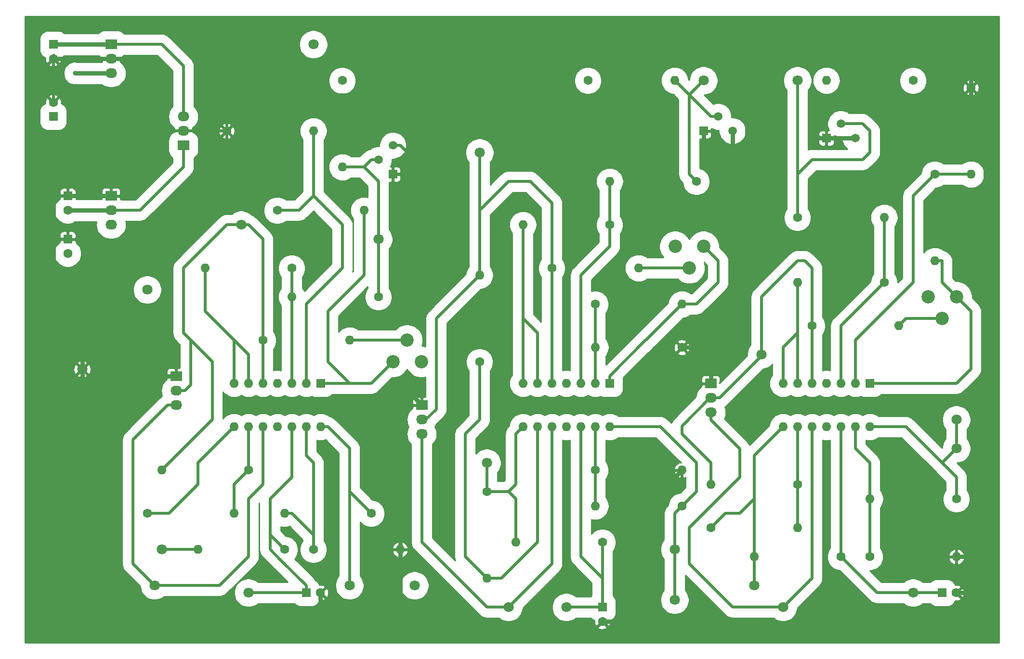
<source format=gbr>
G04 #@! TF.GenerationSoftware,KiCad,Pcbnew,(5.1.2)-2*
G04 #@! TF.CreationDate,2020-08-13T15:56:15+03:00*
G04 #@! TF.ProjectId,tempature_citcuit,74656d70-6174-4757-9265-5f6369746375,rev?*
G04 #@! TF.SameCoordinates,Original*
G04 #@! TF.FileFunction,Copper,L1,Top*
G04 #@! TF.FilePolarity,Positive*
%FSLAX46Y46*%
G04 Gerber Fmt 4.6, Leading zero omitted, Abs format (unit mm)*
G04 Created by KiCad (PCBNEW (5.1.2)-2) date 2020-08-13 15:56:15*
%MOMM*%
%LPD*%
G04 APERTURE LIST*
%ADD10C,1.800000*%
%ADD11O,2.030000X1.730000*%
%ADD12R,2.030000X1.730000*%
%ADD13O,1.600000X1.600000*%
%ADD14R,1.600000X1.600000*%
%ADD15C,1.600000*%
%ADD16C,2.340000*%
%ADD17C,1.500000*%
%ADD18R,1.500000X1.500000*%
%ADD19C,0.800000*%
%ADD20C,0.250000*%
%ADD21C,0.750000*%
%ADD22C,0.500000*%
%ADD23C,0.254000*%
G04 APERTURE END LIST*
D10*
X127000000Y-114300000D03*
X176530000Y-82550000D03*
D11*
X27940000Y-21590000D03*
X27940000Y-19050000D03*
D12*
X27940000Y-16510000D03*
D11*
X27940000Y-48260000D03*
X27940000Y-45720000D03*
D12*
X27940000Y-43180000D03*
D13*
X161290000Y-83820000D03*
X146050000Y-76200000D03*
X158750000Y-83820000D03*
X148590000Y-76200000D03*
X156210000Y-83820000D03*
X151130000Y-76200000D03*
X153670000Y-83820000D03*
X153670000Y-76200000D03*
X151130000Y-83820000D03*
X156210000Y-76200000D03*
X148590000Y-83820000D03*
X158750000Y-76200000D03*
X146050000Y-83820000D03*
D14*
X161290000Y-76200000D03*
D13*
X64770000Y-83820000D03*
X49530000Y-76200000D03*
X62230000Y-83820000D03*
X52070000Y-76200000D03*
X59690000Y-83820000D03*
X54610000Y-76200000D03*
X57150000Y-83820000D03*
X57150000Y-76200000D03*
X54610000Y-83820000D03*
X59690000Y-76200000D03*
X52070000Y-83820000D03*
X62230000Y-76200000D03*
X49530000Y-83820000D03*
D14*
X64770000Y-76200000D03*
D13*
X115570000Y-83820000D03*
X100330000Y-76200000D03*
X113030000Y-83820000D03*
X102870000Y-76200000D03*
X110490000Y-83820000D03*
X105410000Y-76200000D03*
X107950000Y-83820000D03*
X107950000Y-76200000D03*
X105410000Y-83820000D03*
X110490000Y-76200000D03*
X102870000Y-83820000D03*
X113030000Y-76200000D03*
X100330000Y-83820000D03*
D14*
X115570000Y-76200000D03*
D11*
X39370000Y-80010000D03*
X39370000Y-77470000D03*
D12*
X39370000Y-74930000D03*
D11*
X82550000Y-85090000D03*
X82550000Y-82550000D03*
D12*
X82550000Y-80010000D03*
D11*
X133350000Y-81280000D03*
X133350000Y-78740000D03*
D12*
X133350000Y-76200000D03*
D10*
X69850000Y-111760000D03*
X127000000Y-105410000D03*
D13*
X58420000Y-99060000D03*
D15*
X73660000Y-99060000D03*
D13*
X113030000Y-97790000D03*
D15*
X128270000Y-97790000D03*
D13*
X161290000Y-96520000D03*
D15*
X176530000Y-96520000D03*
D13*
X78740000Y-105410000D03*
D15*
X63500000Y-105410000D03*
D13*
X128270000Y-91440000D03*
D15*
X113030000Y-91440000D03*
D13*
X43180000Y-105410000D03*
D15*
X58420000Y-105410000D03*
D13*
X99060000Y-104140000D03*
D15*
X114300000Y-104140000D03*
D13*
X49530000Y-99060000D03*
D15*
X34290000Y-99060000D03*
D13*
X93980000Y-110490000D03*
D15*
X93980000Y-95250000D03*
D13*
X36830000Y-91440000D03*
D15*
X52070000Y-91440000D03*
D13*
X92710000Y-57150000D03*
D15*
X92710000Y-72390000D03*
D13*
X69850000Y-68580000D03*
D15*
X54610000Y-68580000D03*
D16*
X77470000Y-72390000D03*
X79970000Y-68590000D03*
X82470000Y-72390000D03*
D13*
X120650000Y-55880000D03*
D15*
X105410000Y-55880000D03*
D16*
X132080000Y-52070000D03*
X129580000Y-55870000D03*
X127080000Y-52070000D03*
D13*
X72390000Y-45720000D03*
D15*
X57150000Y-45720000D03*
D13*
X128270000Y-62230000D03*
D15*
X113030000Y-62230000D03*
D13*
X63500000Y-31750000D03*
D15*
X48260000Y-31750000D03*
D13*
X44450000Y-55880000D03*
D15*
X59690000Y-55880000D03*
D13*
X113030000Y-69850000D03*
D15*
X128270000Y-69850000D03*
D13*
X100330000Y-48260000D03*
D15*
X115570000Y-48260000D03*
D13*
X59690000Y-60960000D03*
D15*
X74930000Y-60960000D03*
D13*
X115570000Y-40640000D03*
D15*
X130810000Y-40640000D03*
D13*
X68580000Y-38100000D03*
D15*
X68580000Y-22860000D03*
D13*
X176530000Y-106680000D03*
D15*
X161290000Y-106680000D03*
D13*
X127000000Y-22860000D03*
D15*
X111760000Y-22860000D03*
D13*
X140970000Y-106680000D03*
D15*
X156210000Y-106680000D03*
D13*
X148590000Y-101600000D03*
D15*
X133350000Y-101600000D03*
D13*
X133350000Y-93980000D03*
D15*
X148590000Y-93980000D03*
D13*
X163830000Y-46990000D03*
D15*
X148590000Y-46990000D03*
D13*
X148590000Y-58420000D03*
D15*
X163830000Y-58420000D03*
D13*
X166370000Y-66040000D03*
D15*
X151130000Y-66040000D03*
D16*
X176530000Y-60960000D03*
X174030000Y-64760000D03*
X171530000Y-60960000D03*
D13*
X172720000Y-54610000D03*
D15*
X172720000Y-39370000D03*
D13*
X179070000Y-39370000D03*
D15*
X179070000Y-24130000D03*
D13*
X153670000Y-22860000D03*
D15*
X168910000Y-22860000D03*
D11*
X40640000Y-29210000D03*
X40640000Y-31750000D03*
D12*
X40640000Y-34290000D03*
D10*
X63500000Y-16510000D03*
X34290000Y-59690000D03*
X140970000Y-111760000D03*
X93980000Y-90170000D03*
X36830000Y-105410000D03*
X142240000Y-71120000D03*
X92710000Y-35560000D03*
X50800000Y-48260000D03*
X22860000Y-73660000D03*
X168910000Y-113030000D03*
X107950000Y-115570000D03*
X52070000Y-113030000D03*
X176530000Y-87630000D03*
X81280000Y-111760000D03*
X146050000Y-115570000D03*
X97790000Y-115570000D03*
X35560000Y-111760000D03*
X148590000Y-22860000D03*
X132080000Y-22860000D03*
X74930000Y-50800000D03*
D15*
X176490000Y-113030000D03*
D14*
X173990000Y-113030000D03*
X20320000Y-50800000D03*
D15*
X20320000Y-53300000D03*
D14*
X114300000Y-115570000D03*
D15*
X114300000Y-118070000D03*
D14*
X62230000Y-113030000D03*
D15*
X64730000Y-113030000D03*
D14*
X17780000Y-16510000D03*
D15*
X17780000Y-19010000D03*
X17780000Y-26710000D03*
D14*
X17780000Y-29210000D03*
D15*
X20320000Y-45680000D03*
D14*
X20320000Y-43180000D03*
D17*
X156210000Y-30480000D03*
X158750000Y-33020000D03*
D18*
X153670000Y-33020000D03*
X132080000Y-31750000D03*
D17*
X137160000Y-31750000D03*
X134620000Y-29210000D03*
X74930000Y-36830000D03*
X77470000Y-34290000D03*
D18*
X77470000Y-39370000D03*
D19*
X21590000Y-21590000D03*
D20*
X27400000Y-18510000D02*
X27940000Y-19050000D01*
D21*
X24130000Y-43180000D02*
X24130000Y-39370000D01*
X24130000Y-43180000D02*
X20320000Y-43180000D01*
X27940000Y-43180000D02*
X24130000Y-43180000D01*
D20*
X27940000Y-19050000D02*
X27987500Y-19050000D01*
D22*
X33020000Y-24082500D02*
X33020000Y-24130000D01*
D21*
X33020000Y-24130000D02*
X33020000Y-30480000D01*
D20*
X33020000Y-24130000D02*
X33020000Y-25400000D01*
D21*
X179070000Y-24130000D02*
X179070000Y-13970000D01*
X133350000Y-74585000D02*
X138085000Y-69850000D01*
X133350000Y-76200000D02*
X133350000Y-74585000D01*
X138085000Y-54955000D02*
X139700000Y-53340000D01*
X132080000Y-69850000D02*
X138085000Y-63845000D01*
X128270000Y-69850000D02*
X132080000Y-69850000D01*
X138085000Y-69850000D02*
X138085000Y-63845000D01*
X138085000Y-63845000D02*
X138085000Y-54955000D01*
X120650000Y-99060000D02*
X128270000Y-91440000D01*
X19050000Y-39370000D02*
X33020000Y-25400000D01*
X48260000Y-44450000D02*
X38100000Y-54610000D01*
X22860000Y-66040000D02*
X31750000Y-74930000D01*
X31750000Y-74930000D02*
X39370000Y-74930000D01*
X78740000Y-100330000D02*
X78740000Y-109220000D01*
X78740000Y-80010000D02*
X78740000Y-100330000D01*
X80010000Y-78740000D02*
X78740000Y-80010000D01*
X82550000Y-80010000D02*
X81280000Y-78740000D01*
X81280000Y-78740000D02*
X80010000Y-78740000D01*
X181610000Y-34290000D02*
X181610000Y-68580000D01*
X179070000Y-31750000D02*
X181610000Y-34290000D01*
X179070000Y-24130000D02*
X179070000Y-31750000D01*
X180340000Y-106680000D02*
X181610000Y-107950000D01*
X176530000Y-106680000D02*
X180340000Y-106680000D01*
X181610000Y-68580000D02*
X181610000Y-107950000D01*
X18320000Y-19050000D02*
X17780000Y-18510000D01*
X27940000Y-19050000D02*
X18320000Y-19050000D01*
X22860000Y-66040000D02*
X22860000Y-105410000D01*
X139700000Y-22860000D02*
X139700000Y-20320000D01*
D22*
X55880000Y-12700000D02*
X48260000Y-20320000D01*
X137160000Y-12700000D02*
X139700000Y-15240000D01*
D21*
X139700000Y-20320000D02*
X139700000Y-15240000D01*
D22*
X157480000Y-12700000D02*
X158750000Y-13970000D01*
X135890000Y-12700000D02*
X137160000Y-12700000D01*
X55880000Y-12700000D02*
X135890000Y-12700000D01*
X156210000Y-12700000D02*
X157480000Y-12700000D01*
X135890000Y-12700000D02*
X156210000Y-12700000D01*
X156210000Y-12700000D02*
X175260000Y-12700000D01*
X175260000Y-12700000D02*
X177800000Y-12700000D01*
D21*
X179070000Y-13970000D02*
X177800000Y-12700000D01*
D22*
X48260000Y-20320000D02*
X48260000Y-24130000D01*
X48260000Y-24130000D02*
X48260000Y-44450000D01*
X40640000Y-31750000D02*
X48260000Y-31750000D01*
X31750000Y-31750000D02*
X40640000Y-31750000D01*
D21*
X31750000Y-31750000D02*
X33020000Y-30480000D01*
X24130000Y-39370000D02*
X31750000Y-31750000D01*
X33020000Y-20320000D02*
X33020000Y-24082500D01*
X31750000Y-19050000D02*
X33020000Y-20320000D01*
X27940000Y-19050000D02*
X31750000Y-19050000D01*
D22*
X17780000Y-26710000D02*
X17780000Y-19010000D01*
D21*
X38100000Y-54610000D02*
X24130000Y-54610000D01*
X19050000Y-59690000D02*
X19050000Y-62230000D01*
X22860000Y-66040000D02*
X19050000Y-62230000D01*
X19050000Y-59690000D02*
X24130000Y-54610000D01*
D22*
X19020000Y-50800000D02*
X17780000Y-49560000D01*
X20320000Y-50800000D02*
X19020000Y-50800000D01*
X19020000Y-43180000D02*
X20320000Y-43180000D01*
X17780000Y-44420000D02*
X19020000Y-43180000D01*
D21*
X17780000Y-49560000D02*
X17780000Y-44420000D01*
X19050000Y-59690000D02*
X17780000Y-58420000D01*
X17780000Y-40640000D02*
X19050000Y-39370000D01*
X17780000Y-58420000D02*
X17780000Y-40640000D01*
X120650000Y-119380000D02*
X120650000Y-99060000D01*
X78740000Y-116840000D02*
X78740000Y-109220000D01*
X119340000Y-118070000D02*
X114300000Y-118070000D01*
X120650000Y-119380000D02*
X119340000Y-118070000D01*
X181610000Y-116840000D02*
X181610000Y-115570000D01*
X181610000Y-107950000D02*
X181610000Y-116840000D01*
X179070000Y-113030000D02*
X176490000Y-113030000D01*
X181610000Y-115570000D02*
X179070000Y-113030000D01*
X121920000Y-120650000D02*
X120650000Y-119380000D01*
X179070000Y-120650000D02*
X181610000Y-118110000D01*
X181610000Y-116840000D02*
X181610000Y-118110000D01*
X123190000Y-120650000D02*
X82550000Y-120650000D01*
X123190000Y-120650000D02*
X179070000Y-120650000D01*
X121920000Y-120650000D02*
X123190000Y-120650000D01*
X82550000Y-120650000D02*
X74930000Y-120650000D01*
X38100000Y-120650000D02*
X36830000Y-119380000D01*
X59690000Y-120650000D02*
X38100000Y-120650000D01*
X22860000Y-105410000D02*
X36830000Y-119380000D01*
X59690000Y-120650000D02*
X58420000Y-120650000D01*
X71120000Y-120650000D02*
X59690000Y-120650000D01*
X74930000Y-120650000D02*
X71120000Y-120650000D01*
X64730000Y-114260000D02*
X64730000Y-113030000D01*
X71120000Y-120650000D02*
X64730000Y-114260000D01*
X78740000Y-118110000D02*
X76200000Y-120650000D01*
X78740000Y-118110000D02*
X78740000Y-116840000D01*
D22*
X78740000Y-39370000D02*
X77470000Y-39370000D01*
X80010000Y-38100000D02*
X78740000Y-39370000D01*
X74930000Y-25400000D02*
X80010000Y-30480000D01*
X48260000Y-27940000D02*
X50800000Y-25400000D01*
X50800000Y-25400000D02*
X74930000Y-25400000D01*
D21*
X132080000Y-31750000D02*
X132080000Y-34290000D01*
X139700000Y-53340000D02*
X139700000Y-41910000D01*
X139700000Y-41910000D02*
X139700000Y-22860000D01*
X152400000Y-33020000D02*
X153670000Y-33020000D01*
X151130000Y-31750000D02*
X152400000Y-33020000D01*
X151130000Y-30480000D02*
X151130000Y-31750000D01*
X158750000Y-13970000D02*
X158750000Y-22860000D01*
X158750000Y-22860000D02*
X151130000Y-30480000D01*
D22*
X80010000Y-35560000D02*
X78740000Y-34290000D01*
X80010000Y-35560000D02*
X80010000Y-38100000D01*
X80010000Y-30480000D02*
X80010000Y-35560000D01*
X77470000Y-34290000D02*
X78740000Y-34290000D01*
D21*
X153670000Y-33020000D02*
X158750000Y-33020000D01*
X134620000Y-36830000D02*
X137160000Y-34290000D01*
X134620000Y-36830000D02*
X139700000Y-41910000D01*
X132080000Y-34290000D02*
X134620000Y-36830000D01*
X137160000Y-34290000D02*
X137160000Y-31750000D01*
D22*
X156210000Y-83820000D02*
X156210000Y-105410000D01*
X156210000Y-105410000D02*
X156210000Y-106680000D01*
X173990000Y-113030000D02*
X170180000Y-113030000D01*
X170180000Y-113030000D02*
X168910000Y-113030000D01*
X162560000Y-113030000D02*
X156210000Y-106680000D01*
X168910000Y-113030000D02*
X162560000Y-113030000D01*
X114300000Y-110490000D02*
X110490000Y-106680000D01*
X114300000Y-110490000D02*
X114300000Y-104140000D01*
X114300000Y-115570000D02*
X114300000Y-110490000D01*
X110490000Y-106680000D02*
X110490000Y-83820000D01*
X107950000Y-115570000D02*
X114300000Y-115570000D01*
D20*
X27400000Y-47720000D02*
X27940000Y-48260000D01*
D22*
X59690000Y-83820000D02*
X59690000Y-92710000D01*
X59690000Y-92710000D02*
X55880000Y-96520000D01*
X58420000Y-105410000D02*
X55880000Y-102870000D01*
X55880000Y-96520000D02*
X55880000Y-102870000D01*
X55880000Y-102870000D02*
X55880000Y-105410000D01*
X57815000Y-107315000D02*
X57785000Y-107315000D01*
X62230000Y-111730000D02*
X57815000Y-107315000D01*
X62230000Y-113030000D02*
X62230000Y-111730000D01*
X55880000Y-105410000D02*
X57785000Y-107315000D01*
X57785000Y-107315000D02*
X58420000Y-107950000D01*
X52070000Y-113030000D02*
X62230000Y-113030000D01*
D21*
X17780000Y-16510000D02*
X27940000Y-16510000D01*
D22*
X27940000Y-16510000D02*
X36830000Y-16510000D01*
X40640000Y-20320000D02*
X40640000Y-29210000D01*
X36830000Y-16510000D02*
X40640000Y-20320000D01*
X25400000Y-21590000D02*
X25400000Y-21590000D01*
D21*
X21590000Y-21590000D02*
X25400000Y-21590000D01*
X25400000Y-21590000D02*
X27940000Y-21590000D01*
D20*
X20860000Y-45720000D02*
X20320000Y-45180000D01*
D21*
X27940000Y-45720000D02*
X20860000Y-45720000D01*
D22*
X40640000Y-38100000D02*
X40640000Y-34290000D01*
X27940000Y-45720000D02*
X33020000Y-45720000D01*
X33020000Y-45720000D02*
X40640000Y-38100000D01*
X179070000Y-39370000D02*
X172720000Y-39370000D01*
X158750000Y-76200000D02*
X158750000Y-68580000D01*
X158750000Y-68580000D02*
X168910000Y-58420000D01*
X168910000Y-43180000D02*
X172720000Y-39370000D01*
X168910000Y-58420000D02*
X168910000Y-43180000D01*
X172720000Y-54610000D02*
X173990000Y-54610000D01*
X173990000Y-58420000D02*
X176530000Y-60960000D01*
X173990000Y-54610000D02*
X173990000Y-58420000D01*
X176530000Y-76200000D02*
X161290000Y-76200000D01*
X179070000Y-63500000D02*
X179070000Y-73660000D01*
X176530000Y-60960000D02*
X179070000Y-63500000D01*
X179070000Y-73660000D02*
X176530000Y-76200000D01*
X167650000Y-64760000D02*
X166370000Y-66040000D01*
X174030000Y-64760000D02*
X167650000Y-64760000D01*
X156210000Y-66040000D02*
X163830000Y-58420000D01*
X156210000Y-76200000D02*
X156210000Y-66040000D01*
X163830000Y-58420000D02*
X163830000Y-46990000D01*
X148590000Y-59690000D02*
X148590000Y-76200000D01*
X146050000Y-76200000D02*
X146050000Y-69850000D01*
X146050000Y-69850000D02*
X148590000Y-67310000D01*
X148590000Y-59690000D02*
X148590000Y-58420000D01*
X148590000Y-95250000D02*
X148590000Y-83820000D01*
X148590000Y-93980000D02*
X148590000Y-101600000D01*
X140970000Y-88900000D02*
X146050000Y-83820000D01*
X140970000Y-96520000D02*
X140970000Y-88900000D01*
X140970000Y-105410000D02*
X140970000Y-96520000D01*
X138430000Y-99060000D02*
X140970000Y-96520000D01*
X135890000Y-99060000D02*
X133350000Y-101600000D01*
X135890000Y-99060000D02*
X138430000Y-99060000D01*
X140970000Y-106680000D02*
X140970000Y-105410000D01*
X140970000Y-105410000D02*
X140970000Y-111760000D01*
X158750000Y-83820000D02*
X158750000Y-87630000D01*
X161290000Y-90170000D02*
X161290000Y-96520000D01*
X158750000Y-87630000D02*
X161290000Y-90170000D01*
X161290000Y-96520000D02*
X161290000Y-106680000D01*
X115570000Y-40640000D02*
X115570000Y-52070000D01*
X110490000Y-57150000D02*
X115570000Y-52070000D01*
X110490000Y-76200000D02*
X110490000Y-57150000D01*
X59690000Y-76200000D02*
X59690000Y-60960000D01*
X59690000Y-55880000D02*
X59690000Y-60960000D01*
X100330000Y-64770000D02*
X102870000Y-67310000D01*
X100330000Y-64770000D02*
X100330000Y-52070000D01*
X102870000Y-67310000D02*
X102870000Y-72390000D01*
X102870000Y-76200000D02*
X102870000Y-72390000D01*
X100330000Y-76200000D02*
X100330000Y-71120000D01*
X100330000Y-72390000D02*
X100330000Y-71120000D01*
X100330000Y-71120000D02*
X100330000Y-64770000D01*
X100330000Y-48260000D02*
X100330000Y-52070000D01*
X113030000Y-69850000D02*
X113030000Y-76200000D01*
X113030000Y-69850000D02*
X113030000Y-62230000D01*
X52070000Y-76200000D02*
X52070000Y-71120000D01*
X52070000Y-71120000D02*
X49530000Y-68580000D01*
X49530000Y-76200000D02*
X49530000Y-68580000D01*
X44450000Y-55880000D02*
X44450000Y-63500000D01*
X44450000Y-63500000D02*
X49530000Y-68580000D01*
X63500000Y-43180000D02*
X63500000Y-31750000D01*
X57150000Y-45720000D02*
X60960000Y-45720000D01*
X60960000Y-45720000D02*
X63500000Y-43180000D01*
X68580000Y-48260000D02*
X63500000Y-43180000D01*
X68580000Y-55880000D02*
X68580000Y-48260000D01*
X62230000Y-76200000D02*
X62230000Y-62230000D01*
X62230000Y-62230000D02*
X68580000Y-55880000D01*
X121920000Y-68580000D02*
X128270000Y-62230000D01*
X134620000Y-54610000D02*
X132080000Y-52070000D01*
X134620000Y-58420000D02*
X134620000Y-54610000D01*
X128270000Y-62230000D02*
X130810000Y-62230000D01*
X130810000Y-62230000D02*
X134620000Y-58420000D01*
X115570000Y-74900000D02*
X115570000Y-76200000D01*
X121890000Y-68580000D02*
X115570000Y-74900000D01*
X121920000Y-68580000D02*
X121890000Y-68580000D01*
X73660000Y-76200000D02*
X77470000Y-72390000D01*
X69850000Y-76200000D02*
X73660000Y-76200000D01*
X64770000Y-76200000D02*
X69850000Y-76200000D01*
X66040000Y-72390000D02*
X69850000Y-76200000D01*
X66040000Y-63500000D02*
X66040000Y-72390000D01*
X72390000Y-57150000D02*
X66040000Y-63500000D01*
X72390000Y-45720000D02*
X72390000Y-57150000D01*
X129580000Y-55870000D02*
X125740000Y-55870000D01*
X120650000Y-55880000D02*
X125730000Y-55880000D01*
X79960000Y-68580000D02*
X79970000Y-68590000D01*
X69850000Y-68580000D02*
X79960000Y-68580000D01*
X92710000Y-72390000D02*
X92710000Y-82550000D01*
X92710000Y-82550000D02*
X91440000Y-83820000D01*
X91440000Y-107950000D02*
X93980000Y-110490000D01*
X93980000Y-110490000D02*
X96520000Y-110490000D01*
X96520000Y-110490000D02*
X102870000Y-104140000D01*
X102870000Y-104140000D02*
X102870000Y-83820000D01*
X91440000Y-107950000D02*
X90170000Y-106680000D01*
X91440000Y-83820000D02*
X90170000Y-85090000D01*
X90170000Y-85090000D02*
X90170000Y-106680000D01*
X52070000Y-83820000D02*
X52070000Y-91440000D01*
X52070000Y-91440000D02*
X49530000Y-93980000D01*
X49530000Y-99060000D02*
X49530000Y-93980000D01*
X97790000Y-95250000D02*
X93980000Y-95250000D01*
X99060000Y-104140000D02*
X99060000Y-96520000D01*
X99060000Y-96520000D02*
X97790000Y-95250000D01*
X99060000Y-85090000D02*
X100330000Y-83820000D01*
X97790000Y-95250000D02*
X99060000Y-93980000D01*
X99060000Y-93980000D02*
X99060000Y-85090000D01*
X93980000Y-95250000D02*
X93980000Y-90170000D01*
X43180000Y-90170000D02*
X49530000Y-83820000D01*
X43180000Y-93980000D02*
X43180000Y-92710000D01*
X43180000Y-92710000D02*
X43180000Y-90170000D01*
X34290000Y-99060000D02*
X38100000Y-99060000D01*
X38100000Y-99060000D02*
X43180000Y-93980000D01*
X43180000Y-105410000D02*
X36830000Y-105410000D01*
X113030000Y-83820000D02*
X113030000Y-97790000D01*
X58420000Y-99060000D02*
X59690000Y-99060000D01*
X59690000Y-99060000D02*
X63500000Y-102870000D01*
X62230000Y-88900000D02*
X62230000Y-83820000D01*
X63500000Y-105410000D02*
X63500000Y-90170000D01*
X63500000Y-90170000D02*
X62230000Y-88900000D01*
X133350000Y-82645000D02*
X138430000Y-87725000D01*
X133350000Y-81280000D02*
X133350000Y-82645000D01*
X138430000Y-87725000D02*
X138430000Y-92710000D01*
X138430000Y-92710000D02*
X129540000Y-101600000D01*
X129540000Y-101600000D02*
X129540000Y-107950000D01*
X129540000Y-107950000D02*
X137160000Y-115570000D01*
X137160000Y-115570000D02*
X146050000Y-115570000D01*
X146050000Y-115570000D02*
X151130000Y-110490000D01*
X151130000Y-110490000D02*
X151130000Y-83820000D01*
X82550000Y-104140000D02*
X82550000Y-85090000D01*
X93980000Y-115570000D02*
X82550000Y-104140000D01*
X97790000Y-115570000D02*
X93980000Y-115570000D01*
X105410000Y-83820000D02*
X105410000Y-107950000D01*
X105410000Y-107950000D02*
X97790000Y-115570000D01*
X37855000Y-80010000D02*
X39370000Y-80010000D01*
X31750000Y-86115000D02*
X37855000Y-80010000D01*
X31750000Y-107950000D02*
X31750000Y-86115000D01*
X35560000Y-111760000D02*
X31750000Y-107950000D01*
X54610000Y-93980000D02*
X54610000Y-83820000D01*
X52070000Y-96520000D02*
X54610000Y-93980000D01*
X52070000Y-106680000D02*
X52070000Y-96520000D01*
X35560000Y-111760000D02*
X46990000Y-111760000D01*
X46990000Y-111760000D02*
X52070000Y-106680000D01*
X151130000Y-76200000D02*
X151130000Y-66040000D01*
X133350000Y-93980000D02*
X133350000Y-90170000D01*
X133350000Y-90170000D02*
X128270000Y-85090000D01*
X133200000Y-78740000D02*
X133350000Y-78740000D01*
X128270000Y-83670000D02*
X133200000Y-78740000D01*
X128270000Y-85090000D02*
X128270000Y-83670000D01*
X134865000Y-78740000D02*
X142240000Y-71365000D01*
X133350000Y-78740000D02*
X134865000Y-78740000D01*
X142240000Y-71365000D02*
X142240000Y-60960000D01*
X142240000Y-60960000D02*
X148590000Y-54610000D01*
X148590000Y-54610000D02*
X149860000Y-54610000D01*
X149860000Y-54610000D02*
X151130000Y-55880000D01*
X151130000Y-55880000D02*
X151130000Y-66040000D01*
X105410000Y-62230000D02*
X105410000Y-76200000D01*
X105410000Y-55880000D02*
X105410000Y-62230000D01*
X105410000Y-55880000D02*
X105410000Y-44450000D01*
X105410000Y-44450000D02*
X101600000Y-40640000D01*
X101600000Y-40640000D02*
X97790000Y-40640000D01*
X97790000Y-40640000D02*
X92710000Y-45720000D01*
X92710000Y-55880000D02*
X92710000Y-57150000D01*
X83240002Y-82550000D02*
X82550000Y-82550000D01*
X85090000Y-80700002D02*
X83240002Y-82550000D01*
X85090000Y-64770000D02*
X85090000Y-80700002D01*
X92710000Y-57150000D02*
X85090000Y-64770000D01*
X92710000Y-46990000D02*
X92710000Y-35560000D01*
X92710000Y-46990000D02*
X92710000Y-55880000D01*
X92710000Y-45720000D02*
X92710000Y-46990000D01*
X54610000Y-76200000D02*
X54610000Y-68580000D01*
X45720000Y-82550000D02*
X36830000Y-91440000D01*
X45720000Y-72390000D02*
X45720000Y-82550000D01*
X54610000Y-50800000D02*
X52070000Y-48260000D01*
X54610000Y-68580000D02*
X54610000Y-50800000D01*
X52070000Y-48260000D02*
X48260000Y-48260000D01*
X48260000Y-48260000D02*
X40640000Y-55880000D01*
X40640000Y-55880000D02*
X40640000Y-67310000D01*
X45720000Y-72635000D02*
X45720000Y-72390000D01*
X41910000Y-68580000D02*
X41910000Y-76200000D01*
X41910000Y-68580000D02*
X45720000Y-72390000D01*
X40640000Y-67310000D02*
X41910000Y-68580000D01*
X40885000Y-77470000D02*
X41910000Y-76445000D01*
X39370000Y-77470000D02*
X40885000Y-77470000D01*
X41910000Y-76445000D02*
X41910000Y-76200000D01*
X161290000Y-83820000D02*
X167640000Y-83820000D01*
X176530000Y-92710000D02*
X176530000Y-96520000D01*
X176530000Y-92710000D02*
X173990000Y-90170000D01*
X172720000Y-88900000D02*
X176530000Y-92710000D01*
X167640000Y-83820000D02*
X172720000Y-88900000D01*
X173990000Y-90170000D02*
X176530000Y-87630000D01*
X176530000Y-87630000D02*
X176530000Y-82550000D01*
X128270000Y-97790000D02*
X127000000Y-99060000D01*
X124460000Y-83820000D02*
X115570000Y-83820000D01*
X130810000Y-90170000D02*
X124460000Y-83820000D01*
X128270000Y-97790000D02*
X130810000Y-95250000D01*
X130810000Y-95250000D02*
X130810000Y-90170000D01*
X127000000Y-99060000D02*
X127000000Y-114300000D01*
X64770000Y-83820000D02*
X66040000Y-83820000D01*
X66040000Y-83820000D02*
X69850000Y-87630000D01*
X69850000Y-95250000D02*
X73660000Y-99060000D01*
X69850000Y-93980000D02*
X69850000Y-95250000D01*
X69850000Y-87630000D02*
X69850000Y-93980000D01*
X69850000Y-111760000D02*
X69850000Y-97790000D01*
X69850000Y-93980000D02*
X69850000Y-97790000D01*
X69850000Y-97790000D02*
X69850000Y-99060000D01*
X148590000Y-35560000D02*
X148590000Y-34410000D01*
X148590000Y-46990000D02*
X148590000Y-35560000D01*
X148590000Y-34410000D02*
X148590000Y-22860000D01*
X156210000Y-30480000D02*
X160020000Y-30480000D01*
X160020000Y-30480000D02*
X161290000Y-31750000D01*
X161290000Y-31750000D02*
X161290000Y-35560000D01*
X161290000Y-35560000D02*
X160020000Y-36830000D01*
X160020000Y-36830000D02*
X151130000Y-36830000D01*
X151130000Y-36830000D02*
X148590000Y-39370000D01*
X129540000Y-25400000D02*
X129540000Y-33020000D01*
X132080000Y-22860000D02*
X129540000Y-25400000D01*
X127000000Y-22860000D02*
X129540000Y-25400000D01*
X129540000Y-25400000D02*
X133350000Y-29210000D01*
X130810000Y-40640000D02*
X129540000Y-39370000D01*
X129540000Y-39370000D02*
X129540000Y-33020000D01*
X133350000Y-29210000D02*
X134620000Y-29210000D01*
X74930000Y-60960000D02*
X74930000Y-50800000D01*
X74930000Y-48260000D02*
X74930000Y-50800000D01*
X74930000Y-40640000D02*
X74930000Y-48260000D01*
X68580000Y-38100000D02*
X72390000Y-38100000D01*
X72390000Y-38100000D02*
X74930000Y-40640000D01*
X72390000Y-38100000D02*
X73660000Y-36830000D01*
X73660000Y-36830000D02*
X74930000Y-36830000D01*
D23*
G36*
X184023000Y-121793000D02*
G01*
X12827000Y-121793000D01*
X12827000Y-119062702D01*
X113486903Y-119062702D01*
X113558486Y-119306671D01*
X113813996Y-119427571D01*
X114088184Y-119496300D01*
X114370512Y-119510217D01*
X114650130Y-119468787D01*
X114916292Y-119373603D01*
X115041514Y-119306671D01*
X115113097Y-119062702D01*
X114300000Y-118249605D01*
X113486903Y-119062702D01*
X12827000Y-119062702D01*
X12827000Y-86115000D01*
X29855881Y-86115000D01*
X29865001Y-86207599D01*
X29865000Y-107857411D01*
X29855881Y-107950000D01*
X29865000Y-108042589D01*
X29865000Y-108042596D01*
X29888803Y-108284267D01*
X29892275Y-108319524D01*
X29906773Y-108367317D01*
X30000061Y-108674847D01*
X30175097Y-109002317D01*
X30410655Y-109289345D01*
X30482580Y-109348372D01*
X33025000Y-111890793D01*
X33025000Y-112009676D01*
X33122418Y-112499432D01*
X33313512Y-112960773D01*
X33590937Y-113375968D01*
X33944032Y-113729063D01*
X34359227Y-114006488D01*
X34820568Y-114197582D01*
X35310324Y-114295000D01*
X35809676Y-114295000D01*
X36299432Y-114197582D01*
X36760773Y-114006488D01*
X37175968Y-113729063D01*
X37260031Y-113645000D01*
X46897411Y-113645000D01*
X46990000Y-113654119D01*
X47082589Y-113645000D01*
X47082597Y-113645000D01*
X47359524Y-113617725D01*
X47714848Y-113509939D01*
X48042317Y-113334903D01*
X48329345Y-113099345D01*
X48388374Y-113027418D01*
X53337423Y-108078370D01*
X53409345Y-108019345D01*
X53468373Y-107947420D01*
X53581341Y-107809767D01*
X53644903Y-107732317D01*
X53819939Y-107404848D01*
X53927725Y-107049524D01*
X53955000Y-106772597D01*
X53955000Y-106772589D01*
X53964119Y-106680000D01*
X53955000Y-106587411D01*
X53955000Y-97300792D01*
X53995000Y-97260792D01*
X53995001Y-102777394D01*
X53995000Y-102777404D01*
X53995000Y-102777411D01*
X53985881Y-102870000D01*
X53995000Y-102962590D01*
X53995001Y-105317401D01*
X53985881Y-105410000D01*
X54022275Y-105779524D01*
X54130062Y-106134848D01*
X54305098Y-106462317D01*
X54481628Y-106677420D01*
X54481631Y-106677423D01*
X54540656Y-106749345D01*
X54612577Y-106808369D01*
X56386630Y-108582423D01*
X56445655Y-108654345D01*
X56517577Y-108713370D01*
X56517579Y-108713372D01*
X56517585Y-108713377D01*
X57152580Y-109348372D01*
X57319875Y-109485667D01*
X58979207Y-111145000D01*
X53770031Y-111145000D01*
X53685968Y-111060937D01*
X53270773Y-110783512D01*
X52809432Y-110592418D01*
X52319676Y-110495000D01*
X51820324Y-110495000D01*
X51330568Y-110592418D01*
X50869227Y-110783512D01*
X50454032Y-111060937D01*
X50100937Y-111414032D01*
X49823512Y-111829227D01*
X49632418Y-112290568D01*
X49535000Y-112780324D01*
X49535000Y-113279676D01*
X49632418Y-113769432D01*
X49823512Y-114230773D01*
X50100937Y-114645968D01*
X50454032Y-114999063D01*
X50869227Y-115276488D01*
X51330568Y-115467582D01*
X51820324Y-115565000D01*
X52319676Y-115565000D01*
X52809432Y-115467582D01*
X53270773Y-115276488D01*
X53685968Y-114999063D01*
X53770031Y-114915000D01*
X60205329Y-114915000D01*
X60268286Y-114991714D01*
X60517248Y-115196031D01*
X60801285Y-115347852D01*
X61109484Y-115441343D01*
X61430000Y-115472911D01*
X63030000Y-115472911D01*
X63350516Y-115441343D01*
X63658715Y-115347852D01*
X63942752Y-115196031D01*
X64191714Y-114991714D01*
X64396031Y-114742752D01*
X64547852Y-114458715D01*
X64548137Y-114457776D01*
X64800512Y-114470217D01*
X65080130Y-114428787D01*
X65346292Y-114333603D01*
X65471514Y-114266671D01*
X65543097Y-114022702D01*
X64730000Y-113209605D01*
X64715858Y-113223748D01*
X64672911Y-113180801D01*
X64672911Y-113030000D01*
X64909605Y-113030000D01*
X65722702Y-113843097D01*
X65966671Y-113771514D01*
X66087571Y-113516004D01*
X66156300Y-113241816D01*
X66170217Y-112959488D01*
X66128787Y-112679870D01*
X66033603Y-112413708D01*
X65966671Y-112288486D01*
X65722702Y-112216903D01*
X64909605Y-113030000D01*
X64672911Y-113030000D01*
X64672911Y-112879199D01*
X64715858Y-112836253D01*
X64730000Y-112850395D01*
X65543097Y-112037298D01*
X65471514Y-111793329D01*
X65216004Y-111672429D01*
X64941816Y-111603700D01*
X64659488Y-111589783D01*
X64549315Y-111606107D01*
X64547852Y-111601285D01*
X64396031Y-111317248D01*
X64191714Y-111068286D01*
X63942752Y-110863969D01*
X63889165Y-110835326D01*
X63804903Y-110677683D01*
X63652992Y-110492579D01*
X63628372Y-110462579D01*
X63628370Y-110462577D01*
X63569345Y-110390655D01*
X63497423Y-110331630D01*
X60219701Y-107053909D01*
X60311388Y-106962222D01*
X60577869Y-106563405D01*
X60761424Y-106120263D01*
X60855000Y-105649827D01*
X60855000Y-105170173D01*
X60761424Y-104699737D01*
X60577869Y-104256595D01*
X60311388Y-103857778D01*
X59972222Y-103518612D01*
X59573405Y-103252131D01*
X59130263Y-103068576D01*
X58659827Y-102975000D01*
X58650792Y-102975000D01*
X57765000Y-102089208D01*
X57765000Y-101405875D01*
X57942657Y-101459767D01*
X58300385Y-101495000D01*
X58539615Y-101495000D01*
X58897343Y-101459767D01*
X59301404Y-101337196D01*
X61615000Y-103650793D01*
X61615000Y-103851390D01*
X61608612Y-103857778D01*
X61342131Y-104256595D01*
X61158576Y-104699737D01*
X61065000Y-105170173D01*
X61065000Y-105649827D01*
X61158576Y-106120263D01*
X61342131Y-106563405D01*
X61608612Y-106962222D01*
X61947778Y-107301388D01*
X62346595Y-107567869D01*
X62789737Y-107751424D01*
X63260173Y-107845000D01*
X63739827Y-107845000D01*
X64210263Y-107751424D01*
X64653405Y-107567869D01*
X65052222Y-107301388D01*
X65391388Y-106962222D01*
X65657869Y-106563405D01*
X65841424Y-106120263D01*
X65935000Y-105649827D01*
X65935000Y-105170173D01*
X65841424Y-104699737D01*
X65657869Y-104256595D01*
X65391388Y-103857778D01*
X65385000Y-103851390D01*
X65385000Y-102962597D01*
X65394120Y-102870000D01*
X65385000Y-102777403D01*
X65385000Y-90262586D01*
X65394119Y-90169999D01*
X65385000Y-90077412D01*
X65385000Y-90077403D01*
X65357725Y-89800476D01*
X65249939Y-89445152D01*
X65074903Y-89117683D01*
X65001607Y-89028372D01*
X64898372Y-88902579D01*
X64898370Y-88902577D01*
X64839345Y-88830655D01*
X64767423Y-88771630D01*
X64115000Y-88119208D01*
X64115000Y-86165875D01*
X64292657Y-86219767D01*
X64650385Y-86255000D01*
X64889615Y-86255000D01*
X65247343Y-86219767D01*
X65651404Y-86097196D01*
X67965000Y-88410793D01*
X67965001Y-93887394D01*
X67965000Y-93887404D01*
X67965000Y-95157408D01*
X67955881Y-95250000D01*
X67965000Y-95342593D01*
X67965001Y-97697394D01*
X67965000Y-97697404D01*
X67965000Y-99152597D01*
X67965001Y-99152606D01*
X67965000Y-110059969D01*
X67880937Y-110144032D01*
X67603512Y-110559227D01*
X67412418Y-111020568D01*
X67315000Y-111510324D01*
X67315000Y-112009676D01*
X67412418Y-112499432D01*
X67603512Y-112960773D01*
X67880937Y-113375968D01*
X68234032Y-113729063D01*
X68649227Y-114006488D01*
X69110568Y-114197582D01*
X69600324Y-114295000D01*
X70099676Y-114295000D01*
X70589432Y-114197582D01*
X71050773Y-114006488D01*
X71465968Y-113729063D01*
X71819063Y-113375968D01*
X72096488Y-112960773D01*
X72287582Y-112499432D01*
X72385000Y-112009676D01*
X72385000Y-111510324D01*
X78745000Y-111510324D01*
X78745000Y-112009676D01*
X78842418Y-112499432D01*
X79033512Y-112960773D01*
X79310937Y-113375968D01*
X79664032Y-113729063D01*
X80079227Y-114006488D01*
X80540568Y-114197582D01*
X81030324Y-114295000D01*
X81529676Y-114295000D01*
X82019432Y-114197582D01*
X82480773Y-114006488D01*
X82895968Y-113729063D01*
X83249063Y-113375968D01*
X83526488Y-112960773D01*
X83717582Y-112499432D01*
X83815000Y-112009676D01*
X83815000Y-111510324D01*
X83717582Y-111020568D01*
X83526488Y-110559227D01*
X83249063Y-110144032D01*
X82895968Y-109790937D01*
X82480773Y-109513512D01*
X82019432Y-109322418D01*
X81529676Y-109225000D01*
X81030324Y-109225000D01*
X80540568Y-109322418D01*
X80079227Y-109513512D01*
X79664032Y-109790937D01*
X79310937Y-110144032D01*
X79033512Y-110559227D01*
X78842418Y-111020568D01*
X78745000Y-111510324D01*
X72385000Y-111510324D01*
X72287582Y-111020568D01*
X72096488Y-110559227D01*
X71819063Y-110144032D01*
X71735000Y-110059969D01*
X71735000Y-105759039D01*
X77348096Y-105759039D01*
X77388754Y-105893087D01*
X77508963Y-106147420D01*
X77676481Y-106373414D01*
X77884869Y-106562385D01*
X78126119Y-106707070D01*
X78390960Y-106801909D01*
X78613000Y-106680624D01*
X78613000Y-105537000D01*
X78867000Y-105537000D01*
X78867000Y-106680624D01*
X79089040Y-106801909D01*
X79353881Y-106707070D01*
X79595131Y-106562385D01*
X79803519Y-106373414D01*
X79971037Y-106147420D01*
X80091246Y-105893087D01*
X80131904Y-105759039D01*
X80009915Y-105537000D01*
X78867000Y-105537000D01*
X78613000Y-105537000D01*
X77470085Y-105537000D01*
X77348096Y-105759039D01*
X71735000Y-105759039D01*
X71735000Y-105060961D01*
X77348096Y-105060961D01*
X77470085Y-105283000D01*
X78613000Y-105283000D01*
X78613000Y-104139376D01*
X78867000Y-104139376D01*
X78867000Y-105283000D01*
X80009915Y-105283000D01*
X80131904Y-105060961D01*
X80091246Y-104926913D01*
X79971037Y-104672580D01*
X79803519Y-104446586D01*
X79595131Y-104257615D01*
X79353881Y-104112930D01*
X79089040Y-104018091D01*
X78867000Y-104139376D01*
X78613000Y-104139376D01*
X78390960Y-104018091D01*
X78126119Y-104112930D01*
X77884869Y-104257615D01*
X77676481Y-104446586D01*
X77508963Y-104672580D01*
X77388754Y-104926913D01*
X77348096Y-105060961D01*
X71735000Y-105060961D01*
X71735000Y-100561918D01*
X71768612Y-100612222D01*
X72107778Y-100951388D01*
X72506595Y-101217869D01*
X72949737Y-101401424D01*
X73420173Y-101495000D01*
X73899827Y-101495000D01*
X74370263Y-101401424D01*
X74813405Y-101217869D01*
X75212222Y-100951388D01*
X75551388Y-100612222D01*
X75817869Y-100213405D01*
X76001424Y-99770263D01*
X76095000Y-99299827D01*
X76095000Y-98820173D01*
X76001424Y-98349737D01*
X75817869Y-97906595D01*
X75551388Y-97507778D01*
X75212222Y-97168612D01*
X74813405Y-96902131D01*
X74370263Y-96718576D01*
X73899827Y-96625000D01*
X73890793Y-96625000D01*
X71735000Y-94469208D01*
X71735000Y-87722596D01*
X71744120Y-87630000D01*
X71707725Y-87260476D01*
X71682928Y-87178731D01*
X71599939Y-86905152D01*
X71424903Y-86577683D01*
X71349370Y-86485646D01*
X71248372Y-86362579D01*
X71248370Y-86362577D01*
X71189345Y-86290655D01*
X71117422Y-86231629D01*
X67438372Y-82552580D01*
X67379345Y-82480655D01*
X67092317Y-82245097D01*
X66764848Y-82070061D01*
X66409524Y-81962275D01*
X66335821Y-81955016D01*
X66129359Y-81785576D01*
X65706343Y-81559469D01*
X65247343Y-81420233D01*
X64889615Y-81385000D01*
X64650385Y-81385000D01*
X64292657Y-81420233D01*
X63833657Y-81559469D01*
X63500000Y-81737813D01*
X63166343Y-81559469D01*
X62707343Y-81420233D01*
X62349615Y-81385000D01*
X62110385Y-81385000D01*
X61752657Y-81420233D01*
X61293657Y-81559469D01*
X60960000Y-81737813D01*
X60626343Y-81559469D01*
X60167343Y-81420233D01*
X59809615Y-81385000D01*
X59570385Y-81385000D01*
X59212657Y-81420233D01*
X58753657Y-81559469D01*
X58420000Y-81737813D01*
X58086343Y-81559469D01*
X57627343Y-81420233D01*
X57269615Y-81385000D01*
X57030385Y-81385000D01*
X56672657Y-81420233D01*
X56213657Y-81559469D01*
X55880000Y-81737813D01*
X55546343Y-81559469D01*
X55087343Y-81420233D01*
X54729615Y-81385000D01*
X54490385Y-81385000D01*
X54132657Y-81420233D01*
X53673657Y-81559469D01*
X53340000Y-81737813D01*
X53006343Y-81559469D01*
X52547343Y-81420233D01*
X52189615Y-81385000D01*
X51950385Y-81385000D01*
X51592657Y-81420233D01*
X51133657Y-81559469D01*
X50800000Y-81737813D01*
X50466343Y-81559469D01*
X50007343Y-81420233D01*
X49649615Y-81385000D01*
X49410385Y-81385000D01*
X49052657Y-81420233D01*
X48593657Y-81559469D01*
X48170641Y-81785576D01*
X47799865Y-82089865D01*
X47605000Y-82327308D01*
X47605000Y-79145000D01*
X80896928Y-79145000D01*
X80900000Y-79724250D01*
X81058750Y-79883000D01*
X82423000Y-79883000D01*
X82423000Y-78668750D01*
X82264250Y-78510000D01*
X81535000Y-78506928D01*
X81410518Y-78519188D01*
X81290820Y-78555498D01*
X81180506Y-78614463D01*
X81083815Y-78693815D01*
X81004463Y-78790506D01*
X80945498Y-78900820D01*
X80909188Y-79020518D01*
X80896928Y-79145000D01*
X47605000Y-79145000D01*
X47605000Y-77692692D01*
X47799865Y-77930135D01*
X48170641Y-78234424D01*
X48593657Y-78460531D01*
X49052657Y-78599767D01*
X49410385Y-78635000D01*
X49649615Y-78635000D01*
X50007343Y-78599767D01*
X50466343Y-78460531D01*
X50800000Y-78282187D01*
X51133657Y-78460531D01*
X51592657Y-78599767D01*
X51950385Y-78635000D01*
X52189615Y-78635000D01*
X52547343Y-78599767D01*
X53006343Y-78460531D01*
X53340000Y-78282187D01*
X53673657Y-78460531D01*
X54132657Y-78599767D01*
X54490385Y-78635000D01*
X54729615Y-78635000D01*
X55087343Y-78599767D01*
X55546343Y-78460531D01*
X55880000Y-78282187D01*
X56213657Y-78460531D01*
X56672657Y-78599767D01*
X57030385Y-78635000D01*
X57269615Y-78635000D01*
X57627343Y-78599767D01*
X58086343Y-78460531D01*
X58420000Y-78282187D01*
X58753657Y-78460531D01*
X59212657Y-78599767D01*
X59570385Y-78635000D01*
X59809615Y-78635000D01*
X60167343Y-78599767D01*
X60626343Y-78460531D01*
X60960000Y-78282187D01*
X61293657Y-78460531D01*
X61752657Y-78599767D01*
X62110385Y-78635000D01*
X62349615Y-78635000D01*
X62707343Y-78599767D01*
X63166343Y-78460531D01*
X63200194Y-78442437D01*
X63341285Y-78517852D01*
X63649484Y-78611343D01*
X63970000Y-78642911D01*
X65570000Y-78642911D01*
X65890516Y-78611343D01*
X66198715Y-78517852D01*
X66482752Y-78366031D01*
X66731714Y-78161714D01*
X66794671Y-78085000D01*
X69757403Y-78085000D01*
X69850000Y-78094120D01*
X69942597Y-78085000D01*
X73567411Y-78085000D01*
X73660000Y-78094119D01*
X73752589Y-78085000D01*
X73752597Y-78085000D01*
X74029524Y-78057725D01*
X74384848Y-77949939D01*
X74712317Y-77774903D01*
X74999345Y-77539345D01*
X75058374Y-77467418D01*
X77330793Y-75195000D01*
X77746268Y-75195000D01*
X78288188Y-75087205D01*
X78798666Y-74875759D01*
X79258083Y-74568786D01*
X79648786Y-74178083D01*
X79955759Y-73718666D01*
X79970000Y-73684285D01*
X79984241Y-73718666D01*
X80291214Y-74178083D01*
X80681917Y-74568786D01*
X81141334Y-74875759D01*
X81651812Y-75087205D01*
X82193732Y-75195000D01*
X82746268Y-75195000D01*
X83205001Y-75103752D01*
X83205001Y-78508445D01*
X82835750Y-78510000D01*
X82677000Y-78668750D01*
X82677000Y-79883000D01*
X82697000Y-79883000D01*
X82697000Y-80050000D01*
X82277187Y-80050000D01*
X81909914Y-80086173D01*
X81742360Y-80137000D01*
X81058750Y-80137000D01*
X80900000Y-80295750D01*
X80898662Y-80548008D01*
X80623680Y-80773680D01*
X80311269Y-81154354D01*
X80079126Y-81588662D01*
X79936173Y-82059914D01*
X79887904Y-82550000D01*
X79936173Y-83040086D01*
X80079126Y-83511338D01*
X80244110Y-83820000D01*
X80079126Y-84128662D01*
X79936173Y-84599914D01*
X79887904Y-85090000D01*
X79936173Y-85580086D01*
X80079126Y-86051338D01*
X80311269Y-86485646D01*
X80623680Y-86866320D01*
X80665001Y-86900231D01*
X80665000Y-104047411D01*
X80655881Y-104140000D01*
X80665000Y-104232589D01*
X80665000Y-104232596D01*
X80686076Y-104446586D01*
X80692275Y-104509524D01*
X80724972Y-104617310D01*
X80800061Y-104864847D01*
X80975097Y-105192317D01*
X81210655Y-105479345D01*
X81282582Y-105538374D01*
X92581630Y-116837423D01*
X92640655Y-116909345D01*
X92712577Y-116968370D01*
X92712579Y-116968372D01*
X92845306Y-117077298D01*
X92927683Y-117144903D01*
X93255152Y-117319939D01*
X93502689Y-117395028D01*
X93610475Y-117427725D01*
X93645732Y-117431197D01*
X93887403Y-117455000D01*
X93887410Y-117455000D01*
X93979999Y-117464119D01*
X94072588Y-117455000D01*
X96089969Y-117455000D01*
X96174032Y-117539063D01*
X96589227Y-117816488D01*
X97050568Y-118007582D01*
X97540324Y-118105000D01*
X98039676Y-118105000D01*
X98529432Y-118007582D01*
X98990773Y-117816488D01*
X99405968Y-117539063D01*
X99759063Y-117185968D01*
X100036488Y-116770773D01*
X100227582Y-116309432D01*
X100325000Y-115819676D01*
X100325000Y-115700792D01*
X106677423Y-109348370D01*
X106749345Y-109289345D01*
X106808373Y-109217420D01*
X106984902Y-109002318D01*
X106984904Y-109002316D01*
X107159939Y-108674848D01*
X107267725Y-108319524D01*
X107295000Y-108042597D01*
X107295000Y-108042588D01*
X107304119Y-107950001D01*
X107295000Y-107857414D01*
X107295000Y-86165875D01*
X107472657Y-86219767D01*
X107830385Y-86255000D01*
X108069615Y-86255000D01*
X108427343Y-86219767D01*
X108605001Y-86165875D01*
X108605000Y-106587411D01*
X108595881Y-106680000D01*
X108605000Y-106772589D01*
X108605000Y-106772596D01*
X108628803Y-107014267D01*
X108632275Y-107049524D01*
X108659762Y-107140135D01*
X108740061Y-107404847D01*
X108915097Y-107732317D01*
X109150655Y-108019345D01*
X109222582Y-108078374D01*
X112415001Y-111270794D01*
X112415000Y-113545328D01*
X112338286Y-113608286D01*
X112275329Y-113685000D01*
X109650031Y-113685000D01*
X109565968Y-113600937D01*
X109150773Y-113323512D01*
X108689432Y-113132418D01*
X108199676Y-113035000D01*
X107700324Y-113035000D01*
X107210568Y-113132418D01*
X106749227Y-113323512D01*
X106334032Y-113600937D01*
X105980937Y-113954032D01*
X105703512Y-114369227D01*
X105512418Y-114830568D01*
X105415000Y-115320324D01*
X105415000Y-115819676D01*
X105512418Y-116309432D01*
X105703512Y-116770773D01*
X105980937Y-117185968D01*
X106334032Y-117539063D01*
X106749227Y-117816488D01*
X107210568Y-118007582D01*
X107700324Y-118105000D01*
X108199676Y-118105000D01*
X108689432Y-118007582D01*
X109150773Y-117816488D01*
X109565968Y-117539063D01*
X109650031Y-117455000D01*
X112275329Y-117455000D01*
X112338286Y-117531714D01*
X112587248Y-117736031D01*
X112871285Y-117887852D01*
X112872224Y-117888137D01*
X112859783Y-118140512D01*
X112901213Y-118420130D01*
X112996397Y-118686292D01*
X113063329Y-118811514D01*
X113307298Y-118883097D01*
X114120395Y-118070000D01*
X114106253Y-118055858D01*
X114149199Y-118012911D01*
X114450801Y-118012911D01*
X114493748Y-118055858D01*
X114479605Y-118070000D01*
X115292702Y-118883097D01*
X115536671Y-118811514D01*
X115657571Y-118556004D01*
X115726300Y-118281816D01*
X115740217Y-117999488D01*
X115723893Y-117889315D01*
X115728715Y-117887852D01*
X116012752Y-117736031D01*
X116261714Y-117531714D01*
X116466031Y-117282752D01*
X116617852Y-116998715D01*
X116711343Y-116690516D01*
X116742911Y-116370000D01*
X116742911Y-114770000D01*
X116711343Y-114449484D01*
X116617852Y-114141285D01*
X116466031Y-113857248D01*
X116261714Y-113608286D01*
X116185000Y-113545329D01*
X116185000Y-110582596D01*
X116194120Y-110490000D01*
X116185000Y-110397403D01*
X116185000Y-105698610D01*
X116191388Y-105692222D01*
X116457869Y-105293405D01*
X116641424Y-104850263D01*
X116735000Y-104379827D01*
X116735000Y-103900173D01*
X116641424Y-103429737D01*
X116457869Y-102986595D01*
X116191388Y-102587778D01*
X115852222Y-102248612D01*
X115453405Y-101982131D01*
X115010263Y-101798576D01*
X114539827Y-101705000D01*
X114060173Y-101705000D01*
X113589737Y-101798576D01*
X113146595Y-101982131D01*
X112747778Y-102248612D01*
X112408612Y-102587778D01*
X112375000Y-102638082D01*
X112375000Y-100135875D01*
X112552657Y-100189767D01*
X112910385Y-100225000D01*
X113149615Y-100225000D01*
X113507343Y-100189767D01*
X113966343Y-100050531D01*
X114389359Y-99824424D01*
X114760135Y-99520135D01*
X115064424Y-99149359D01*
X115290531Y-98726343D01*
X115429767Y-98267343D01*
X115476781Y-97790000D01*
X115429767Y-97312657D01*
X115290531Y-96853657D01*
X115064424Y-96430641D01*
X114915000Y-96248568D01*
X114915000Y-92998610D01*
X114921388Y-92992222D01*
X115187869Y-92593405D01*
X115371424Y-92150263D01*
X115443276Y-91789039D01*
X126878096Y-91789039D01*
X126918754Y-91923087D01*
X127038963Y-92177420D01*
X127206481Y-92403414D01*
X127414869Y-92592385D01*
X127656119Y-92737070D01*
X127920960Y-92831909D01*
X128143000Y-92710624D01*
X128143000Y-91567000D01*
X127000085Y-91567000D01*
X126878096Y-91789039D01*
X115443276Y-91789039D01*
X115465000Y-91679827D01*
X115465000Y-91200173D01*
X115371424Y-90729737D01*
X115187869Y-90286595D01*
X114921388Y-89887778D01*
X114915000Y-89881390D01*
X114915000Y-86165875D01*
X115092657Y-86219767D01*
X115450385Y-86255000D01*
X115689615Y-86255000D01*
X116047343Y-86219767D01*
X116506343Y-86080531D01*
X116929359Y-85854424D01*
X117111432Y-85705000D01*
X123679208Y-85705000D01*
X128142998Y-90168791D01*
X128142998Y-90169375D01*
X127920960Y-90048091D01*
X127656119Y-90142930D01*
X127414869Y-90287615D01*
X127206481Y-90476586D01*
X127038963Y-90702580D01*
X126918754Y-90956913D01*
X126878096Y-91090961D01*
X127000085Y-91313000D01*
X128143000Y-91313000D01*
X128143000Y-91293000D01*
X128397000Y-91293000D01*
X128397000Y-91313000D01*
X128417000Y-91313000D01*
X128417000Y-91567000D01*
X128397000Y-91567000D01*
X128397000Y-92710624D01*
X128619040Y-92831909D01*
X128883881Y-92737070D01*
X128925000Y-92712409D01*
X128925000Y-94469208D01*
X128039208Y-95355000D01*
X128030173Y-95355000D01*
X127559737Y-95448576D01*
X127116595Y-95632131D01*
X126717778Y-95898612D01*
X126378612Y-96237778D01*
X126112131Y-96636595D01*
X125928576Y-97079737D01*
X125835000Y-97550173D01*
X125835000Y-97559208D01*
X125732582Y-97661626D01*
X125660655Y-97720655D01*
X125425097Y-98007683D01*
X125250061Y-98335153D01*
X125226107Y-98414119D01*
X125146100Y-98677869D01*
X125142275Y-98690477D01*
X125115000Y-98967404D01*
X125115000Y-98967411D01*
X125105881Y-99060000D01*
X125115000Y-99152589D01*
X125115000Y-103709969D01*
X125030937Y-103794032D01*
X124753512Y-104209227D01*
X124562418Y-104670568D01*
X124465000Y-105160324D01*
X124465000Y-105659676D01*
X124562418Y-106149432D01*
X124753512Y-106610773D01*
X125030937Y-107025968D01*
X125115001Y-107110032D01*
X125115001Y-112599968D01*
X125030937Y-112684032D01*
X124753512Y-113099227D01*
X124562418Y-113560568D01*
X124465000Y-114050324D01*
X124465000Y-114549676D01*
X124562418Y-115039432D01*
X124753512Y-115500773D01*
X125030937Y-115915968D01*
X125384032Y-116269063D01*
X125799227Y-116546488D01*
X126260568Y-116737582D01*
X126750324Y-116835000D01*
X127249676Y-116835000D01*
X127739432Y-116737582D01*
X128200773Y-116546488D01*
X128615968Y-116269063D01*
X128969063Y-115915968D01*
X129246488Y-115500773D01*
X129437582Y-115039432D01*
X129535000Y-114549676D01*
X129535000Y-114050324D01*
X129437582Y-113560568D01*
X129246488Y-113099227D01*
X128969063Y-112684032D01*
X128885000Y-112599969D01*
X128885000Y-109960792D01*
X135761630Y-116837423D01*
X135820655Y-116909345D01*
X135892577Y-116968370D01*
X135892579Y-116968372D01*
X136025306Y-117077298D01*
X136107683Y-117144903D01*
X136435152Y-117319939D01*
X136790476Y-117427725D01*
X137067403Y-117455000D01*
X137067412Y-117455000D01*
X137159999Y-117464119D01*
X137252586Y-117455000D01*
X144349969Y-117455000D01*
X144434032Y-117539063D01*
X144849227Y-117816488D01*
X145310568Y-118007582D01*
X145800324Y-118105000D01*
X146299676Y-118105000D01*
X146789432Y-118007582D01*
X147250773Y-117816488D01*
X147665968Y-117539063D01*
X148019063Y-117185968D01*
X148296488Y-116770773D01*
X148487582Y-116309432D01*
X148585000Y-115819676D01*
X148585000Y-115700792D01*
X152397423Y-111888370D01*
X152469345Y-111829345D01*
X152550876Y-111730000D01*
X152626868Y-111637403D01*
X152704903Y-111542317D01*
X152879939Y-111214848D01*
X152987725Y-110859524D01*
X153015000Y-110582597D01*
X153015000Y-110582589D01*
X153024119Y-110490000D01*
X153015000Y-110397411D01*
X153015000Y-86165875D01*
X153192657Y-86219767D01*
X153550385Y-86255000D01*
X153789615Y-86255000D01*
X154147343Y-86219767D01*
X154325000Y-86165875D01*
X154325001Y-105121389D01*
X154318612Y-105127778D01*
X154052131Y-105526595D01*
X153868576Y-105969737D01*
X153775000Y-106440173D01*
X153775000Y-106919827D01*
X153868576Y-107390263D01*
X154052131Y-107833405D01*
X154318612Y-108232222D01*
X154657778Y-108571388D01*
X155056595Y-108837869D01*
X155499737Y-109021424D01*
X155970173Y-109115000D01*
X155979208Y-109115000D01*
X161161630Y-114297423D01*
X161220655Y-114369345D01*
X161292577Y-114428370D01*
X161292579Y-114428372D01*
X161401404Y-114517682D01*
X161507683Y-114604903D01*
X161835152Y-114779939D01*
X162190476Y-114887725D01*
X162467403Y-114915000D01*
X162467412Y-114915000D01*
X162559999Y-114924119D01*
X162652586Y-114915000D01*
X167209969Y-114915000D01*
X167294032Y-114999063D01*
X167709227Y-115276488D01*
X168170568Y-115467582D01*
X168660324Y-115565000D01*
X169159676Y-115565000D01*
X169649432Y-115467582D01*
X170110773Y-115276488D01*
X170525968Y-114999063D01*
X170610031Y-114915000D01*
X171965329Y-114915000D01*
X172028286Y-114991714D01*
X172277248Y-115196031D01*
X172561285Y-115347852D01*
X172869484Y-115441343D01*
X173190000Y-115472911D01*
X174790000Y-115472911D01*
X175110516Y-115441343D01*
X175418715Y-115347852D01*
X175702752Y-115196031D01*
X175951714Y-114991714D01*
X176156031Y-114742752D01*
X176307852Y-114458715D01*
X176308137Y-114457776D01*
X176560512Y-114470217D01*
X176840130Y-114428787D01*
X177106292Y-114333603D01*
X177231514Y-114266671D01*
X177303097Y-114022702D01*
X176490000Y-113209605D01*
X176475858Y-113223748D01*
X176432911Y-113180801D01*
X176432911Y-113030000D01*
X176669605Y-113030000D01*
X177482702Y-113843097D01*
X177726671Y-113771514D01*
X177847571Y-113516004D01*
X177916300Y-113241816D01*
X177930217Y-112959488D01*
X177888787Y-112679870D01*
X177793603Y-112413708D01*
X177726671Y-112288486D01*
X177482702Y-112216903D01*
X176669605Y-113030000D01*
X176432911Y-113030000D01*
X176432911Y-112879199D01*
X176475858Y-112836253D01*
X176490000Y-112850395D01*
X177303097Y-112037298D01*
X177231514Y-111793329D01*
X176976004Y-111672429D01*
X176701816Y-111603700D01*
X176419488Y-111589783D01*
X176309315Y-111606107D01*
X176307852Y-111601285D01*
X176156031Y-111317248D01*
X175951714Y-111068286D01*
X175702752Y-110863969D01*
X175418715Y-110712148D01*
X175110516Y-110618657D01*
X174790000Y-110587089D01*
X173190000Y-110587089D01*
X172869484Y-110618657D01*
X172561285Y-110712148D01*
X172277248Y-110863969D01*
X172028286Y-111068286D01*
X171965329Y-111145000D01*
X170610031Y-111145000D01*
X170525968Y-111060937D01*
X170110773Y-110783512D01*
X169649432Y-110592418D01*
X169159676Y-110495000D01*
X168660324Y-110495000D01*
X168170568Y-110592418D01*
X167709227Y-110783512D01*
X167294032Y-111060937D01*
X167209969Y-111145000D01*
X163340793Y-111145000D01*
X161310793Y-109115000D01*
X161529827Y-109115000D01*
X162000263Y-109021424D01*
X162443405Y-108837869D01*
X162842222Y-108571388D01*
X163181388Y-108232222D01*
X163447869Y-107833405D01*
X163631424Y-107390263D01*
X163703276Y-107029039D01*
X175138096Y-107029039D01*
X175178754Y-107163087D01*
X175298963Y-107417420D01*
X175466481Y-107643414D01*
X175674869Y-107832385D01*
X175916119Y-107977070D01*
X176180960Y-108071909D01*
X176403000Y-107950624D01*
X176403000Y-106807000D01*
X176657000Y-106807000D01*
X176657000Y-107950624D01*
X176879040Y-108071909D01*
X177143881Y-107977070D01*
X177385131Y-107832385D01*
X177593519Y-107643414D01*
X177761037Y-107417420D01*
X177881246Y-107163087D01*
X177921904Y-107029039D01*
X177799915Y-106807000D01*
X176657000Y-106807000D01*
X176403000Y-106807000D01*
X175260085Y-106807000D01*
X175138096Y-107029039D01*
X163703276Y-107029039D01*
X163725000Y-106919827D01*
X163725000Y-106440173D01*
X163703277Y-106330961D01*
X175138096Y-106330961D01*
X175260085Y-106553000D01*
X176403000Y-106553000D01*
X176403000Y-105409376D01*
X176657000Y-105409376D01*
X176657000Y-106553000D01*
X177799915Y-106553000D01*
X177921904Y-106330961D01*
X177881246Y-106196913D01*
X177761037Y-105942580D01*
X177593519Y-105716586D01*
X177385131Y-105527615D01*
X177143881Y-105382930D01*
X176879040Y-105288091D01*
X176657000Y-105409376D01*
X176403000Y-105409376D01*
X176180960Y-105288091D01*
X175916119Y-105382930D01*
X175674869Y-105527615D01*
X175466481Y-105716586D01*
X175298963Y-105942580D01*
X175178754Y-106196913D01*
X175138096Y-106330961D01*
X163703277Y-106330961D01*
X163631424Y-105969737D01*
X163447869Y-105526595D01*
X163181388Y-105127778D01*
X163175000Y-105121390D01*
X163175000Y-98061432D01*
X163324424Y-97879359D01*
X163550531Y-97456343D01*
X163689767Y-96997343D01*
X163736781Y-96520000D01*
X163689767Y-96042657D01*
X163550531Y-95583657D01*
X163324424Y-95160641D01*
X163175000Y-94978568D01*
X163175000Y-90262586D01*
X163184119Y-90169999D01*
X163175000Y-90077412D01*
X163175000Y-90077403D01*
X163147725Y-89800476D01*
X163039939Y-89445152D01*
X162864903Y-89117683D01*
X162629345Y-88830655D01*
X162557418Y-88771626D01*
X160635000Y-86849208D01*
X160635000Y-86165875D01*
X160812657Y-86219767D01*
X161170385Y-86255000D01*
X161409615Y-86255000D01*
X161767343Y-86219767D01*
X162226343Y-86080531D01*
X162649359Y-85854424D01*
X162831432Y-85705000D01*
X166859208Y-85705000D01*
X171452579Y-90298372D01*
X171452584Y-90298376D01*
X172591628Y-91437420D01*
X172650655Y-91509345D01*
X172722579Y-91568371D01*
X174645000Y-93490793D01*
X174645001Y-94961389D01*
X174638612Y-94967778D01*
X174372131Y-95366595D01*
X174188576Y-95809737D01*
X174095000Y-96280173D01*
X174095000Y-96759827D01*
X174188576Y-97230263D01*
X174372131Y-97673405D01*
X174638612Y-98072222D01*
X174977778Y-98411388D01*
X175376595Y-98677869D01*
X175819737Y-98861424D01*
X176290173Y-98955000D01*
X176769827Y-98955000D01*
X177240263Y-98861424D01*
X177683405Y-98677869D01*
X178082222Y-98411388D01*
X178421388Y-98072222D01*
X178687869Y-97673405D01*
X178871424Y-97230263D01*
X178965000Y-96759827D01*
X178965000Y-96280173D01*
X178871424Y-95809737D01*
X178687869Y-95366595D01*
X178421388Y-94967778D01*
X178415000Y-94961390D01*
X178415000Y-92802596D01*
X178424120Y-92710000D01*
X178387725Y-92340476D01*
X178387725Y-92340475D01*
X178279939Y-91985152D01*
X178104903Y-91657683D01*
X178089222Y-91638576D01*
X177928372Y-91442579D01*
X177928370Y-91442577D01*
X177869345Y-91370655D01*
X177797423Y-91311630D01*
X176655792Y-90170000D01*
X176660792Y-90165000D01*
X176779676Y-90165000D01*
X177269432Y-90067582D01*
X177730773Y-89876488D01*
X178145968Y-89599063D01*
X178499063Y-89245968D01*
X178776488Y-88830773D01*
X178967582Y-88369432D01*
X179065000Y-87879676D01*
X179065000Y-87380324D01*
X178967582Y-86890568D01*
X178776488Y-86429227D01*
X178499063Y-86014032D01*
X178415000Y-85929969D01*
X178415000Y-84250031D01*
X178499063Y-84165968D01*
X178776488Y-83750773D01*
X178967582Y-83289432D01*
X179065000Y-82799676D01*
X179065000Y-82300324D01*
X178967582Y-81810568D01*
X178776488Y-81349227D01*
X178499063Y-80934032D01*
X178145968Y-80580937D01*
X177730773Y-80303512D01*
X177269432Y-80112418D01*
X176779676Y-80015000D01*
X176280324Y-80015000D01*
X175790568Y-80112418D01*
X175329227Y-80303512D01*
X174914032Y-80580937D01*
X174560937Y-80934032D01*
X174283512Y-81349227D01*
X174092418Y-81810568D01*
X173995000Y-82300324D01*
X173995000Y-82799676D01*
X174092418Y-83289432D01*
X174283512Y-83750773D01*
X174560937Y-84165968D01*
X174645001Y-84250032D01*
X174645000Y-85929969D01*
X174560937Y-86014032D01*
X174283512Y-86429227D01*
X174092418Y-86890568D01*
X173995000Y-87380324D01*
X173995000Y-87499208D01*
X173990000Y-87504208D01*
X169038372Y-82552580D01*
X168979345Y-82480655D01*
X168692317Y-82245097D01*
X168364848Y-82070061D01*
X168009524Y-81962275D01*
X167732597Y-81935000D01*
X167732589Y-81935000D01*
X167640000Y-81925881D01*
X167547411Y-81935000D01*
X162831432Y-81935000D01*
X162649359Y-81785576D01*
X162226343Y-81559469D01*
X161767343Y-81420233D01*
X161409615Y-81385000D01*
X161170385Y-81385000D01*
X160812657Y-81420233D01*
X160353657Y-81559469D01*
X160020000Y-81737813D01*
X159686343Y-81559469D01*
X159227343Y-81420233D01*
X158869615Y-81385000D01*
X158630385Y-81385000D01*
X158272657Y-81420233D01*
X157813657Y-81559469D01*
X157480000Y-81737813D01*
X157146343Y-81559469D01*
X156687343Y-81420233D01*
X156329615Y-81385000D01*
X156090385Y-81385000D01*
X155732657Y-81420233D01*
X155273657Y-81559469D01*
X154940000Y-81737813D01*
X154606343Y-81559469D01*
X154147343Y-81420233D01*
X153789615Y-81385000D01*
X153550385Y-81385000D01*
X153192657Y-81420233D01*
X152733657Y-81559469D01*
X152400000Y-81737813D01*
X152066343Y-81559469D01*
X151607343Y-81420233D01*
X151249615Y-81385000D01*
X151010385Y-81385000D01*
X150652657Y-81420233D01*
X150193657Y-81559469D01*
X149860000Y-81737813D01*
X149526343Y-81559469D01*
X149067343Y-81420233D01*
X148709615Y-81385000D01*
X148470385Y-81385000D01*
X148112657Y-81420233D01*
X147653657Y-81559469D01*
X147320000Y-81737813D01*
X146986343Y-81559469D01*
X146527343Y-81420233D01*
X146169615Y-81385000D01*
X145930385Y-81385000D01*
X145572657Y-81420233D01*
X145113657Y-81559469D01*
X144690641Y-81785576D01*
X144319865Y-82089865D01*
X144015576Y-82460641D01*
X143789469Y-82883657D01*
X143650233Y-83342657D01*
X143627146Y-83577061D01*
X140185552Y-87018656D01*
X140179939Y-87000152D01*
X140004903Y-86672683D01*
X139769345Y-86385655D01*
X139697423Y-86326630D01*
X135748163Y-82377371D01*
X135820874Y-82241338D01*
X135963827Y-81770086D01*
X136012096Y-81280000D01*
X135963827Y-80789914D01*
X135833349Y-80359785D01*
X135917317Y-80314903D01*
X136204345Y-80079345D01*
X136263374Y-80007418D01*
X142647108Y-73623685D01*
X142979432Y-73557582D01*
X143440773Y-73366488D01*
X143855968Y-73089063D01*
X144165001Y-72780030D01*
X144165000Y-74658568D01*
X144015576Y-74840641D01*
X143789469Y-75263657D01*
X143650233Y-75722657D01*
X143603219Y-76200000D01*
X143650233Y-76677343D01*
X143789469Y-77136343D01*
X144015576Y-77559359D01*
X144319865Y-77930135D01*
X144690641Y-78234424D01*
X145113657Y-78460531D01*
X145572657Y-78599767D01*
X145930385Y-78635000D01*
X146169615Y-78635000D01*
X146527343Y-78599767D01*
X146986343Y-78460531D01*
X147320000Y-78282187D01*
X147653657Y-78460531D01*
X148112657Y-78599767D01*
X148470385Y-78635000D01*
X148709615Y-78635000D01*
X149067343Y-78599767D01*
X149526343Y-78460531D01*
X149860000Y-78282187D01*
X150193657Y-78460531D01*
X150652657Y-78599767D01*
X151010385Y-78635000D01*
X151249615Y-78635000D01*
X151607343Y-78599767D01*
X152066343Y-78460531D01*
X152400000Y-78282187D01*
X152733657Y-78460531D01*
X153192657Y-78599767D01*
X153550385Y-78635000D01*
X153789615Y-78635000D01*
X154147343Y-78599767D01*
X154606343Y-78460531D01*
X154940000Y-78282187D01*
X155273657Y-78460531D01*
X155732657Y-78599767D01*
X156090385Y-78635000D01*
X156329615Y-78635000D01*
X156687343Y-78599767D01*
X157146343Y-78460531D01*
X157480000Y-78282187D01*
X157813657Y-78460531D01*
X158272657Y-78599767D01*
X158630385Y-78635000D01*
X158869615Y-78635000D01*
X159227343Y-78599767D01*
X159686343Y-78460531D01*
X159720194Y-78442437D01*
X159861285Y-78517852D01*
X160169484Y-78611343D01*
X160490000Y-78642911D01*
X162090000Y-78642911D01*
X162410516Y-78611343D01*
X162718715Y-78517852D01*
X163002752Y-78366031D01*
X163251714Y-78161714D01*
X163314671Y-78085000D01*
X176437411Y-78085000D01*
X176530000Y-78094119D01*
X176622589Y-78085000D01*
X176622597Y-78085000D01*
X176899524Y-78057725D01*
X177254848Y-77949939D01*
X177582317Y-77774903D01*
X177869345Y-77539345D01*
X177928374Y-77467418D01*
X180337418Y-75058374D01*
X180409345Y-74999345D01*
X180644903Y-74712317D01*
X180819939Y-74384848D01*
X180927725Y-74029524D01*
X180955000Y-73752597D01*
X180955000Y-73752588D01*
X180964119Y-73660001D01*
X180955000Y-73567414D01*
X180955000Y-63592586D01*
X180964119Y-63499999D01*
X180955000Y-63407412D01*
X180955000Y-63407403D01*
X180927725Y-63130476D01*
X180819939Y-62775152D01*
X180644903Y-62447683D01*
X180409345Y-62160655D01*
X180337418Y-62101626D01*
X179335000Y-61099208D01*
X179335000Y-60683732D01*
X179227205Y-60141812D01*
X179015759Y-59631334D01*
X178708786Y-59171917D01*
X178318083Y-58781214D01*
X177858666Y-58474241D01*
X177348188Y-58262795D01*
X176806268Y-58155000D01*
X176390792Y-58155000D01*
X175875000Y-57639208D01*
X175875000Y-54702597D01*
X175884120Y-54610000D01*
X175847725Y-54240476D01*
X175739939Y-53885152D01*
X175564903Y-53557683D01*
X175329345Y-53270655D01*
X175042317Y-53035097D01*
X174714848Y-52860061D01*
X174359524Y-52752275D01*
X174285821Y-52745016D01*
X174079359Y-52575576D01*
X173656343Y-52349469D01*
X173197343Y-52210233D01*
X172839615Y-52175000D01*
X172600385Y-52175000D01*
X172242657Y-52210233D01*
X171783657Y-52349469D01*
X171360641Y-52575576D01*
X170989865Y-52879865D01*
X170795000Y-53117308D01*
X170795000Y-43960792D01*
X172950793Y-41805000D01*
X172959827Y-41805000D01*
X173430263Y-41711424D01*
X173873405Y-41527869D01*
X174272222Y-41261388D01*
X174278610Y-41255000D01*
X177528568Y-41255000D01*
X177710641Y-41404424D01*
X178133657Y-41630531D01*
X178592657Y-41769767D01*
X178950385Y-41805000D01*
X179189615Y-41805000D01*
X179547343Y-41769767D01*
X180006343Y-41630531D01*
X180429359Y-41404424D01*
X180800135Y-41100135D01*
X181104424Y-40729359D01*
X181330531Y-40306343D01*
X181469767Y-39847343D01*
X181516781Y-39370000D01*
X181469767Y-38892657D01*
X181330531Y-38433657D01*
X181104424Y-38010641D01*
X180800135Y-37639865D01*
X180429359Y-37335576D01*
X180006343Y-37109469D01*
X179547343Y-36970233D01*
X179189615Y-36935000D01*
X178950385Y-36935000D01*
X178592657Y-36970233D01*
X178133657Y-37109469D01*
X177710641Y-37335576D01*
X177528568Y-37485000D01*
X174278610Y-37485000D01*
X174272222Y-37478612D01*
X173873405Y-37212131D01*
X173430263Y-37028576D01*
X172959827Y-36935000D01*
X172480173Y-36935000D01*
X172009737Y-37028576D01*
X171566595Y-37212131D01*
X171167778Y-37478612D01*
X170828612Y-37817778D01*
X170562131Y-38216595D01*
X170378576Y-38659737D01*
X170285000Y-39130173D01*
X170285000Y-39139207D01*
X167642579Y-41781629D01*
X167570656Y-41840655D01*
X167511631Y-41912577D01*
X167511628Y-41912580D01*
X167335098Y-42127683D01*
X167160062Y-42455152D01*
X167052275Y-42810476D01*
X167015881Y-43180000D01*
X167025001Y-43272596D01*
X167025000Y-57639207D01*
X166265000Y-58399207D01*
X166265000Y-58180173D01*
X166171424Y-57709737D01*
X165987869Y-57266595D01*
X165721388Y-56867778D01*
X165715000Y-56861390D01*
X165715000Y-48531432D01*
X165864424Y-48349359D01*
X166090531Y-47926343D01*
X166229767Y-47467343D01*
X166276781Y-46990000D01*
X166229767Y-46512657D01*
X166090531Y-46053657D01*
X165864424Y-45630641D01*
X165560135Y-45259865D01*
X165189359Y-44955576D01*
X164766343Y-44729469D01*
X164307343Y-44590233D01*
X163949615Y-44555000D01*
X163710385Y-44555000D01*
X163352657Y-44590233D01*
X162893657Y-44729469D01*
X162470641Y-44955576D01*
X162099865Y-45259865D01*
X161795576Y-45630641D01*
X161569469Y-46053657D01*
X161430233Y-46512657D01*
X161383219Y-46990000D01*
X161430233Y-47467343D01*
X161569469Y-47926343D01*
X161795576Y-48349359D01*
X161945001Y-48531433D01*
X161945000Y-56861390D01*
X161938612Y-56867778D01*
X161672131Y-57266595D01*
X161488576Y-57709737D01*
X161395000Y-58180173D01*
X161395000Y-58189207D01*
X154942577Y-64641631D01*
X154870656Y-64700655D01*
X154811631Y-64772577D01*
X154811628Y-64772580D01*
X154635098Y-64987683D01*
X154460062Y-65315152D01*
X154352275Y-65670476D01*
X154315881Y-66040000D01*
X154325001Y-66132597D01*
X154325000Y-73854125D01*
X154147343Y-73800233D01*
X153789615Y-73765000D01*
X153550385Y-73765000D01*
X153192657Y-73800233D01*
X153015000Y-73854125D01*
X153015000Y-67598610D01*
X153021388Y-67592222D01*
X153287869Y-67193405D01*
X153471424Y-66750263D01*
X153565000Y-66279827D01*
X153565000Y-65800173D01*
X153471424Y-65329737D01*
X153287869Y-64886595D01*
X153021388Y-64487778D01*
X153015000Y-64481390D01*
X153015000Y-55972586D01*
X153024119Y-55879999D01*
X153015000Y-55787412D01*
X153015000Y-55787403D01*
X152987725Y-55510476D01*
X152879939Y-55155152D01*
X152704903Y-54827683D01*
X152621942Y-54726595D01*
X152528372Y-54612579D01*
X152528370Y-54612577D01*
X152469345Y-54540655D01*
X152397423Y-54481630D01*
X151258374Y-53342582D01*
X151199345Y-53270655D01*
X150912317Y-53035097D01*
X150584848Y-52860061D01*
X150229524Y-52752275D01*
X149952597Y-52725000D01*
X149952589Y-52725000D01*
X149860000Y-52715881D01*
X149767411Y-52725000D01*
X148682586Y-52725000D01*
X148589999Y-52715881D01*
X148497412Y-52725000D01*
X148497403Y-52725000D01*
X148220476Y-52752275D01*
X147865152Y-52860061D01*
X147537683Y-53035097D01*
X147537681Y-53035098D01*
X147537682Y-53035098D01*
X147322579Y-53211628D01*
X147322577Y-53211630D01*
X147250655Y-53270655D01*
X147191630Y-53342577D01*
X140972577Y-59561631D01*
X140900656Y-59620655D01*
X140841631Y-59692577D01*
X140841628Y-59692580D01*
X140665098Y-59907683D01*
X140490062Y-60235152D01*
X140382275Y-60590476D01*
X140345881Y-60960000D01*
X140355001Y-61052596D01*
X140355000Y-69419969D01*
X140270937Y-69504032D01*
X139993512Y-69919227D01*
X139802418Y-70380568D01*
X139705000Y-70870324D01*
X139705000Y-71234207D01*
X134866210Y-76072998D01*
X134841252Y-76072998D01*
X135000000Y-75914250D01*
X135003072Y-75335000D01*
X134990812Y-75210518D01*
X134954502Y-75090820D01*
X134895537Y-74980506D01*
X134816185Y-74883815D01*
X134719494Y-74804463D01*
X134609180Y-74745498D01*
X134489482Y-74709188D01*
X134365000Y-74696928D01*
X133635750Y-74700000D01*
X133477000Y-74858750D01*
X133477000Y-76073000D01*
X133497000Y-76073000D01*
X133497000Y-76240000D01*
X133077187Y-76240000D01*
X132709914Y-76276173D01*
X132542360Y-76327000D01*
X131858750Y-76327000D01*
X131700000Y-76485750D01*
X131698662Y-76738008D01*
X131423680Y-76963680D01*
X131111269Y-77344354D01*
X130879126Y-77778662D01*
X130736173Y-78249914D01*
X130704696Y-78569512D01*
X127002577Y-82271631D01*
X126930656Y-82330655D01*
X126871631Y-82402577D01*
X126871628Y-82402580D01*
X126717817Y-82590000D01*
X126695098Y-82617683D01*
X126520062Y-82945152D01*
X126457426Y-83151634D01*
X125858372Y-82552580D01*
X125799345Y-82480655D01*
X125512317Y-82245097D01*
X125184848Y-82070061D01*
X124829524Y-81962275D01*
X124552597Y-81935000D01*
X124552589Y-81935000D01*
X124460000Y-81925881D01*
X124367411Y-81935000D01*
X117111432Y-81935000D01*
X116929359Y-81785576D01*
X116506343Y-81559469D01*
X116047343Y-81420233D01*
X115689615Y-81385000D01*
X115450385Y-81385000D01*
X115092657Y-81420233D01*
X114633657Y-81559469D01*
X114300000Y-81737813D01*
X113966343Y-81559469D01*
X113507343Y-81420233D01*
X113149615Y-81385000D01*
X112910385Y-81385000D01*
X112552657Y-81420233D01*
X112093657Y-81559469D01*
X111760000Y-81737813D01*
X111426343Y-81559469D01*
X110967343Y-81420233D01*
X110609615Y-81385000D01*
X110370385Y-81385000D01*
X110012657Y-81420233D01*
X109553657Y-81559469D01*
X109220000Y-81737813D01*
X108886343Y-81559469D01*
X108427343Y-81420233D01*
X108069615Y-81385000D01*
X107830385Y-81385000D01*
X107472657Y-81420233D01*
X107013657Y-81559469D01*
X106680000Y-81737813D01*
X106346343Y-81559469D01*
X105887343Y-81420233D01*
X105529615Y-81385000D01*
X105290385Y-81385000D01*
X104932657Y-81420233D01*
X104473657Y-81559469D01*
X104140000Y-81737813D01*
X103806343Y-81559469D01*
X103347343Y-81420233D01*
X102989615Y-81385000D01*
X102750385Y-81385000D01*
X102392657Y-81420233D01*
X101933657Y-81559469D01*
X101600000Y-81737813D01*
X101266343Y-81559469D01*
X100807343Y-81420233D01*
X100449615Y-81385000D01*
X100210385Y-81385000D01*
X99852657Y-81420233D01*
X99393657Y-81559469D01*
X98970641Y-81785576D01*
X98599865Y-82089865D01*
X98295576Y-82460641D01*
X98069469Y-82883657D01*
X97930233Y-83342657D01*
X97907146Y-83577062D01*
X97792577Y-83691631D01*
X97720656Y-83750655D01*
X97661631Y-83822577D01*
X97661628Y-83822580D01*
X97485098Y-84037683D01*
X97310062Y-84365152D01*
X97202275Y-84720476D01*
X97165881Y-85090000D01*
X97175001Y-85182596D01*
X97175000Y-93199207D01*
X97009208Y-93365000D01*
X95865000Y-93365000D01*
X95865000Y-91870031D01*
X95949063Y-91785968D01*
X96226488Y-91370773D01*
X96417582Y-90909432D01*
X96515000Y-90419676D01*
X96515000Y-89920324D01*
X96417582Y-89430568D01*
X96226488Y-88969227D01*
X95949063Y-88554032D01*
X95595968Y-88200937D01*
X95180773Y-87923512D01*
X94719432Y-87732418D01*
X94229676Y-87635000D01*
X93730324Y-87635000D01*
X93240568Y-87732418D01*
X92779227Y-87923512D01*
X92364032Y-88200937D01*
X92055000Y-88509969D01*
X92055000Y-85870792D01*
X92838372Y-85087421D01*
X92838376Y-85087416D01*
X93977423Y-83948370D01*
X94049345Y-83889345D01*
X94139083Y-83780000D01*
X94284902Y-83602318D01*
X94285674Y-83600874D01*
X94459939Y-83274848D01*
X94567725Y-82919524D01*
X94595000Y-82642597D01*
X94595000Y-82642588D01*
X94604119Y-82550001D01*
X94595000Y-82457414D01*
X94595000Y-73948610D01*
X94601388Y-73942222D01*
X94867869Y-73543405D01*
X95051424Y-73100263D01*
X95145000Y-72629827D01*
X95145000Y-72150173D01*
X95051424Y-71679737D01*
X94867869Y-71236595D01*
X94601388Y-70837778D01*
X94262222Y-70498612D01*
X93863405Y-70232131D01*
X93420263Y-70048576D01*
X92949827Y-69955000D01*
X92470173Y-69955000D01*
X91999737Y-70048576D01*
X91556595Y-70232131D01*
X91157778Y-70498612D01*
X90818612Y-70837778D01*
X90552131Y-71236595D01*
X90368576Y-71679737D01*
X90275000Y-72150173D01*
X90275000Y-72629827D01*
X90368576Y-73100263D01*
X90552131Y-73543405D01*
X90818612Y-73942222D01*
X90825000Y-73948610D01*
X90825001Y-81769207D01*
X90172584Y-82421624D01*
X90172579Y-82421628D01*
X88902582Y-83691626D01*
X88830655Y-83750655D01*
X88595097Y-84037683D01*
X88420061Y-84365153D01*
X88312275Y-84720477D01*
X88285000Y-84997404D01*
X88285000Y-84997411D01*
X88275881Y-85090000D01*
X88285000Y-85182589D01*
X88285001Y-106587401D01*
X88275881Y-106680000D01*
X88312275Y-107049524D01*
X88393684Y-107317891D01*
X84435000Y-103359208D01*
X84435000Y-86900230D01*
X84476320Y-86866320D01*
X84788731Y-86485646D01*
X85020874Y-86051338D01*
X85163827Y-85580086D01*
X85212096Y-85090000D01*
X85163827Y-84599914D01*
X85020874Y-84128662D01*
X84855890Y-83820000D01*
X85020874Y-83511338D01*
X85054149Y-83401645D01*
X86357423Y-82098372D01*
X86429345Y-82039347D01*
X86492597Y-81962275D01*
X86664902Y-81752320D01*
X86750230Y-81592683D01*
X86839939Y-81424850D01*
X86947725Y-81069526D01*
X86975000Y-80792599D01*
X86975000Y-80792590D01*
X86984119Y-80700003D01*
X86975000Y-80607416D01*
X86975000Y-65550792D01*
X92952939Y-59572854D01*
X93187343Y-59549767D01*
X93646343Y-59410531D01*
X94069359Y-59184424D01*
X94440135Y-58880135D01*
X94744424Y-58509359D01*
X94970531Y-58086343D01*
X95109767Y-57627343D01*
X95156781Y-57150000D01*
X95109767Y-56672657D01*
X94970531Y-56213657D01*
X94744424Y-55790641D01*
X94595000Y-55608568D01*
X94595000Y-46500792D01*
X98570793Y-42525000D01*
X100819208Y-42525000D01*
X103525001Y-45230794D01*
X103525000Y-54321390D01*
X103518612Y-54327778D01*
X103252131Y-54726595D01*
X103068576Y-55169737D01*
X102975000Y-55640173D01*
X102975000Y-56119827D01*
X103068576Y-56590263D01*
X103252131Y-57033405D01*
X103518612Y-57432222D01*
X103525000Y-57438610D01*
X103525001Y-62137394D01*
X103525000Y-62137404D01*
X103525000Y-65299208D01*
X102215000Y-63989208D01*
X102215000Y-49801432D01*
X102364424Y-49619359D01*
X102590531Y-49196343D01*
X102729767Y-48737343D01*
X102776781Y-48260000D01*
X102729767Y-47782657D01*
X102590531Y-47323657D01*
X102364424Y-46900641D01*
X102060135Y-46529865D01*
X101689359Y-46225576D01*
X101266343Y-45999469D01*
X100807343Y-45860233D01*
X100449615Y-45825000D01*
X100210385Y-45825000D01*
X99852657Y-45860233D01*
X99393657Y-45999469D01*
X98970641Y-46225576D01*
X98599865Y-46529865D01*
X98295576Y-46900641D01*
X98069469Y-47323657D01*
X97930233Y-47782657D01*
X97883219Y-48260000D01*
X97930233Y-48737343D01*
X98069469Y-49196343D01*
X98295576Y-49619359D01*
X98445000Y-49801433D01*
X98445001Y-51977403D01*
X98445000Y-64677411D01*
X98435881Y-64770000D01*
X98445000Y-64862589D01*
X98445000Y-64862596D01*
X98445001Y-64862606D01*
X98445000Y-71027403D01*
X98445000Y-72482596D01*
X98445001Y-72482603D01*
X98445000Y-74658568D01*
X98295576Y-74840641D01*
X98069469Y-75263657D01*
X97930233Y-75722657D01*
X97883219Y-76200000D01*
X97930233Y-76677343D01*
X98069469Y-77136343D01*
X98295576Y-77559359D01*
X98599865Y-77930135D01*
X98970641Y-78234424D01*
X99393657Y-78460531D01*
X99852657Y-78599767D01*
X100210385Y-78635000D01*
X100449615Y-78635000D01*
X100807343Y-78599767D01*
X101266343Y-78460531D01*
X101600000Y-78282187D01*
X101933657Y-78460531D01*
X102392657Y-78599767D01*
X102750385Y-78635000D01*
X102989615Y-78635000D01*
X103347343Y-78599767D01*
X103806343Y-78460531D01*
X104140000Y-78282187D01*
X104473657Y-78460531D01*
X104932657Y-78599767D01*
X105290385Y-78635000D01*
X105529615Y-78635000D01*
X105887343Y-78599767D01*
X106346343Y-78460531D01*
X106680000Y-78282187D01*
X107013657Y-78460531D01*
X107472657Y-78599767D01*
X107830385Y-78635000D01*
X108069615Y-78635000D01*
X108427343Y-78599767D01*
X108886343Y-78460531D01*
X109220000Y-78282187D01*
X109553657Y-78460531D01*
X110012657Y-78599767D01*
X110370385Y-78635000D01*
X110609615Y-78635000D01*
X110967343Y-78599767D01*
X111426343Y-78460531D01*
X111760000Y-78282187D01*
X112093657Y-78460531D01*
X112552657Y-78599767D01*
X112910385Y-78635000D01*
X113149615Y-78635000D01*
X113507343Y-78599767D01*
X113966343Y-78460531D01*
X114000194Y-78442437D01*
X114141285Y-78517852D01*
X114449484Y-78611343D01*
X114770000Y-78642911D01*
X116370000Y-78642911D01*
X116690516Y-78611343D01*
X116998715Y-78517852D01*
X117282752Y-78366031D01*
X117531714Y-78161714D01*
X117736031Y-77912752D01*
X117887852Y-77628715D01*
X117981343Y-77320516D01*
X118012911Y-77000000D01*
X118012911Y-75400000D01*
X118006509Y-75335000D01*
X131696928Y-75335000D01*
X131700000Y-75914250D01*
X131858750Y-76073000D01*
X133223000Y-76073000D01*
X133223000Y-74858750D01*
X133064250Y-74700000D01*
X132335000Y-74696928D01*
X132210518Y-74709188D01*
X132090820Y-74745498D01*
X131980506Y-74804463D01*
X131883815Y-74883815D01*
X131804463Y-74980506D01*
X131745498Y-75090820D01*
X131709188Y-75210518D01*
X131696928Y-75335000D01*
X118006509Y-75335000D01*
X117988064Y-75147728D01*
X122293090Y-70842702D01*
X127456903Y-70842702D01*
X127528486Y-71086671D01*
X127783996Y-71207571D01*
X128058184Y-71276300D01*
X128340512Y-71290217D01*
X128620130Y-71248787D01*
X128886292Y-71153603D01*
X129011514Y-71086671D01*
X129083097Y-70842702D01*
X128270000Y-70029605D01*
X127456903Y-70842702D01*
X122293090Y-70842702D01*
X123020125Y-70115668D01*
X123257923Y-69920512D01*
X126829783Y-69920512D01*
X126871213Y-70200130D01*
X126966397Y-70466292D01*
X127033329Y-70591514D01*
X127277298Y-70663097D01*
X128090395Y-69850000D01*
X128449605Y-69850000D01*
X129262702Y-70663097D01*
X129506671Y-70591514D01*
X129627571Y-70336004D01*
X129696300Y-70061816D01*
X129710217Y-69779488D01*
X129668787Y-69499870D01*
X129573603Y-69233708D01*
X129506671Y-69108486D01*
X129262702Y-69036903D01*
X128449605Y-69850000D01*
X128090395Y-69850000D01*
X127277298Y-69036903D01*
X127033329Y-69108486D01*
X126912429Y-69363996D01*
X126843700Y-69638184D01*
X126829783Y-69920512D01*
X123257923Y-69920512D01*
X123259345Y-69919345D01*
X123318374Y-69847418D01*
X124308494Y-68857298D01*
X127456903Y-68857298D01*
X128270000Y-69670395D01*
X129083097Y-68857298D01*
X129011514Y-68613329D01*
X128756004Y-68492429D01*
X128481816Y-68423700D01*
X128199488Y-68409783D01*
X127919870Y-68451213D01*
X127653708Y-68546397D01*
X127528486Y-68613329D01*
X127456903Y-68857298D01*
X124308494Y-68857298D01*
X128512939Y-64652854D01*
X128747343Y-64629767D01*
X129206343Y-64490531D01*
X129629359Y-64264424D01*
X129811432Y-64115000D01*
X130717411Y-64115000D01*
X130810000Y-64124119D01*
X130902589Y-64115000D01*
X130902597Y-64115000D01*
X131179524Y-64087725D01*
X131534848Y-63979939D01*
X131862317Y-63804903D01*
X132149345Y-63569345D01*
X132208374Y-63497418D01*
X135887423Y-59818370D01*
X135959345Y-59759345D01*
X136018373Y-59687420D01*
X136194903Y-59472317D01*
X136229400Y-59407778D01*
X136369939Y-59144848D01*
X136477725Y-58789524D01*
X136505000Y-58512597D01*
X136505000Y-58512596D01*
X136514120Y-58420000D01*
X136505000Y-58327403D01*
X136505000Y-54702586D01*
X136514119Y-54609999D01*
X136505000Y-54517412D01*
X136505000Y-54517403D01*
X136477725Y-54240476D01*
X136369939Y-53885152D01*
X136194903Y-53557683D01*
X135959345Y-53270655D01*
X135887418Y-53211626D01*
X134885000Y-52209208D01*
X134885000Y-51793732D01*
X134777205Y-51251812D01*
X134565759Y-50741334D01*
X134258786Y-50281917D01*
X133868083Y-49891214D01*
X133408666Y-49584241D01*
X132898188Y-49372795D01*
X132356268Y-49265000D01*
X131803732Y-49265000D01*
X131261812Y-49372795D01*
X130751334Y-49584241D01*
X130291917Y-49891214D01*
X129901214Y-50281917D01*
X129594241Y-50741334D01*
X129580000Y-50775715D01*
X129565759Y-50741334D01*
X129258786Y-50281917D01*
X128868083Y-49891214D01*
X128408666Y-49584241D01*
X127898188Y-49372795D01*
X127356268Y-49265000D01*
X126803732Y-49265000D01*
X126261812Y-49372795D01*
X125751334Y-49584241D01*
X125291917Y-49891214D01*
X124901214Y-50281917D01*
X124594241Y-50741334D01*
X124382795Y-51251812D01*
X124275000Y-51793732D01*
X124275000Y-52346268D01*
X124382795Y-52888188D01*
X124594241Y-53398666D01*
X124901214Y-53858083D01*
X125038131Y-53995000D01*
X122191432Y-53995000D01*
X122009359Y-53845576D01*
X121586343Y-53619469D01*
X121127343Y-53480233D01*
X120769615Y-53445000D01*
X120530385Y-53445000D01*
X120172657Y-53480233D01*
X119713657Y-53619469D01*
X119290641Y-53845576D01*
X118919865Y-54149865D01*
X118615576Y-54520641D01*
X118389469Y-54943657D01*
X118250233Y-55402657D01*
X118203219Y-55880000D01*
X118250233Y-56357343D01*
X118389469Y-56816343D01*
X118615576Y-57239359D01*
X118919865Y-57610135D01*
X119290641Y-57914424D01*
X119713657Y-58140531D01*
X120172657Y-58279767D01*
X120530385Y-58315000D01*
X120769615Y-58315000D01*
X121127343Y-58279767D01*
X121586343Y-58140531D01*
X122009359Y-57914424D01*
X122191432Y-57765000D01*
X125822597Y-57765000D01*
X125924128Y-57755000D01*
X127498131Y-57755000D01*
X127791917Y-58048786D01*
X128251334Y-58355759D01*
X128761812Y-58567205D01*
X129303732Y-58675000D01*
X129856268Y-58675000D01*
X130398188Y-58567205D01*
X130908666Y-58355759D01*
X131368083Y-58048786D01*
X131758786Y-57658083D01*
X132065759Y-57198666D01*
X132277205Y-56688188D01*
X132385000Y-56146268D01*
X132385000Y-55593732D01*
X132277205Y-55051812D01*
X132203967Y-54875000D01*
X132219208Y-54875000D01*
X132735001Y-55390793D01*
X132735000Y-57639207D01*
X130029208Y-60345000D01*
X129811432Y-60345000D01*
X129629359Y-60195576D01*
X129206343Y-59969469D01*
X128747343Y-59830233D01*
X128389615Y-59795000D01*
X128150385Y-59795000D01*
X127792657Y-59830233D01*
X127333657Y-59969469D01*
X126910641Y-60195576D01*
X126539865Y-60499865D01*
X126235576Y-60870641D01*
X126009469Y-61293657D01*
X125870233Y-61752657D01*
X125847146Y-61987061D01*
X120789881Y-67044327D01*
X120622579Y-67181628D01*
X120622577Y-67181630D01*
X120550655Y-67240655D01*
X120491630Y-67312577D01*
X114915000Y-72889208D01*
X114915000Y-71391432D01*
X115064424Y-71209359D01*
X115290531Y-70786343D01*
X115429767Y-70327343D01*
X115476781Y-69850000D01*
X115429767Y-69372657D01*
X115290531Y-68913657D01*
X115064424Y-68490641D01*
X114915000Y-68308568D01*
X114915000Y-63788610D01*
X114921388Y-63782222D01*
X115187869Y-63383405D01*
X115371424Y-62940263D01*
X115465000Y-62469827D01*
X115465000Y-61990173D01*
X115371424Y-61519737D01*
X115187869Y-61076595D01*
X114921388Y-60677778D01*
X114582222Y-60338612D01*
X114183405Y-60072131D01*
X113740263Y-59888576D01*
X113269827Y-59795000D01*
X112790173Y-59795000D01*
X112375000Y-59877583D01*
X112375000Y-57930792D01*
X116837423Y-53468370D01*
X116909345Y-53409345D01*
X116968373Y-53337420D01*
X117071607Y-53211628D01*
X117144903Y-53122317D01*
X117319939Y-52794848D01*
X117427725Y-52439524D01*
X117455000Y-52162597D01*
X117455000Y-52162589D01*
X117464119Y-52070000D01*
X117455000Y-51977411D01*
X117455000Y-49818610D01*
X117461388Y-49812222D01*
X117727869Y-49413405D01*
X117911424Y-48970263D01*
X118005000Y-48499827D01*
X118005000Y-48020173D01*
X117911424Y-47549737D01*
X117727869Y-47106595D01*
X117461388Y-46707778D01*
X117455000Y-46701390D01*
X117455000Y-42181432D01*
X117604424Y-41999359D01*
X117830531Y-41576343D01*
X117969767Y-41117343D01*
X118016781Y-40640000D01*
X117969767Y-40162657D01*
X117830531Y-39703657D01*
X117604424Y-39280641D01*
X117300135Y-38909865D01*
X116929359Y-38605576D01*
X116506343Y-38379469D01*
X116047343Y-38240233D01*
X115689615Y-38205000D01*
X115450385Y-38205000D01*
X115092657Y-38240233D01*
X114633657Y-38379469D01*
X114210641Y-38605576D01*
X113839865Y-38909865D01*
X113535576Y-39280641D01*
X113309469Y-39703657D01*
X113170233Y-40162657D01*
X113123219Y-40640000D01*
X113170233Y-41117343D01*
X113309469Y-41576343D01*
X113535576Y-41999359D01*
X113685000Y-42181432D01*
X113685001Y-46701389D01*
X113678612Y-46707778D01*
X113412131Y-47106595D01*
X113228576Y-47549737D01*
X113135000Y-48020173D01*
X113135000Y-48499827D01*
X113228576Y-48970263D01*
X113412131Y-49413405D01*
X113678612Y-49812222D01*
X113685001Y-49818611D01*
X113685001Y-51289206D01*
X109222577Y-55751631D01*
X109150656Y-55810655D01*
X109091631Y-55882577D01*
X109091628Y-55882580D01*
X108915098Y-56097683D01*
X108740062Y-56425152D01*
X108632275Y-56780476D01*
X108595881Y-57150000D01*
X108605001Y-57242597D01*
X108605000Y-73854125D01*
X108427343Y-73800233D01*
X108069615Y-73765000D01*
X107830385Y-73765000D01*
X107472657Y-73800233D01*
X107295000Y-73854125D01*
X107295000Y-57438610D01*
X107301388Y-57432222D01*
X107567869Y-57033405D01*
X107751424Y-56590263D01*
X107845000Y-56119827D01*
X107845000Y-55640173D01*
X107751424Y-55169737D01*
X107567869Y-54726595D01*
X107301388Y-54327778D01*
X107295000Y-54321390D01*
X107295000Y-44542597D01*
X107304120Y-44450000D01*
X107267725Y-44080476D01*
X107159939Y-43725152D01*
X106984903Y-43397683D01*
X106936395Y-43338576D01*
X106808372Y-43182579D01*
X106808370Y-43182577D01*
X106749345Y-43110655D01*
X106677423Y-43051630D01*
X102998374Y-39372582D01*
X102939345Y-39300655D01*
X102652317Y-39065097D01*
X102324848Y-38890061D01*
X101969524Y-38782275D01*
X101692597Y-38755000D01*
X101692589Y-38755000D01*
X101600000Y-38745881D01*
X101507411Y-38755000D01*
X97882589Y-38755000D01*
X97790000Y-38745881D01*
X97697411Y-38755000D01*
X97697403Y-38755000D01*
X97452662Y-38779105D01*
X97420475Y-38782275D01*
X97312689Y-38814972D01*
X97065152Y-38890061D01*
X96737683Y-39065097D01*
X96631404Y-39152318D01*
X96522579Y-39241628D01*
X96522577Y-39241630D01*
X96450655Y-39300655D01*
X96391630Y-39372577D01*
X94595000Y-41169207D01*
X94595000Y-37260031D01*
X94679063Y-37175968D01*
X94956488Y-36760773D01*
X95147582Y-36299432D01*
X95245000Y-35809676D01*
X95245000Y-35310324D01*
X95147582Y-34820568D01*
X94956488Y-34359227D01*
X94679063Y-33944032D01*
X94325968Y-33590937D01*
X93910773Y-33313512D01*
X93449432Y-33122418D01*
X92959676Y-33025000D01*
X92460324Y-33025000D01*
X91970568Y-33122418D01*
X91509227Y-33313512D01*
X91094032Y-33590937D01*
X90740937Y-33944032D01*
X90463512Y-34359227D01*
X90272418Y-34820568D01*
X90175000Y-35310324D01*
X90175000Y-35809676D01*
X90272418Y-36299432D01*
X90463512Y-36760773D01*
X90740937Y-37175968D01*
X90825001Y-37260032D01*
X90825000Y-45627403D01*
X90825000Y-45627411D01*
X90815881Y-45720000D01*
X90825000Y-45812589D01*
X90825000Y-46897404D01*
X90825001Y-55608567D01*
X90675576Y-55790641D01*
X90449469Y-56213657D01*
X90310233Y-56672657D01*
X90287146Y-56907061D01*
X83822582Y-63371626D01*
X83750655Y-63430655D01*
X83515097Y-63717683D01*
X83340061Y-64045153D01*
X83298466Y-64182275D01*
X83235309Y-64390476D01*
X83232275Y-64400477D01*
X83205000Y-64677404D01*
X83205000Y-64677411D01*
X83195881Y-64770000D01*
X83205000Y-64862589D01*
X83205000Y-69676248D01*
X82746268Y-69585000D01*
X82593967Y-69585000D01*
X82667205Y-69408188D01*
X82775000Y-68866268D01*
X82775000Y-68313732D01*
X82667205Y-67771812D01*
X82455759Y-67261334D01*
X82148786Y-66801917D01*
X81758083Y-66411214D01*
X81298666Y-66104241D01*
X80788188Y-65892795D01*
X80246268Y-65785000D01*
X79693732Y-65785000D01*
X79151812Y-65892795D01*
X78641334Y-66104241D01*
X78181917Y-66411214D01*
X77898131Y-66695000D01*
X71391432Y-66695000D01*
X71209359Y-66545576D01*
X70786343Y-66319469D01*
X70327343Y-66180233D01*
X69969615Y-66145000D01*
X69730385Y-66145000D01*
X69372657Y-66180233D01*
X68913657Y-66319469D01*
X68490641Y-66545576D01*
X68119865Y-66849865D01*
X67925000Y-67087308D01*
X67925000Y-64280792D01*
X73045000Y-59160793D01*
X73045000Y-59401390D01*
X73038612Y-59407778D01*
X72772131Y-59806595D01*
X72588576Y-60249737D01*
X72495000Y-60720173D01*
X72495000Y-61199827D01*
X72588576Y-61670263D01*
X72772131Y-62113405D01*
X73038612Y-62512222D01*
X73377778Y-62851388D01*
X73776595Y-63117869D01*
X74219737Y-63301424D01*
X74690173Y-63395000D01*
X75169827Y-63395000D01*
X75640263Y-63301424D01*
X76083405Y-63117869D01*
X76482222Y-62851388D01*
X76821388Y-62512222D01*
X77087869Y-62113405D01*
X77271424Y-61670263D01*
X77365000Y-61199827D01*
X77365000Y-60720173D01*
X77271424Y-60249737D01*
X77087869Y-59806595D01*
X76821388Y-59407778D01*
X76815000Y-59401390D01*
X76815000Y-52500031D01*
X76899063Y-52415968D01*
X77176488Y-52000773D01*
X77367582Y-51539432D01*
X77465000Y-51049676D01*
X77465000Y-50550324D01*
X77367582Y-50060568D01*
X77176488Y-49599227D01*
X76899063Y-49184032D01*
X76815000Y-49099969D01*
X76815000Y-40757443D01*
X77184250Y-40755000D01*
X77343000Y-40596250D01*
X77343000Y-39497000D01*
X77597000Y-39497000D01*
X77597000Y-40596250D01*
X77755750Y-40755000D01*
X78220000Y-40758072D01*
X78344482Y-40745812D01*
X78464180Y-40709502D01*
X78574494Y-40650537D01*
X78671185Y-40571185D01*
X78750537Y-40474494D01*
X78809502Y-40364180D01*
X78845812Y-40244482D01*
X78858072Y-40120000D01*
X78855000Y-39655750D01*
X78696250Y-39497000D01*
X77597000Y-39497000D01*
X77343000Y-39497000D01*
X77323000Y-39497000D01*
X77323000Y-39243000D01*
X77343000Y-39243000D01*
X77343000Y-38143750D01*
X77597000Y-38143750D01*
X77597000Y-39243000D01*
X78696250Y-39243000D01*
X78855000Y-39084250D01*
X78858072Y-38620000D01*
X78845812Y-38495518D01*
X78809502Y-38375820D01*
X78750537Y-38265506D01*
X78671185Y-38168815D01*
X78574494Y-38089463D01*
X78464180Y-38030498D01*
X78344482Y-37994188D01*
X78220000Y-37981928D01*
X77755750Y-37985000D01*
X77597000Y-38143750D01*
X77343000Y-38143750D01*
X77184250Y-37985000D01*
X77027363Y-37983962D01*
X77043560Y-37959721D01*
X77223346Y-37525679D01*
X77315000Y-37064902D01*
X77315000Y-36675000D01*
X77704902Y-36675000D01*
X78165679Y-36583346D01*
X78599721Y-36403560D01*
X78990349Y-36142550D01*
X79322550Y-35810349D01*
X79583560Y-35419721D01*
X79763346Y-34985679D01*
X79855000Y-34524902D01*
X79855000Y-34055098D01*
X79763346Y-33594321D01*
X79583560Y-33160279D01*
X79322550Y-32769651D01*
X78990349Y-32437450D01*
X78599721Y-32176440D01*
X78165679Y-31996654D01*
X77704902Y-31905000D01*
X77235098Y-31905000D01*
X76774321Y-31996654D01*
X76340279Y-32176440D01*
X75949651Y-32437450D01*
X75617450Y-32769651D01*
X75356440Y-33160279D01*
X75176654Y-33594321D01*
X75085000Y-34055098D01*
X75085000Y-34445000D01*
X74695098Y-34445000D01*
X74234321Y-34536654D01*
X73800279Y-34716440D01*
X73439339Y-34957613D01*
X73290476Y-34972275D01*
X72935152Y-35080061D01*
X72607683Y-35255097D01*
X72607681Y-35255098D01*
X72607682Y-35255098D01*
X72392579Y-35431628D01*
X72392578Y-35431629D01*
X72320655Y-35490655D01*
X72261630Y-35562577D01*
X71609208Y-36215000D01*
X70121432Y-36215000D01*
X69939359Y-36065576D01*
X69516343Y-35839469D01*
X69057343Y-35700233D01*
X68699615Y-35665000D01*
X68460385Y-35665000D01*
X68102657Y-35700233D01*
X67643657Y-35839469D01*
X67220641Y-36065576D01*
X66849865Y-36369865D01*
X66545576Y-36740641D01*
X66319469Y-37163657D01*
X66180233Y-37622657D01*
X66133219Y-38100000D01*
X66180233Y-38577343D01*
X66319469Y-39036343D01*
X66545576Y-39459359D01*
X66849865Y-39830135D01*
X67220641Y-40134424D01*
X67643657Y-40360531D01*
X68102657Y-40499767D01*
X68460385Y-40535000D01*
X68699615Y-40535000D01*
X69057343Y-40499767D01*
X69516343Y-40360531D01*
X69939359Y-40134424D01*
X70121432Y-39985000D01*
X71609208Y-39985000D01*
X73045000Y-41420792D01*
X73045000Y-43374125D01*
X72867343Y-43320233D01*
X72509615Y-43285000D01*
X72270385Y-43285000D01*
X71912657Y-43320233D01*
X71453657Y-43459469D01*
X71030641Y-43685576D01*
X70659865Y-43989865D01*
X70355576Y-44360641D01*
X70129469Y-44783657D01*
X69990233Y-45242657D01*
X69943219Y-45720000D01*
X69990233Y-46197343D01*
X70129469Y-46656343D01*
X70355576Y-47079359D01*
X70505000Y-47261432D01*
X70505001Y-56369206D01*
X70356317Y-56517890D01*
X70437725Y-56249524D01*
X70465000Y-55972597D01*
X70465000Y-55972588D01*
X70474119Y-55880001D01*
X70465000Y-55787414D01*
X70465000Y-48352589D01*
X70474119Y-48260000D01*
X70465000Y-48167411D01*
X70465000Y-48167403D01*
X70437725Y-47890476D01*
X70329939Y-47535152D01*
X70154903Y-47207683D01*
X69919345Y-46920655D01*
X69847423Y-46861630D01*
X65385000Y-42399208D01*
X65385000Y-33291432D01*
X65534424Y-33109359D01*
X65760531Y-32686343D01*
X65899767Y-32227343D01*
X65946781Y-31750000D01*
X65899767Y-31272657D01*
X65760531Y-30813657D01*
X65534424Y-30390641D01*
X65230135Y-30019865D01*
X64859359Y-29715576D01*
X64436343Y-29489469D01*
X63977343Y-29350233D01*
X63619615Y-29315000D01*
X63380385Y-29315000D01*
X63022657Y-29350233D01*
X62563657Y-29489469D01*
X62140641Y-29715576D01*
X61769865Y-30019865D01*
X61465576Y-30390641D01*
X61239469Y-30813657D01*
X61100233Y-31272657D01*
X61053219Y-31750000D01*
X61100233Y-32227343D01*
X61239469Y-32686343D01*
X61465576Y-33109359D01*
X61615001Y-33291433D01*
X61615000Y-42399208D01*
X60179208Y-43835000D01*
X58708610Y-43835000D01*
X58702222Y-43828612D01*
X58303405Y-43562131D01*
X57860263Y-43378576D01*
X57389827Y-43285000D01*
X56910173Y-43285000D01*
X56439737Y-43378576D01*
X55996595Y-43562131D01*
X55597778Y-43828612D01*
X55258612Y-44167778D01*
X54992131Y-44566595D01*
X54808576Y-45009737D01*
X54715000Y-45480173D01*
X54715000Y-45959827D01*
X54808576Y-46430263D01*
X54992131Y-46873405D01*
X55258612Y-47272222D01*
X55597778Y-47611388D01*
X55996595Y-47877869D01*
X56439737Y-48061424D01*
X56910173Y-48155000D01*
X57389827Y-48155000D01*
X57860263Y-48061424D01*
X58303405Y-47877869D01*
X58702222Y-47611388D01*
X58708610Y-47605000D01*
X60867411Y-47605000D01*
X60960000Y-47614119D01*
X61052589Y-47605000D01*
X61052597Y-47605000D01*
X61329524Y-47577725D01*
X61684848Y-47469939D01*
X62012317Y-47294903D01*
X62299345Y-47059345D01*
X62358374Y-46987418D01*
X63500000Y-45845792D01*
X66695001Y-49040794D01*
X66695000Y-55099207D01*
X61887839Y-59906369D01*
X61724424Y-59600641D01*
X61575000Y-59418568D01*
X61575000Y-57438610D01*
X61581388Y-57432222D01*
X61847869Y-57033405D01*
X62031424Y-56590263D01*
X62125000Y-56119827D01*
X62125000Y-55640173D01*
X62031424Y-55169737D01*
X61847869Y-54726595D01*
X61581388Y-54327778D01*
X61242222Y-53988612D01*
X60843405Y-53722131D01*
X60400263Y-53538576D01*
X59929827Y-53445000D01*
X59450173Y-53445000D01*
X58979737Y-53538576D01*
X58536595Y-53722131D01*
X58137778Y-53988612D01*
X57798612Y-54327778D01*
X57532131Y-54726595D01*
X57348576Y-55169737D01*
X57255000Y-55640173D01*
X57255000Y-56119827D01*
X57348576Y-56590263D01*
X57532131Y-57033405D01*
X57798612Y-57432222D01*
X57805000Y-57438610D01*
X57805001Y-59418567D01*
X57655576Y-59600641D01*
X57429469Y-60023657D01*
X57290233Y-60482657D01*
X57243219Y-60960000D01*
X57290233Y-61437343D01*
X57429469Y-61896343D01*
X57655576Y-62319359D01*
X57805001Y-62501433D01*
X57805000Y-73854125D01*
X57627343Y-73800233D01*
X57269615Y-73765000D01*
X57030385Y-73765000D01*
X56672657Y-73800233D01*
X56495000Y-73854125D01*
X56495000Y-70138610D01*
X56501388Y-70132222D01*
X56767869Y-69733405D01*
X56951424Y-69290263D01*
X57045000Y-68819827D01*
X57045000Y-68340173D01*
X56951424Y-67869737D01*
X56767869Y-67426595D01*
X56501388Y-67027778D01*
X56495000Y-67021390D01*
X56495000Y-50892586D01*
X56504119Y-50799999D01*
X56495000Y-50707412D01*
X56495000Y-50707403D01*
X56467725Y-50430476D01*
X56359939Y-50075152D01*
X56184903Y-49747683D01*
X55949345Y-49460655D01*
X55877418Y-49401626D01*
X53468374Y-46992582D01*
X53409345Y-46920655D01*
X53122317Y-46685097D01*
X52794848Y-46510061D01*
X52565529Y-46440498D01*
X52415968Y-46290937D01*
X52000773Y-46013512D01*
X51539432Y-45822418D01*
X51049676Y-45725000D01*
X50550324Y-45725000D01*
X50060568Y-45822418D01*
X49599227Y-46013512D01*
X49184032Y-46290937D01*
X49099969Y-46375000D01*
X48352586Y-46375000D01*
X48259999Y-46365881D01*
X48167412Y-46375000D01*
X48167403Y-46375000D01*
X47890476Y-46402275D01*
X47535152Y-46510061D01*
X47207683Y-46685097D01*
X47207681Y-46685098D01*
X47207682Y-46685098D01*
X46992579Y-46861628D01*
X46992577Y-46861630D01*
X46920655Y-46920655D01*
X46861630Y-46992577D01*
X39372582Y-54481626D01*
X39300655Y-54540655D01*
X39065097Y-54827683D01*
X38890061Y-55155153D01*
X38835551Y-55334848D01*
X38782276Y-55510475D01*
X38782275Y-55510477D01*
X38755000Y-55787404D01*
X38755000Y-55787411D01*
X38745881Y-55880000D01*
X38755000Y-55972589D01*
X38755001Y-67217401D01*
X38745881Y-67310000D01*
X38782275Y-67679524D01*
X38890062Y-68034848D01*
X39065098Y-68362317D01*
X39241628Y-68577420D01*
X39241629Y-68577421D01*
X39300656Y-68649345D01*
X39372577Y-68708369D01*
X40025000Y-69360793D01*
X40025001Y-73428445D01*
X39655750Y-73430000D01*
X39497000Y-73588750D01*
X39497000Y-74803000D01*
X39517000Y-74803000D01*
X39517000Y-74970000D01*
X39097187Y-74970000D01*
X38729914Y-75006173D01*
X38562360Y-75057000D01*
X37878750Y-75057000D01*
X37720000Y-75215750D01*
X37718662Y-75468008D01*
X37443680Y-75693680D01*
X37131269Y-76074354D01*
X36899126Y-76508662D01*
X36756173Y-76979914D01*
X36707904Y-77470000D01*
X36756173Y-77960086D01*
X36886651Y-78390215D01*
X36809716Y-78431338D01*
X36802683Y-78435097D01*
X36587579Y-78611628D01*
X36587577Y-78611630D01*
X36515655Y-78670655D01*
X36456630Y-78742577D01*
X30482577Y-84716631D01*
X30410656Y-84775655D01*
X30351631Y-84847577D01*
X30351628Y-84847580D01*
X30175098Y-85062683D01*
X30000062Y-85390152D01*
X29892275Y-85745476D01*
X29855881Y-86115000D01*
X12827000Y-86115000D01*
X12827000Y-74724080D01*
X21975525Y-74724080D01*
X22059208Y-74978261D01*
X22331775Y-75109158D01*
X22624642Y-75184365D01*
X22926553Y-75200991D01*
X23225907Y-75158397D01*
X23511199Y-75058222D01*
X23660792Y-74978261D01*
X23744475Y-74724080D01*
X22860000Y-73839605D01*
X21975525Y-74724080D01*
X12827000Y-74724080D01*
X12827000Y-73726553D01*
X21319009Y-73726553D01*
X21361603Y-74025907D01*
X21461778Y-74311199D01*
X21541739Y-74460792D01*
X21795920Y-74544475D01*
X22680395Y-73660000D01*
X23039605Y-73660000D01*
X23924080Y-74544475D01*
X24178261Y-74460792D01*
X24309158Y-74188225D01*
X24340801Y-74065000D01*
X37716928Y-74065000D01*
X37720000Y-74644250D01*
X37878750Y-74803000D01*
X39243000Y-74803000D01*
X39243000Y-73588750D01*
X39084250Y-73430000D01*
X38355000Y-73426928D01*
X38230518Y-73439188D01*
X38110820Y-73475498D01*
X38000506Y-73534463D01*
X37903815Y-73613815D01*
X37824463Y-73710506D01*
X37765498Y-73820820D01*
X37729188Y-73940518D01*
X37716928Y-74065000D01*
X24340801Y-74065000D01*
X24384365Y-73895358D01*
X24400991Y-73593447D01*
X24358397Y-73294093D01*
X24258222Y-73008801D01*
X24178261Y-72859208D01*
X23924080Y-72775525D01*
X23039605Y-73660000D01*
X22680395Y-73660000D01*
X21795920Y-72775525D01*
X21541739Y-72859208D01*
X21410842Y-73131775D01*
X21335635Y-73424642D01*
X21319009Y-73726553D01*
X12827000Y-73726553D01*
X12827000Y-72595920D01*
X21975525Y-72595920D01*
X22860000Y-73480395D01*
X23744475Y-72595920D01*
X23660792Y-72341739D01*
X23388225Y-72210842D01*
X23095358Y-72135635D01*
X22793447Y-72119009D01*
X22494093Y-72161603D01*
X22208801Y-72261778D01*
X22059208Y-72341739D01*
X21975525Y-72595920D01*
X12827000Y-72595920D01*
X12827000Y-59440324D01*
X31755000Y-59440324D01*
X31755000Y-59939676D01*
X31852418Y-60429432D01*
X32043512Y-60890773D01*
X32320937Y-61305968D01*
X32674032Y-61659063D01*
X33089227Y-61936488D01*
X33550568Y-62127582D01*
X34040324Y-62225000D01*
X34539676Y-62225000D01*
X35029432Y-62127582D01*
X35490773Y-61936488D01*
X35905968Y-61659063D01*
X36259063Y-61305968D01*
X36536488Y-60890773D01*
X36727582Y-60429432D01*
X36825000Y-59939676D01*
X36825000Y-59440324D01*
X36727582Y-58950568D01*
X36536488Y-58489227D01*
X36259063Y-58074032D01*
X35905968Y-57720937D01*
X35490773Y-57443512D01*
X35029432Y-57252418D01*
X34539676Y-57155000D01*
X34040324Y-57155000D01*
X33550568Y-57252418D01*
X33089227Y-57443512D01*
X32674032Y-57720937D01*
X32320937Y-58074032D01*
X32043512Y-58489227D01*
X31852418Y-58950568D01*
X31755000Y-59440324D01*
X12827000Y-59440324D01*
X12827000Y-53060173D01*
X17885000Y-53060173D01*
X17885000Y-53539827D01*
X17978576Y-54010263D01*
X18162131Y-54453405D01*
X18428612Y-54852222D01*
X18767778Y-55191388D01*
X19166595Y-55457869D01*
X19609737Y-55641424D01*
X20080173Y-55735000D01*
X20559827Y-55735000D01*
X21030263Y-55641424D01*
X21473405Y-55457869D01*
X21872222Y-55191388D01*
X22211388Y-54852222D01*
X22477869Y-54453405D01*
X22661424Y-54010263D01*
X22755000Y-53539827D01*
X22755000Y-53060173D01*
X22661424Y-52589737D01*
X22477869Y-52146595D01*
X22211388Y-51747778D01*
X21872222Y-51408612D01*
X21756467Y-51331267D01*
X21755000Y-51085750D01*
X21596250Y-50927000D01*
X20871521Y-50927000D01*
X20559827Y-50865000D01*
X20080173Y-50865000D01*
X19768479Y-50927000D01*
X19043750Y-50927000D01*
X18885000Y-51085750D01*
X18883533Y-51331267D01*
X18767778Y-51408612D01*
X18428612Y-51747778D01*
X18162131Y-52146595D01*
X17978576Y-52589737D01*
X17885000Y-53060173D01*
X12827000Y-53060173D01*
X12827000Y-50000000D01*
X18881928Y-50000000D01*
X18885000Y-50514250D01*
X19043750Y-50673000D01*
X20193000Y-50673000D01*
X20193000Y-49523750D01*
X20447000Y-49523750D01*
X20447000Y-50673000D01*
X21596250Y-50673000D01*
X21755000Y-50514250D01*
X21758072Y-50000000D01*
X21745812Y-49875518D01*
X21709502Y-49755820D01*
X21650537Y-49645506D01*
X21571185Y-49548815D01*
X21474494Y-49469463D01*
X21364180Y-49410498D01*
X21244482Y-49374188D01*
X21120000Y-49361928D01*
X20605750Y-49365000D01*
X20447000Y-49523750D01*
X20193000Y-49523750D01*
X20034250Y-49365000D01*
X19520000Y-49361928D01*
X19395518Y-49374188D01*
X19275820Y-49410498D01*
X19165506Y-49469463D01*
X19068815Y-49548815D01*
X18989463Y-49645506D01*
X18930498Y-49755820D01*
X18894188Y-49875518D01*
X18881928Y-50000000D01*
X12827000Y-50000000D01*
X12827000Y-45440173D01*
X17885000Y-45440173D01*
X17885000Y-45919827D01*
X17978576Y-46390263D01*
X18162131Y-46833405D01*
X18428612Y-47232222D01*
X18767778Y-47571388D01*
X19166595Y-47837869D01*
X19609737Y-48021424D01*
X20080173Y-48115000D01*
X20559827Y-48115000D01*
X21030263Y-48021424D01*
X21473405Y-47837869D01*
X21634842Y-47730000D01*
X25338281Y-47730000D01*
X25326173Y-47769914D01*
X25277904Y-48260000D01*
X25326173Y-48750086D01*
X25469126Y-49221338D01*
X25701269Y-49655646D01*
X26013680Y-50036320D01*
X26394354Y-50348731D01*
X26828662Y-50580874D01*
X27299914Y-50723827D01*
X27667187Y-50760000D01*
X28212813Y-50760000D01*
X28580086Y-50723827D01*
X29051338Y-50580874D01*
X29485646Y-50348731D01*
X29866320Y-50036320D01*
X30178731Y-49655646D01*
X30410874Y-49221338D01*
X30553827Y-48750086D01*
X30602096Y-48260000D01*
X30553827Y-47769914D01*
X30503801Y-47605000D01*
X32927411Y-47605000D01*
X33020000Y-47614119D01*
X33112589Y-47605000D01*
X33112597Y-47605000D01*
X33389524Y-47577725D01*
X33744848Y-47469939D01*
X34072317Y-47294903D01*
X34359345Y-47059345D01*
X34418374Y-46987418D01*
X41907423Y-39498370D01*
X41979345Y-39439345D01*
X42038373Y-39367420D01*
X42214902Y-39152318D01*
X42249400Y-39087778D01*
X42389939Y-38824848D01*
X42497725Y-38469524D01*
X42525000Y-38192597D01*
X42525000Y-38192588D01*
X42534119Y-38100001D01*
X42525000Y-38007414D01*
X42525000Y-36543882D01*
X42567752Y-36521031D01*
X42816714Y-36316714D01*
X43021031Y-36067752D01*
X43172852Y-35783715D01*
X43266343Y-35475516D01*
X43297911Y-35155000D01*
X43297911Y-33425000D01*
X43266343Y-33104484D01*
X43172852Y-32796285D01*
X43144212Y-32742702D01*
X47446903Y-32742702D01*
X47518486Y-32986671D01*
X47773996Y-33107571D01*
X48048184Y-33176300D01*
X48330512Y-33190217D01*
X48610130Y-33148787D01*
X48876292Y-33053603D01*
X49001514Y-32986671D01*
X49073097Y-32742702D01*
X48260000Y-31929605D01*
X47446903Y-32742702D01*
X43144212Y-32742702D01*
X43021031Y-32512248D01*
X42816714Y-32263286D01*
X42567752Y-32058969D01*
X42283715Y-31907148D01*
X41998114Y-31820512D01*
X46819783Y-31820512D01*
X46861213Y-32100130D01*
X46956397Y-32366292D01*
X47023329Y-32491514D01*
X47267298Y-32563097D01*
X48080395Y-31750000D01*
X48439605Y-31750000D01*
X49252702Y-32563097D01*
X49496671Y-32491514D01*
X49617571Y-32236004D01*
X49686300Y-31961816D01*
X49700217Y-31679488D01*
X49658787Y-31399870D01*
X49563603Y-31133708D01*
X49496671Y-31008486D01*
X49252702Y-30936903D01*
X48439605Y-31750000D01*
X48080395Y-31750000D01*
X47267298Y-30936903D01*
X47023329Y-31008486D01*
X46902429Y-31263996D01*
X46833700Y-31538184D01*
X46819783Y-31820512D01*
X41998114Y-31820512D01*
X41975516Y-31813657D01*
X41655000Y-31782089D01*
X39625000Y-31782089D01*
X39304484Y-31813657D01*
X38996285Y-31907148D01*
X38712248Y-32058969D01*
X38463286Y-32263286D01*
X38258969Y-32512248D01*
X38107148Y-32796285D01*
X38013657Y-33104484D01*
X37982089Y-33425000D01*
X37982089Y-35155000D01*
X38013657Y-35475516D01*
X38107148Y-35783715D01*
X38258969Y-36067752D01*
X38463286Y-36316714D01*
X38712248Y-36521031D01*
X38755000Y-36543883D01*
X38755000Y-37319207D01*
X32239208Y-43835000D01*
X29733893Y-43835000D01*
X29591338Y-43718008D01*
X29590000Y-43465750D01*
X29431250Y-43307000D01*
X28747640Y-43307000D01*
X28580086Y-43256173D01*
X28212813Y-43220000D01*
X27667187Y-43220000D01*
X27299914Y-43256173D01*
X27132360Y-43307000D01*
X26448750Y-43307000D01*
X26290000Y-43465750D01*
X26288705Y-43710000D01*
X21756459Y-43710000D01*
X21755000Y-43465750D01*
X21596250Y-43307000D01*
X20871521Y-43307000D01*
X20559827Y-43245000D01*
X20080173Y-43245000D01*
X19768479Y-43307000D01*
X19043750Y-43307000D01*
X18885000Y-43465750D01*
X18883533Y-43711267D01*
X18767778Y-43788612D01*
X18428612Y-44127778D01*
X18162131Y-44526595D01*
X17978576Y-44969737D01*
X17885000Y-45440173D01*
X12827000Y-45440173D01*
X12827000Y-42380000D01*
X18881928Y-42380000D01*
X18885000Y-42894250D01*
X19043750Y-43053000D01*
X20193000Y-43053000D01*
X20193000Y-41903750D01*
X20447000Y-41903750D01*
X20447000Y-43053000D01*
X21596250Y-43053000D01*
X21755000Y-42894250D01*
X21758072Y-42380000D01*
X21751671Y-42315000D01*
X26286928Y-42315000D01*
X26290000Y-42894250D01*
X26448750Y-43053000D01*
X27813000Y-43053000D01*
X27813000Y-41838750D01*
X28067000Y-41838750D01*
X28067000Y-43053000D01*
X29431250Y-43053000D01*
X29590000Y-42894250D01*
X29593072Y-42315000D01*
X29580812Y-42190518D01*
X29544502Y-42070820D01*
X29485537Y-41960506D01*
X29406185Y-41863815D01*
X29309494Y-41784463D01*
X29199180Y-41725498D01*
X29079482Y-41689188D01*
X28955000Y-41676928D01*
X28225750Y-41680000D01*
X28067000Y-41838750D01*
X27813000Y-41838750D01*
X27654250Y-41680000D01*
X26925000Y-41676928D01*
X26800518Y-41689188D01*
X26680820Y-41725498D01*
X26570506Y-41784463D01*
X26473815Y-41863815D01*
X26394463Y-41960506D01*
X26335498Y-42070820D01*
X26299188Y-42190518D01*
X26286928Y-42315000D01*
X21751671Y-42315000D01*
X21745812Y-42255518D01*
X21709502Y-42135820D01*
X21650537Y-42025506D01*
X21571185Y-41928815D01*
X21474494Y-41849463D01*
X21364180Y-41790498D01*
X21244482Y-41754188D01*
X21120000Y-41741928D01*
X20605750Y-41745000D01*
X20447000Y-41903750D01*
X20193000Y-41903750D01*
X20034250Y-41745000D01*
X19520000Y-41741928D01*
X19395518Y-41754188D01*
X19275820Y-41790498D01*
X19165506Y-41849463D01*
X19068815Y-41928815D01*
X18989463Y-42025506D01*
X18930498Y-42135820D01*
X18894188Y-42255518D01*
X18881928Y-42380000D01*
X12827000Y-42380000D01*
X12827000Y-28410000D01*
X15337089Y-28410000D01*
X15337089Y-30010000D01*
X15368657Y-30330516D01*
X15462148Y-30638715D01*
X15613969Y-30922752D01*
X15818286Y-31171714D01*
X16067248Y-31376031D01*
X16351285Y-31527852D01*
X16659484Y-31621343D01*
X16980000Y-31652911D01*
X18580000Y-31652911D01*
X18900516Y-31621343D01*
X19208715Y-31527852D01*
X19492752Y-31376031D01*
X19741714Y-31171714D01*
X19946031Y-30922752D01*
X20097852Y-30638715D01*
X20191343Y-30330516D01*
X20222911Y-30010000D01*
X20222911Y-28410000D01*
X20191343Y-28089484D01*
X20097852Y-27781285D01*
X19946031Y-27497248D01*
X19741714Y-27248286D01*
X19492752Y-27043969D01*
X19208715Y-26892148D01*
X19207776Y-26891863D01*
X19220217Y-26639488D01*
X19178787Y-26359870D01*
X19083603Y-26093708D01*
X19016671Y-25968486D01*
X18772702Y-25896903D01*
X17959605Y-26710000D01*
X17973748Y-26724143D01*
X17930801Y-26767089D01*
X17629199Y-26767089D01*
X17586253Y-26724143D01*
X17600395Y-26710000D01*
X16787298Y-25896903D01*
X16543329Y-25968486D01*
X16422429Y-26223996D01*
X16353700Y-26498184D01*
X16339783Y-26780512D01*
X16356107Y-26890685D01*
X16351285Y-26892148D01*
X16067248Y-27043969D01*
X15818286Y-27248286D01*
X15613969Y-27497248D01*
X15462148Y-27781285D01*
X15368657Y-28089484D01*
X15337089Y-28410000D01*
X12827000Y-28410000D01*
X12827000Y-25717298D01*
X16966903Y-25717298D01*
X17780000Y-26530395D01*
X18593097Y-25717298D01*
X18521514Y-25473329D01*
X18266004Y-25352429D01*
X17991816Y-25283700D01*
X17709488Y-25269783D01*
X17429870Y-25311213D01*
X17163708Y-25406397D01*
X17038486Y-25473329D01*
X16966903Y-25717298D01*
X12827000Y-25717298D01*
X12827000Y-21389570D01*
X19555000Y-21389570D01*
X19555000Y-21790430D01*
X19633204Y-22183587D01*
X19786607Y-22553934D01*
X20009313Y-22887237D01*
X20292763Y-23170687D01*
X20626066Y-23393393D01*
X20996413Y-23546796D01*
X21389570Y-23625000D01*
X21790430Y-23625000D01*
X21916113Y-23600000D01*
X26298420Y-23600000D01*
X26394354Y-23678731D01*
X26828662Y-23910874D01*
X27299914Y-24053827D01*
X27667187Y-24090000D01*
X28212813Y-24090000D01*
X28580086Y-24053827D01*
X29051338Y-23910874D01*
X29485646Y-23678731D01*
X29866320Y-23366320D01*
X30178731Y-22985646D01*
X30410874Y-22551338D01*
X30553827Y-22080086D01*
X30602096Y-21590000D01*
X30553827Y-21099914D01*
X30410874Y-20628662D01*
X30178731Y-20194354D01*
X29866320Y-19813680D01*
X29508672Y-19520166D01*
X29544131Y-19422759D01*
X29546346Y-19409246D01*
X29425224Y-19177000D01*
X28747640Y-19177000D01*
X28580086Y-19126173D01*
X28212813Y-19090000D01*
X27667187Y-19090000D01*
X27299914Y-19126173D01*
X27132360Y-19177000D01*
X26454776Y-19177000D01*
X26333654Y-19409246D01*
X26335869Y-19422759D01*
X26371328Y-19520166D01*
X26298420Y-19580000D01*
X21916113Y-19580000D01*
X21790430Y-19555000D01*
X21389570Y-19555000D01*
X20996413Y-19633204D01*
X20626066Y-19786607D01*
X20292763Y-20009313D01*
X20009313Y-20292763D01*
X19786607Y-20626066D01*
X19633204Y-20996413D01*
X19555000Y-21389570D01*
X12827000Y-21389570D01*
X12827000Y-20002702D01*
X16966903Y-20002702D01*
X17038486Y-20246671D01*
X17293996Y-20367571D01*
X17568184Y-20436300D01*
X17850512Y-20450217D01*
X18130130Y-20408787D01*
X18396292Y-20313603D01*
X18521514Y-20246671D01*
X18593097Y-20002702D01*
X17780000Y-19189605D01*
X16966903Y-20002702D01*
X12827000Y-20002702D01*
X12827000Y-15710000D01*
X15337089Y-15710000D01*
X15337089Y-17310000D01*
X15368657Y-17630516D01*
X15462148Y-17938715D01*
X15613969Y-18222752D01*
X15818286Y-18471714D01*
X16067248Y-18676031D01*
X16351285Y-18827852D01*
X16352224Y-18828137D01*
X16339783Y-19080512D01*
X16381213Y-19360130D01*
X16476397Y-19626292D01*
X16543329Y-19751514D01*
X16787298Y-19823097D01*
X17600395Y-19010000D01*
X17586253Y-18995858D01*
X17629199Y-18952911D01*
X17930801Y-18952911D01*
X17973748Y-18995858D01*
X17959605Y-19010000D01*
X18772702Y-19823097D01*
X19016671Y-19751514D01*
X19137571Y-19496004D01*
X19206300Y-19221816D01*
X19220217Y-18939488D01*
X19203893Y-18829315D01*
X19208715Y-18827852D01*
X19492752Y-18676031D01*
X19682877Y-18520000D01*
X25749569Y-18520000D01*
X25763286Y-18536714D01*
X26012248Y-18741031D01*
X26296285Y-18892852D01*
X26604484Y-18986343D01*
X26925000Y-19017911D01*
X28955000Y-19017911D01*
X29275516Y-18986343D01*
X29583715Y-18892852D01*
X29867752Y-18741031D01*
X30116714Y-18536714D01*
X30233015Y-18395000D01*
X36049208Y-18395000D01*
X38755000Y-21100793D01*
X38755001Y-27399769D01*
X38713680Y-27433680D01*
X38401269Y-27814354D01*
X38169126Y-28248662D01*
X38026173Y-28719914D01*
X37977904Y-29210000D01*
X38026173Y-29700086D01*
X38169126Y-30171338D01*
X38401269Y-30605646D01*
X38713680Y-30986320D01*
X39071328Y-31279834D01*
X39035869Y-31377241D01*
X39033654Y-31390754D01*
X39154776Y-31623000D01*
X39832360Y-31623000D01*
X39999914Y-31673827D01*
X40367187Y-31710000D01*
X40912813Y-31710000D01*
X41280086Y-31673827D01*
X41447640Y-31623000D01*
X42125224Y-31623000D01*
X42246346Y-31390754D01*
X42244131Y-31377241D01*
X42208672Y-31279834D01*
X42566320Y-30986320D01*
X42754273Y-30757298D01*
X47446903Y-30757298D01*
X48260000Y-31570395D01*
X49073097Y-30757298D01*
X49001514Y-30513329D01*
X48746004Y-30392429D01*
X48471816Y-30323700D01*
X48189488Y-30309783D01*
X47909870Y-30351213D01*
X47643708Y-30446397D01*
X47518486Y-30513329D01*
X47446903Y-30757298D01*
X42754273Y-30757298D01*
X42878731Y-30605646D01*
X43110874Y-30171338D01*
X43253827Y-29700086D01*
X43302096Y-29210000D01*
X43253827Y-28719914D01*
X43110874Y-28248662D01*
X42878731Y-27814354D01*
X42566320Y-27433680D01*
X42525000Y-27399770D01*
X42525000Y-22620173D01*
X66145000Y-22620173D01*
X66145000Y-23099827D01*
X66238576Y-23570263D01*
X66422131Y-24013405D01*
X66688612Y-24412222D01*
X67027778Y-24751388D01*
X67426595Y-25017869D01*
X67869737Y-25201424D01*
X68340173Y-25295000D01*
X68819827Y-25295000D01*
X69290263Y-25201424D01*
X69733405Y-25017869D01*
X70132222Y-24751388D01*
X70471388Y-24412222D01*
X70737869Y-24013405D01*
X70921424Y-23570263D01*
X71015000Y-23099827D01*
X71015000Y-22620173D01*
X109325000Y-22620173D01*
X109325000Y-23099827D01*
X109418576Y-23570263D01*
X109602131Y-24013405D01*
X109868612Y-24412222D01*
X110207778Y-24751388D01*
X110606595Y-25017869D01*
X111049737Y-25201424D01*
X111520173Y-25295000D01*
X111999827Y-25295000D01*
X112470263Y-25201424D01*
X112913405Y-25017869D01*
X113312222Y-24751388D01*
X113651388Y-24412222D01*
X113917869Y-24013405D01*
X114101424Y-23570263D01*
X114195000Y-23099827D01*
X114195000Y-22860000D01*
X124553219Y-22860000D01*
X124600233Y-23337343D01*
X124739469Y-23796343D01*
X124965576Y-24219359D01*
X125269865Y-24590135D01*
X125640641Y-24894424D01*
X126063657Y-25120531D01*
X126522657Y-25259767D01*
X126757062Y-25282854D01*
X127655000Y-26180792D01*
X127655001Y-32927403D01*
X127655000Y-39277411D01*
X127645881Y-39370000D01*
X127655000Y-39462589D01*
X127655000Y-39462596D01*
X127682275Y-39739523D01*
X127790061Y-40094847D01*
X127965097Y-40422317D01*
X128200655Y-40709345D01*
X128272580Y-40768372D01*
X128375000Y-40870792D01*
X128375000Y-40879827D01*
X128468576Y-41350263D01*
X128652131Y-41793405D01*
X128918612Y-42192222D01*
X129257778Y-42531388D01*
X129656595Y-42797869D01*
X130099737Y-42981424D01*
X130570173Y-43075000D01*
X131049827Y-43075000D01*
X131520263Y-42981424D01*
X131963405Y-42797869D01*
X132362222Y-42531388D01*
X132701388Y-42192222D01*
X132967869Y-41793405D01*
X133151424Y-41350263D01*
X133245000Y-40879827D01*
X133245000Y-40400173D01*
X133151424Y-39929737D01*
X132967869Y-39486595D01*
X132701388Y-39087778D01*
X132362222Y-38748612D01*
X131963405Y-38482131D01*
X131520263Y-38298576D01*
X131425000Y-38279627D01*
X131425000Y-33137443D01*
X131794250Y-33135000D01*
X131953000Y-32976250D01*
X131953000Y-31877000D01*
X132207000Y-31877000D01*
X132207000Y-32976250D01*
X132365750Y-33135000D01*
X132830000Y-33138072D01*
X132954482Y-33125812D01*
X133074180Y-33089502D01*
X133184494Y-33030537D01*
X133281185Y-32951185D01*
X133360537Y-32854494D01*
X133419502Y-32744180D01*
X133455812Y-32624482D01*
X133468072Y-32500000D01*
X133465000Y-32035750D01*
X133306250Y-31877000D01*
X132207000Y-31877000D01*
X131953000Y-31877000D01*
X131933000Y-31877000D01*
X131933000Y-31623000D01*
X131953000Y-31623000D01*
X131953000Y-31603000D01*
X132207000Y-31603000D01*
X132207000Y-31623000D01*
X133306250Y-31623000D01*
X133465000Y-31464250D01*
X133466038Y-31307363D01*
X133490279Y-31323560D01*
X133924321Y-31503346D01*
X134385098Y-31595000D01*
X134775000Y-31595000D01*
X134775000Y-31984902D01*
X134866654Y-32445679D01*
X135046440Y-32879721D01*
X135307450Y-33270349D01*
X135639651Y-33602550D01*
X136030279Y-33863560D01*
X136464321Y-34043346D01*
X136925098Y-34135000D01*
X137394902Y-34135000D01*
X137855679Y-34043346D01*
X138289721Y-33863560D01*
X138680349Y-33602550D01*
X139012550Y-33270349D01*
X139273560Y-32879721D01*
X139453346Y-32445679D01*
X139545000Y-31984902D01*
X139545000Y-31515098D01*
X139453346Y-31054321D01*
X139273560Y-30620279D01*
X139012550Y-30229651D01*
X138680349Y-29897450D01*
X138289721Y-29636440D01*
X137855679Y-29456654D01*
X137394902Y-29365000D01*
X137005000Y-29365000D01*
X137005000Y-28975098D01*
X136913346Y-28514321D01*
X136733560Y-28080279D01*
X136472550Y-27689651D01*
X136140349Y-27357450D01*
X135749721Y-27096440D01*
X135315679Y-26916654D01*
X134854902Y-26825000D01*
X134385098Y-26825000D01*
X133924321Y-26916654D01*
X133781574Y-26975782D01*
X132205792Y-25400000D01*
X132210792Y-25395000D01*
X132329676Y-25395000D01*
X132819432Y-25297582D01*
X133280773Y-25106488D01*
X133695968Y-24829063D01*
X134049063Y-24475968D01*
X134326488Y-24060773D01*
X134517582Y-23599432D01*
X134615000Y-23109676D01*
X134615000Y-22610324D01*
X146055000Y-22610324D01*
X146055000Y-23109676D01*
X146152418Y-23599432D01*
X146343512Y-24060773D01*
X146620937Y-24475968D01*
X146705001Y-24560032D01*
X146705000Y-34317403D01*
X146705000Y-35652596D01*
X146705001Y-35652606D01*
X146705001Y-39277404D01*
X146695881Y-39370000D01*
X146705001Y-39462596D01*
X146705000Y-45431390D01*
X146698612Y-45437778D01*
X146432131Y-45836595D01*
X146248576Y-46279737D01*
X146155000Y-46750173D01*
X146155000Y-47229827D01*
X146248576Y-47700263D01*
X146432131Y-48143405D01*
X146698612Y-48542222D01*
X147037778Y-48881388D01*
X147436595Y-49147869D01*
X147879737Y-49331424D01*
X148350173Y-49425000D01*
X148829827Y-49425000D01*
X149300263Y-49331424D01*
X149743405Y-49147869D01*
X150142222Y-48881388D01*
X150481388Y-48542222D01*
X150747869Y-48143405D01*
X150931424Y-47700263D01*
X151025000Y-47229827D01*
X151025000Y-46750173D01*
X150931424Y-46279737D01*
X150747869Y-45836595D01*
X150481388Y-45437778D01*
X150475000Y-45431390D01*
X150475000Y-40150792D01*
X151910792Y-38715000D01*
X159927411Y-38715000D01*
X160020000Y-38724119D01*
X160112589Y-38715000D01*
X160112597Y-38715000D01*
X160389524Y-38687725D01*
X160744848Y-38579939D01*
X161072317Y-38404903D01*
X161359345Y-38169345D01*
X161418374Y-38097418D01*
X162557423Y-36958370D01*
X162629345Y-36899345D01*
X162864903Y-36612317D01*
X163039939Y-36284848D01*
X163147725Y-35929524D01*
X163175000Y-35652597D01*
X163175000Y-35652588D01*
X163184119Y-35560001D01*
X163175000Y-35467414D01*
X163175000Y-31842586D01*
X163184119Y-31749999D01*
X163175000Y-31657412D01*
X163175000Y-31657403D01*
X163147725Y-31380476D01*
X163039939Y-31025152D01*
X162864903Y-30697683D01*
X162722160Y-30523750D01*
X162688372Y-30482579D01*
X162688370Y-30482577D01*
X162629345Y-30410655D01*
X162557423Y-30351630D01*
X161418374Y-29212582D01*
X161359345Y-29140655D01*
X161072317Y-28905097D01*
X160744848Y-28730061D01*
X160389524Y-28622275D01*
X160112597Y-28595000D01*
X160112589Y-28595000D01*
X160020000Y-28585881D01*
X159927411Y-28595000D01*
X157681784Y-28595000D01*
X157339721Y-28366440D01*
X156905679Y-28186654D01*
X156444902Y-28095000D01*
X155975098Y-28095000D01*
X155514321Y-28186654D01*
X155080279Y-28366440D01*
X154689651Y-28627450D01*
X154357450Y-28959651D01*
X154096440Y-29350279D01*
X153916654Y-29784321D01*
X153825000Y-30245098D01*
X153825000Y-30714902D01*
X153916654Y-31175679D01*
X154096440Y-31609721D01*
X154112637Y-31633962D01*
X153955750Y-31635000D01*
X153797000Y-31793750D01*
X153797000Y-32893000D01*
X154896250Y-32893000D01*
X155055000Y-32734250D01*
X155056038Y-32577363D01*
X155080279Y-32593560D01*
X155514321Y-32773346D01*
X155975098Y-32865000D01*
X156365000Y-32865000D01*
X156365000Y-33254902D01*
X156456654Y-33715679D01*
X156636440Y-34149721D01*
X156897450Y-34540349D01*
X157229651Y-34872550D01*
X157338080Y-34945000D01*
X151222586Y-34945000D01*
X151129999Y-34935881D01*
X151037412Y-34945000D01*
X151037403Y-34945000D01*
X150760476Y-34972275D01*
X150475000Y-35058873D01*
X150475000Y-33770000D01*
X152281928Y-33770000D01*
X152294188Y-33894482D01*
X152330498Y-34014180D01*
X152389463Y-34124494D01*
X152468815Y-34221185D01*
X152565506Y-34300537D01*
X152675820Y-34359502D01*
X152795518Y-34395812D01*
X152920000Y-34408072D01*
X153384250Y-34405000D01*
X153543000Y-34246250D01*
X153543000Y-33147000D01*
X153797000Y-33147000D01*
X153797000Y-34246250D01*
X153955750Y-34405000D01*
X154420000Y-34408072D01*
X154544482Y-34395812D01*
X154664180Y-34359502D01*
X154774494Y-34300537D01*
X154871185Y-34221185D01*
X154950537Y-34124494D01*
X155009502Y-34014180D01*
X155045812Y-33894482D01*
X155058072Y-33770000D01*
X155055000Y-33305750D01*
X154896250Y-33147000D01*
X153797000Y-33147000D01*
X153543000Y-33147000D01*
X152443750Y-33147000D01*
X152285000Y-33305750D01*
X152281928Y-33770000D01*
X150475000Y-33770000D01*
X150475000Y-32270000D01*
X152281928Y-32270000D01*
X152285000Y-32734250D01*
X152443750Y-32893000D01*
X153543000Y-32893000D01*
X153543000Y-31793750D01*
X153384250Y-31635000D01*
X152920000Y-31631928D01*
X152795518Y-31644188D01*
X152675820Y-31680498D01*
X152565506Y-31739463D01*
X152468815Y-31818815D01*
X152389463Y-31915506D01*
X152330498Y-32025820D01*
X152294188Y-32145518D01*
X152281928Y-32270000D01*
X150475000Y-32270000D01*
X150475000Y-24560031D01*
X150559063Y-24475968D01*
X150836488Y-24060773D01*
X151027582Y-23599432D01*
X151125000Y-23109676D01*
X151125000Y-22860000D01*
X151223219Y-22860000D01*
X151270233Y-23337343D01*
X151409469Y-23796343D01*
X151635576Y-24219359D01*
X151939865Y-24590135D01*
X152310641Y-24894424D01*
X152733657Y-25120531D01*
X153192657Y-25259767D01*
X153550385Y-25295000D01*
X153789615Y-25295000D01*
X154147343Y-25259767D01*
X154606343Y-25120531D01*
X155029359Y-24894424D01*
X155400135Y-24590135D01*
X155704424Y-24219359D01*
X155930531Y-23796343D01*
X156069767Y-23337343D01*
X156116781Y-22860000D01*
X156093161Y-22620173D01*
X166475000Y-22620173D01*
X166475000Y-23099827D01*
X166568576Y-23570263D01*
X166752131Y-24013405D01*
X167018612Y-24412222D01*
X167357778Y-24751388D01*
X167756595Y-25017869D01*
X168199737Y-25201424D01*
X168670173Y-25295000D01*
X169149827Y-25295000D01*
X169620263Y-25201424D01*
X169810315Y-25122702D01*
X178256903Y-25122702D01*
X178328486Y-25366671D01*
X178583996Y-25487571D01*
X178858184Y-25556300D01*
X179140512Y-25570217D01*
X179420130Y-25528787D01*
X179686292Y-25433603D01*
X179811514Y-25366671D01*
X179883097Y-25122702D01*
X179070000Y-24309605D01*
X178256903Y-25122702D01*
X169810315Y-25122702D01*
X170063405Y-25017869D01*
X170462222Y-24751388D01*
X170801388Y-24412222D01*
X170942848Y-24200512D01*
X177629783Y-24200512D01*
X177671213Y-24480130D01*
X177766397Y-24746292D01*
X177833329Y-24871514D01*
X178077298Y-24943097D01*
X178890395Y-24130000D01*
X179249605Y-24130000D01*
X180062702Y-24943097D01*
X180306671Y-24871514D01*
X180427571Y-24616004D01*
X180496300Y-24341816D01*
X180510217Y-24059488D01*
X180468787Y-23779870D01*
X180373603Y-23513708D01*
X180306671Y-23388486D01*
X180062702Y-23316903D01*
X179249605Y-24130000D01*
X178890395Y-24130000D01*
X178077298Y-23316903D01*
X177833329Y-23388486D01*
X177712429Y-23643996D01*
X177643700Y-23918184D01*
X177629783Y-24200512D01*
X170942848Y-24200512D01*
X171067869Y-24013405D01*
X171251424Y-23570263D01*
X171337546Y-23137298D01*
X178256903Y-23137298D01*
X179070000Y-23950395D01*
X179883097Y-23137298D01*
X179811514Y-22893329D01*
X179556004Y-22772429D01*
X179281816Y-22703700D01*
X178999488Y-22689783D01*
X178719870Y-22731213D01*
X178453708Y-22826397D01*
X178328486Y-22893329D01*
X178256903Y-23137298D01*
X171337546Y-23137298D01*
X171345000Y-23099827D01*
X171345000Y-22620173D01*
X171251424Y-22149737D01*
X171067869Y-21706595D01*
X170801388Y-21307778D01*
X170462222Y-20968612D01*
X170063405Y-20702131D01*
X169620263Y-20518576D01*
X169149827Y-20425000D01*
X168670173Y-20425000D01*
X168199737Y-20518576D01*
X167756595Y-20702131D01*
X167357778Y-20968612D01*
X167018612Y-21307778D01*
X166752131Y-21706595D01*
X166568576Y-22149737D01*
X166475000Y-22620173D01*
X156093161Y-22620173D01*
X156069767Y-22382657D01*
X155930531Y-21923657D01*
X155704424Y-21500641D01*
X155400135Y-21129865D01*
X155029359Y-20825576D01*
X154606343Y-20599469D01*
X154147343Y-20460233D01*
X153789615Y-20425000D01*
X153550385Y-20425000D01*
X153192657Y-20460233D01*
X152733657Y-20599469D01*
X152310641Y-20825576D01*
X151939865Y-21129865D01*
X151635576Y-21500641D01*
X151409469Y-21923657D01*
X151270233Y-22382657D01*
X151223219Y-22860000D01*
X151125000Y-22860000D01*
X151125000Y-22610324D01*
X151027582Y-22120568D01*
X150836488Y-21659227D01*
X150559063Y-21244032D01*
X150205968Y-20890937D01*
X149790773Y-20613512D01*
X149329432Y-20422418D01*
X148839676Y-20325000D01*
X148340324Y-20325000D01*
X147850568Y-20422418D01*
X147389227Y-20613512D01*
X146974032Y-20890937D01*
X146620937Y-21244032D01*
X146343512Y-21659227D01*
X146152418Y-22120568D01*
X146055000Y-22610324D01*
X134615000Y-22610324D01*
X134517582Y-22120568D01*
X134326488Y-21659227D01*
X134049063Y-21244032D01*
X133695968Y-20890937D01*
X133280773Y-20613512D01*
X132819432Y-20422418D01*
X132329676Y-20325000D01*
X131830324Y-20325000D01*
X131340568Y-20422418D01*
X130879227Y-20613512D01*
X130464032Y-20890937D01*
X130110937Y-21244032D01*
X129833512Y-21659227D01*
X129642418Y-22120568D01*
X129545000Y-22610324D01*
X129545000Y-22729208D01*
X129540000Y-22734208D01*
X129422854Y-22617062D01*
X129399767Y-22382657D01*
X129260531Y-21923657D01*
X129034424Y-21500641D01*
X128730135Y-21129865D01*
X128359359Y-20825576D01*
X127936343Y-20599469D01*
X127477343Y-20460233D01*
X127119615Y-20425000D01*
X126880385Y-20425000D01*
X126522657Y-20460233D01*
X126063657Y-20599469D01*
X125640641Y-20825576D01*
X125269865Y-21129865D01*
X124965576Y-21500641D01*
X124739469Y-21923657D01*
X124600233Y-22382657D01*
X124553219Y-22860000D01*
X114195000Y-22860000D01*
X114195000Y-22620173D01*
X114101424Y-22149737D01*
X113917869Y-21706595D01*
X113651388Y-21307778D01*
X113312222Y-20968612D01*
X112913405Y-20702131D01*
X112470263Y-20518576D01*
X111999827Y-20425000D01*
X111520173Y-20425000D01*
X111049737Y-20518576D01*
X110606595Y-20702131D01*
X110207778Y-20968612D01*
X109868612Y-21307778D01*
X109602131Y-21706595D01*
X109418576Y-22149737D01*
X109325000Y-22620173D01*
X71015000Y-22620173D01*
X70921424Y-22149737D01*
X70737869Y-21706595D01*
X70471388Y-21307778D01*
X70132222Y-20968612D01*
X69733405Y-20702131D01*
X69290263Y-20518576D01*
X68819827Y-20425000D01*
X68340173Y-20425000D01*
X67869737Y-20518576D01*
X67426595Y-20702131D01*
X67027778Y-20968612D01*
X66688612Y-21307778D01*
X66422131Y-21706595D01*
X66238576Y-22149737D01*
X66145000Y-22620173D01*
X42525000Y-22620173D01*
X42525000Y-20412597D01*
X42534120Y-20320000D01*
X42497725Y-19950476D01*
X42459085Y-19823097D01*
X42389939Y-19595152D01*
X42214903Y-19267683D01*
X42150826Y-19189605D01*
X42038372Y-19052579D01*
X42038370Y-19052577D01*
X41979345Y-18980655D01*
X41907423Y-18921630D01*
X39246117Y-16260324D01*
X60965000Y-16260324D01*
X60965000Y-16759676D01*
X61062418Y-17249432D01*
X61253512Y-17710773D01*
X61530937Y-18125968D01*
X61884032Y-18479063D01*
X62299227Y-18756488D01*
X62760568Y-18947582D01*
X63250324Y-19045000D01*
X63749676Y-19045000D01*
X64239432Y-18947582D01*
X64700773Y-18756488D01*
X65115968Y-18479063D01*
X65469063Y-18125968D01*
X65746488Y-17710773D01*
X65937582Y-17249432D01*
X66035000Y-16759676D01*
X66035000Y-16260324D01*
X65937582Y-15770568D01*
X65746488Y-15309227D01*
X65469063Y-14894032D01*
X65115968Y-14540937D01*
X64700773Y-14263512D01*
X64239432Y-14072418D01*
X63749676Y-13975000D01*
X63250324Y-13975000D01*
X62760568Y-14072418D01*
X62299227Y-14263512D01*
X61884032Y-14540937D01*
X61530937Y-14894032D01*
X61253512Y-15309227D01*
X61062418Y-15770568D01*
X60965000Y-16260324D01*
X39246117Y-16260324D01*
X38228374Y-15242582D01*
X38169345Y-15170655D01*
X37882317Y-14935097D01*
X37554848Y-14760061D01*
X37199524Y-14652275D01*
X36922597Y-14625000D01*
X36922589Y-14625000D01*
X36830000Y-14615881D01*
X36737411Y-14625000D01*
X30233015Y-14625000D01*
X30116714Y-14483286D01*
X29867752Y-14278969D01*
X29583715Y-14127148D01*
X29275516Y-14033657D01*
X28955000Y-14002089D01*
X26925000Y-14002089D01*
X26604484Y-14033657D01*
X26296285Y-14127148D01*
X26012248Y-14278969D01*
X25763286Y-14483286D01*
X25749569Y-14500000D01*
X19682877Y-14500000D01*
X19492752Y-14343969D01*
X19208715Y-14192148D01*
X18900516Y-14098657D01*
X18580000Y-14067089D01*
X16980000Y-14067089D01*
X16659484Y-14098657D01*
X16351285Y-14192148D01*
X16067248Y-14343969D01*
X15818286Y-14548286D01*
X15613969Y-14797248D01*
X15462148Y-15081285D01*
X15368657Y-15389484D01*
X15337089Y-15710000D01*
X12827000Y-15710000D01*
X12827000Y-11557000D01*
X184023000Y-11557000D01*
X184023000Y-121793000D01*
X184023000Y-121793000D01*
G37*
X184023000Y-121793000D02*
X12827000Y-121793000D01*
X12827000Y-119062702D01*
X113486903Y-119062702D01*
X113558486Y-119306671D01*
X113813996Y-119427571D01*
X114088184Y-119496300D01*
X114370512Y-119510217D01*
X114650130Y-119468787D01*
X114916292Y-119373603D01*
X115041514Y-119306671D01*
X115113097Y-119062702D01*
X114300000Y-118249605D01*
X113486903Y-119062702D01*
X12827000Y-119062702D01*
X12827000Y-86115000D01*
X29855881Y-86115000D01*
X29865001Y-86207599D01*
X29865000Y-107857411D01*
X29855881Y-107950000D01*
X29865000Y-108042589D01*
X29865000Y-108042596D01*
X29888803Y-108284267D01*
X29892275Y-108319524D01*
X29906773Y-108367317D01*
X30000061Y-108674847D01*
X30175097Y-109002317D01*
X30410655Y-109289345D01*
X30482580Y-109348372D01*
X33025000Y-111890793D01*
X33025000Y-112009676D01*
X33122418Y-112499432D01*
X33313512Y-112960773D01*
X33590937Y-113375968D01*
X33944032Y-113729063D01*
X34359227Y-114006488D01*
X34820568Y-114197582D01*
X35310324Y-114295000D01*
X35809676Y-114295000D01*
X36299432Y-114197582D01*
X36760773Y-114006488D01*
X37175968Y-113729063D01*
X37260031Y-113645000D01*
X46897411Y-113645000D01*
X46990000Y-113654119D01*
X47082589Y-113645000D01*
X47082597Y-113645000D01*
X47359524Y-113617725D01*
X47714848Y-113509939D01*
X48042317Y-113334903D01*
X48329345Y-113099345D01*
X48388374Y-113027418D01*
X53337423Y-108078370D01*
X53409345Y-108019345D01*
X53468373Y-107947420D01*
X53581341Y-107809767D01*
X53644903Y-107732317D01*
X53819939Y-107404848D01*
X53927725Y-107049524D01*
X53955000Y-106772597D01*
X53955000Y-106772589D01*
X53964119Y-106680000D01*
X53955000Y-106587411D01*
X53955000Y-97300792D01*
X53995000Y-97260792D01*
X53995001Y-102777394D01*
X53995000Y-102777404D01*
X53995000Y-102777411D01*
X53985881Y-102870000D01*
X53995000Y-102962590D01*
X53995001Y-105317401D01*
X53985881Y-105410000D01*
X54022275Y-105779524D01*
X54130062Y-106134848D01*
X54305098Y-106462317D01*
X54481628Y-106677420D01*
X54481631Y-106677423D01*
X54540656Y-106749345D01*
X54612577Y-106808369D01*
X56386630Y-108582423D01*
X56445655Y-108654345D01*
X56517577Y-108713370D01*
X56517579Y-108713372D01*
X56517585Y-108713377D01*
X57152580Y-109348372D01*
X57319875Y-109485667D01*
X58979207Y-111145000D01*
X53770031Y-111145000D01*
X53685968Y-111060937D01*
X53270773Y-110783512D01*
X52809432Y-110592418D01*
X52319676Y-110495000D01*
X51820324Y-110495000D01*
X51330568Y-110592418D01*
X50869227Y-110783512D01*
X50454032Y-111060937D01*
X50100937Y-111414032D01*
X49823512Y-111829227D01*
X49632418Y-112290568D01*
X49535000Y-112780324D01*
X49535000Y-113279676D01*
X49632418Y-113769432D01*
X49823512Y-114230773D01*
X50100937Y-114645968D01*
X50454032Y-114999063D01*
X50869227Y-115276488D01*
X51330568Y-115467582D01*
X51820324Y-115565000D01*
X52319676Y-115565000D01*
X52809432Y-115467582D01*
X53270773Y-115276488D01*
X53685968Y-114999063D01*
X53770031Y-114915000D01*
X60205329Y-114915000D01*
X60268286Y-114991714D01*
X60517248Y-115196031D01*
X60801285Y-115347852D01*
X61109484Y-115441343D01*
X61430000Y-115472911D01*
X63030000Y-115472911D01*
X63350516Y-115441343D01*
X63658715Y-115347852D01*
X63942752Y-115196031D01*
X64191714Y-114991714D01*
X64396031Y-114742752D01*
X64547852Y-114458715D01*
X64548137Y-114457776D01*
X64800512Y-114470217D01*
X65080130Y-114428787D01*
X65346292Y-114333603D01*
X65471514Y-114266671D01*
X65543097Y-114022702D01*
X64730000Y-113209605D01*
X64715858Y-113223748D01*
X64672911Y-113180801D01*
X64672911Y-113030000D01*
X64909605Y-113030000D01*
X65722702Y-113843097D01*
X65966671Y-113771514D01*
X66087571Y-113516004D01*
X66156300Y-113241816D01*
X66170217Y-112959488D01*
X66128787Y-112679870D01*
X66033603Y-112413708D01*
X65966671Y-112288486D01*
X65722702Y-112216903D01*
X64909605Y-113030000D01*
X64672911Y-113030000D01*
X64672911Y-112879199D01*
X64715858Y-112836253D01*
X64730000Y-112850395D01*
X65543097Y-112037298D01*
X65471514Y-111793329D01*
X65216004Y-111672429D01*
X64941816Y-111603700D01*
X64659488Y-111589783D01*
X64549315Y-111606107D01*
X64547852Y-111601285D01*
X64396031Y-111317248D01*
X64191714Y-111068286D01*
X63942752Y-110863969D01*
X63889165Y-110835326D01*
X63804903Y-110677683D01*
X63652992Y-110492579D01*
X63628372Y-110462579D01*
X63628370Y-110462577D01*
X63569345Y-110390655D01*
X63497423Y-110331630D01*
X60219701Y-107053909D01*
X60311388Y-106962222D01*
X60577869Y-106563405D01*
X60761424Y-106120263D01*
X60855000Y-105649827D01*
X60855000Y-105170173D01*
X60761424Y-104699737D01*
X60577869Y-104256595D01*
X60311388Y-103857778D01*
X59972222Y-103518612D01*
X59573405Y-103252131D01*
X59130263Y-103068576D01*
X58659827Y-102975000D01*
X58650792Y-102975000D01*
X57765000Y-102089208D01*
X57765000Y-101405875D01*
X57942657Y-101459767D01*
X58300385Y-101495000D01*
X58539615Y-101495000D01*
X58897343Y-101459767D01*
X59301404Y-101337196D01*
X61615000Y-103650793D01*
X61615000Y-103851390D01*
X61608612Y-103857778D01*
X61342131Y-104256595D01*
X61158576Y-104699737D01*
X61065000Y-105170173D01*
X61065000Y-105649827D01*
X61158576Y-106120263D01*
X61342131Y-106563405D01*
X61608612Y-106962222D01*
X61947778Y-107301388D01*
X62346595Y-107567869D01*
X62789737Y-107751424D01*
X63260173Y-107845000D01*
X63739827Y-107845000D01*
X64210263Y-107751424D01*
X64653405Y-107567869D01*
X65052222Y-107301388D01*
X65391388Y-106962222D01*
X65657869Y-106563405D01*
X65841424Y-106120263D01*
X65935000Y-105649827D01*
X65935000Y-105170173D01*
X65841424Y-104699737D01*
X65657869Y-104256595D01*
X65391388Y-103857778D01*
X65385000Y-103851390D01*
X65385000Y-102962597D01*
X65394120Y-102870000D01*
X65385000Y-102777403D01*
X65385000Y-90262586D01*
X65394119Y-90169999D01*
X65385000Y-90077412D01*
X65385000Y-90077403D01*
X65357725Y-89800476D01*
X65249939Y-89445152D01*
X65074903Y-89117683D01*
X65001607Y-89028372D01*
X64898372Y-88902579D01*
X64898370Y-88902577D01*
X64839345Y-88830655D01*
X64767423Y-88771630D01*
X64115000Y-88119208D01*
X64115000Y-86165875D01*
X64292657Y-86219767D01*
X64650385Y-86255000D01*
X64889615Y-86255000D01*
X65247343Y-86219767D01*
X65651404Y-86097196D01*
X67965000Y-88410793D01*
X67965001Y-93887394D01*
X67965000Y-93887404D01*
X67965000Y-95157408D01*
X67955881Y-95250000D01*
X67965000Y-95342593D01*
X67965001Y-97697394D01*
X67965000Y-97697404D01*
X67965000Y-99152597D01*
X67965001Y-99152606D01*
X67965000Y-110059969D01*
X67880937Y-110144032D01*
X67603512Y-110559227D01*
X67412418Y-111020568D01*
X67315000Y-111510324D01*
X67315000Y-112009676D01*
X67412418Y-112499432D01*
X67603512Y-112960773D01*
X67880937Y-113375968D01*
X68234032Y-113729063D01*
X68649227Y-114006488D01*
X69110568Y-114197582D01*
X69600324Y-114295000D01*
X70099676Y-114295000D01*
X70589432Y-114197582D01*
X71050773Y-114006488D01*
X71465968Y-113729063D01*
X71819063Y-113375968D01*
X72096488Y-112960773D01*
X72287582Y-112499432D01*
X72385000Y-112009676D01*
X72385000Y-111510324D01*
X78745000Y-111510324D01*
X78745000Y-112009676D01*
X78842418Y-112499432D01*
X79033512Y-112960773D01*
X79310937Y-113375968D01*
X79664032Y-113729063D01*
X80079227Y-114006488D01*
X80540568Y-114197582D01*
X81030324Y-114295000D01*
X81529676Y-114295000D01*
X82019432Y-114197582D01*
X82480773Y-114006488D01*
X82895968Y-113729063D01*
X83249063Y-113375968D01*
X83526488Y-112960773D01*
X83717582Y-112499432D01*
X83815000Y-112009676D01*
X83815000Y-111510324D01*
X83717582Y-111020568D01*
X83526488Y-110559227D01*
X83249063Y-110144032D01*
X82895968Y-109790937D01*
X82480773Y-109513512D01*
X82019432Y-109322418D01*
X81529676Y-109225000D01*
X81030324Y-109225000D01*
X80540568Y-109322418D01*
X80079227Y-109513512D01*
X79664032Y-109790937D01*
X79310937Y-110144032D01*
X79033512Y-110559227D01*
X78842418Y-111020568D01*
X78745000Y-111510324D01*
X72385000Y-111510324D01*
X72287582Y-111020568D01*
X72096488Y-110559227D01*
X71819063Y-110144032D01*
X71735000Y-110059969D01*
X71735000Y-105759039D01*
X77348096Y-105759039D01*
X77388754Y-105893087D01*
X77508963Y-106147420D01*
X77676481Y-106373414D01*
X77884869Y-106562385D01*
X78126119Y-106707070D01*
X78390960Y-106801909D01*
X78613000Y-106680624D01*
X78613000Y-105537000D01*
X78867000Y-105537000D01*
X78867000Y-106680624D01*
X79089040Y-106801909D01*
X79353881Y-106707070D01*
X79595131Y-106562385D01*
X79803519Y-106373414D01*
X79971037Y-106147420D01*
X80091246Y-105893087D01*
X80131904Y-105759039D01*
X80009915Y-105537000D01*
X78867000Y-105537000D01*
X78613000Y-105537000D01*
X77470085Y-105537000D01*
X77348096Y-105759039D01*
X71735000Y-105759039D01*
X71735000Y-105060961D01*
X77348096Y-105060961D01*
X77470085Y-105283000D01*
X78613000Y-105283000D01*
X78613000Y-104139376D01*
X78867000Y-104139376D01*
X78867000Y-105283000D01*
X80009915Y-105283000D01*
X80131904Y-105060961D01*
X80091246Y-104926913D01*
X79971037Y-104672580D01*
X79803519Y-104446586D01*
X79595131Y-104257615D01*
X79353881Y-104112930D01*
X79089040Y-104018091D01*
X78867000Y-104139376D01*
X78613000Y-104139376D01*
X78390960Y-104018091D01*
X78126119Y-104112930D01*
X77884869Y-104257615D01*
X77676481Y-104446586D01*
X77508963Y-104672580D01*
X77388754Y-104926913D01*
X77348096Y-105060961D01*
X71735000Y-105060961D01*
X71735000Y-100561918D01*
X71768612Y-100612222D01*
X72107778Y-100951388D01*
X72506595Y-101217869D01*
X72949737Y-101401424D01*
X73420173Y-101495000D01*
X73899827Y-101495000D01*
X74370263Y-101401424D01*
X74813405Y-101217869D01*
X75212222Y-100951388D01*
X75551388Y-100612222D01*
X75817869Y-100213405D01*
X76001424Y-99770263D01*
X76095000Y-99299827D01*
X76095000Y-98820173D01*
X76001424Y-98349737D01*
X75817869Y-97906595D01*
X75551388Y-97507778D01*
X75212222Y-97168612D01*
X74813405Y-96902131D01*
X74370263Y-96718576D01*
X73899827Y-96625000D01*
X73890793Y-96625000D01*
X71735000Y-94469208D01*
X71735000Y-87722596D01*
X71744120Y-87630000D01*
X71707725Y-87260476D01*
X71682928Y-87178731D01*
X71599939Y-86905152D01*
X71424903Y-86577683D01*
X71349370Y-86485646D01*
X71248372Y-86362579D01*
X71248370Y-86362577D01*
X71189345Y-86290655D01*
X71117422Y-86231629D01*
X67438372Y-82552580D01*
X67379345Y-82480655D01*
X67092317Y-82245097D01*
X66764848Y-82070061D01*
X66409524Y-81962275D01*
X66335821Y-81955016D01*
X66129359Y-81785576D01*
X65706343Y-81559469D01*
X65247343Y-81420233D01*
X64889615Y-81385000D01*
X64650385Y-81385000D01*
X64292657Y-81420233D01*
X63833657Y-81559469D01*
X63500000Y-81737813D01*
X63166343Y-81559469D01*
X62707343Y-81420233D01*
X62349615Y-81385000D01*
X62110385Y-81385000D01*
X61752657Y-81420233D01*
X61293657Y-81559469D01*
X60960000Y-81737813D01*
X60626343Y-81559469D01*
X60167343Y-81420233D01*
X59809615Y-81385000D01*
X59570385Y-81385000D01*
X59212657Y-81420233D01*
X58753657Y-81559469D01*
X58420000Y-81737813D01*
X58086343Y-81559469D01*
X57627343Y-81420233D01*
X57269615Y-81385000D01*
X57030385Y-81385000D01*
X56672657Y-81420233D01*
X56213657Y-81559469D01*
X55880000Y-81737813D01*
X55546343Y-81559469D01*
X55087343Y-81420233D01*
X54729615Y-81385000D01*
X54490385Y-81385000D01*
X54132657Y-81420233D01*
X53673657Y-81559469D01*
X53340000Y-81737813D01*
X53006343Y-81559469D01*
X52547343Y-81420233D01*
X52189615Y-81385000D01*
X51950385Y-81385000D01*
X51592657Y-81420233D01*
X51133657Y-81559469D01*
X50800000Y-81737813D01*
X50466343Y-81559469D01*
X50007343Y-81420233D01*
X49649615Y-81385000D01*
X49410385Y-81385000D01*
X49052657Y-81420233D01*
X48593657Y-81559469D01*
X48170641Y-81785576D01*
X47799865Y-82089865D01*
X47605000Y-82327308D01*
X47605000Y-79145000D01*
X80896928Y-79145000D01*
X80900000Y-79724250D01*
X81058750Y-79883000D01*
X82423000Y-79883000D01*
X82423000Y-78668750D01*
X82264250Y-78510000D01*
X81535000Y-78506928D01*
X81410518Y-78519188D01*
X81290820Y-78555498D01*
X81180506Y-78614463D01*
X81083815Y-78693815D01*
X81004463Y-78790506D01*
X80945498Y-78900820D01*
X80909188Y-79020518D01*
X80896928Y-79145000D01*
X47605000Y-79145000D01*
X47605000Y-77692692D01*
X47799865Y-77930135D01*
X48170641Y-78234424D01*
X48593657Y-78460531D01*
X49052657Y-78599767D01*
X49410385Y-78635000D01*
X49649615Y-78635000D01*
X50007343Y-78599767D01*
X50466343Y-78460531D01*
X50800000Y-78282187D01*
X51133657Y-78460531D01*
X51592657Y-78599767D01*
X51950385Y-78635000D01*
X52189615Y-78635000D01*
X52547343Y-78599767D01*
X53006343Y-78460531D01*
X53340000Y-78282187D01*
X53673657Y-78460531D01*
X54132657Y-78599767D01*
X54490385Y-78635000D01*
X54729615Y-78635000D01*
X55087343Y-78599767D01*
X55546343Y-78460531D01*
X55880000Y-78282187D01*
X56213657Y-78460531D01*
X56672657Y-78599767D01*
X57030385Y-78635000D01*
X57269615Y-78635000D01*
X57627343Y-78599767D01*
X58086343Y-78460531D01*
X58420000Y-78282187D01*
X58753657Y-78460531D01*
X59212657Y-78599767D01*
X59570385Y-78635000D01*
X59809615Y-78635000D01*
X60167343Y-78599767D01*
X60626343Y-78460531D01*
X60960000Y-78282187D01*
X61293657Y-78460531D01*
X61752657Y-78599767D01*
X62110385Y-78635000D01*
X62349615Y-78635000D01*
X62707343Y-78599767D01*
X63166343Y-78460531D01*
X63200194Y-78442437D01*
X63341285Y-78517852D01*
X63649484Y-78611343D01*
X63970000Y-78642911D01*
X65570000Y-78642911D01*
X65890516Y-78611343D01*
X66198715Y-78517852D01*
X66482752Y-78366031D01*
X66731714Y-78161714D01*
X66794671Y-78085000D01*
X69757403Y-78085000D01*
X69850000Y-78094120D01*
X69942597Y-78085000D01*
X73567411Y-78085000D01*
X73660000Y-78094119D01*
X73752589Y-78085000D01*
X73752597Y-78085000D01*
X74029524Y-78057725D01*
X74384848Y-77949939D01*
X74712317Y-77774903D01*
X74999345Y-77539345D01*
X75058374Y-77467418D01*
X77330793Y-75195000D01*
X77746268Y-75195000D01*
X78288188Y-75087205D01*
X78798666Y-74875759D01*
X79258083Y-74568786D01*
X79648786Y-74178083D01*
X79955759Y-73718666D01*
X79970000Y-73684285D01*
X79984241Y-73718666D01*
X80291214Y-74178083D01*
X80681917Y-74568786D01*
X81141334Y-74875759D01*
X81651812Y-75087205D01*
X82193732Y-75195000D01*
X82746268Y-75195000D01*
X83205001Y-75103752D01*
X83205001Y-78508445D01*
X82835750Y-78510000D01*
X82677000Y-78668750D01*
X82677000Y-79883000D01*
X82697000Y-79883000D01*
X82697000Y-80050000D01*
X82277187Y-80050000D01*
X81909914Y-80086173D01*
X81742360Y-80137000D01*
X81058750Y-80137000D01*
X80900000Y-80295750D01*
X80898662Y-80548008D01*
X80623680Y-80773680D01*
X80311269Y-81154354D01*
X80079126Y-81588662D01*
X79936173Y-82059914D01*
X79887904Y-82550000D01*
X79936173Y-83040086D01*
X80079126Y-83511338D01*
X80244110Y-83820000D01*
X80079126Y-84128662D01*
X79936173Y-84599914D01*
X79887904Y-85090000D01*
X79936173Y-85580086D01*
X80079126Y-86051338D01*
X80311269Y-86485646D01*
X80623680Y-86866320D01*
X80665001Y-86900231D01*
X80665000Y-104047411D01*
X80655881Y-104140000D01*
X80665000Y-104232589D01*
X80665000Y-104232596D01*
X80686076Y-104446586D01*
X80692275Y-104509524D01*
X80724972Y-104617310D01*
X80800061Y-104864847D01*
X80975097Y-105192317D01*
X81210655Y-105479345D01*
X81282582Y-105538374D01*
X92581630Y-116837423D01*
X92640655Y-116909345D01*
X92712577Y-116968370D01*
X92712579Y-116968372D01*
X92845306Y-117077298D01*
X92927683Y-117144903D01*
X93255152Y-117319939D01*
X93502689Y-117395028D01*
X93610475Y-117427725D01*
X93645732Y-117431197D01*
X93887403Y-117455000D01*
X93887410Y-117455000D01*
X93979999Y-117464119D01*
X94072588Y-117455000D01*
X96089969Y-117455000D01*
X96174032Y-117539063D01*
X96589227Y-117816488D01*
X97050568Y-118007582D01*
X97540324Y-118105000D01*
X98039676Y-118105000D01*
X98529432Y-118007582D01*
X98990773Y-117816488D01*
X99405968Y-117539063D01*
X99759063Y-117185968D01*
X100036488Y-116770773D01*
X100227582Y-116309432D01*
X100325000Y-115819676D01*
X100325000Y-115700792D01*
X106677423Y-109348370D01*
X106749345Y-109289345D01*
X106808373Y-109217420D01*
X106984902Y-109002318D01*
X106984904Y-109002316D01*
X107159939Y-108674848D01*
X107267725Y-108319524D01*
X107295000Y-108042597D01*
X107295000Y-108042588D01*
X107304119Y-107950001D01*
X107295000Y-107857414D01*
X107295000Y-86165875D01*
X107472657Y-86219767D01*
X107830385Y-86255000D01*
X108069615Y-86255000D01*
X108427343Y-86219767D01*
X108605001Y-86165875D01*
X108605000Y-106587411D01*
X108595881Y-106680000D01*
X108605000Y-106772589D01*
X108605000Y-106772596D01*
X108628803Y-107014267D01*
X108632275Y-107049524D01*
X108659762Y-107140135D01*
X108740061Y-107404847D01*
X108915097Y-107732317D01*
X109150655Y-108019345D01*
X109222582Y-108078374D01*
X112415001Y-111270794D01*
X112415000Y-113545328D01*
X112338286Y-113608286D01*
X112275329Y-113685000D01*
X109650031Y-113685000D01*
X109565968Y-113600937D01*
X109150773Y-113323512D01*
X108689432Y-113132418D01*
X108199676Y-113035000D01*
X107700324Y-113035000D01*
X107210568Y-113132418D01*
X106749227Y-113323512D01*
X106334032Y-113600937D01*
X105980937Y-113954032D01*
X105703512Y-114369227D01*
X105512418Y-114830568D01*
X105415000Y-115320324D01*
X105415000Y-115819676D01*
X105512418Y-116309432D01*
X105703512Y-116770773D01*
X105980937Y-117185968D01*
X106334032Y-117539063D01*
X106749227Y-117816488D01*
X107210568Y-118007582D01*
X107700324Y-118105000D01*
X108199676Y-118105000D01*
X108689432Y-118007582D01*
X109150773Y-117816488D01*
X109565968Y-117539063D01*
X109650031Y-117455000D01*
X112275329Y-117455000D01*
X112338286Y-117531714D01*
X112587248Y-117736031D01*
X112871285Y-117887852D01*
X112872224Y-117888137D01*
X112859783Y-118140512D01*
X112901213Y-118420130D01*
X112996397Y-118686292D01*
X113063329Y-118811514D01*
X113307298Y-118883097D01*
X114120395Y-118070000D01*
X114106253Y-118055858D01*
X114149199Y-118012911D01*
X114450801Y-118012911D01*
X114493748Y-118055858D01*
X114479605Y-118070000D01*
X115292702Y-118883097D01*
X115536671Y-118811514D01*
X115657571Y-118556004D01*
X115726300Y-118281816D01*
X115740217Y-117999488D01*
X115723893Y-117889315D01*
X115728715Y-117887852D01*
X116012752Y-117736031D01*
X116261714Y-117531714D01*
X116466031Y-117282752D01*
X116617852Y-116998715D01*
X116711343Y-116690516D01*
X116742911Y-116370000D01*
X116742911Y-114770000D01*
X116711343Y-114449484D01*
X116617852Y-114141285D01*
X116466031Y-113857248D01*
X116261714Y-113608286D01*
X116185000Y-113545329D01*
X116185000Y-110582596D01*
X116194120Y-110490000D01*
X116185000Y-110397403D01*
X116185000Y-105698610D01*
X116191388Y-105692222D01*
X116457869Y-105293405D01*
X116641424Y-104850263D01*
X116735000Y-104379827D01*
X116735000Y-103900173D01*
X116641424Y-103429737D01*
X116457869Y-102986595D01*
X116191388Y-102587778D01*
X115852222Y-102248612D01*
X115453405Y-101982131D01*
X115010263Y-101798576D01*
X114539827Y-101705000D01*
X114060173Y-101705000D01*
X113589737Y-101798576D01*
X113146595Y-101982131D01*
X112747778Y-102248612D01*
X112408612Y-102587778D01*
X112375000Y-102638082D01*
X112375000Y-100135875D01*
X112552657Y-100189767D01*
X112910385Y-100225000D01*
X113149615Y-100225000D01*
X113507343Y-100189767D01*
X113966343Y-100050531D01*
X114389359Y-99824424D01*
X114760135Y-99520135D01*
X115064424Y-99149359D01*
X115290531Y-98726343D01*
X115429767Y-98267343D01*
X115476781Y-97790000D01*
X115429767Y-97312657D01*
X115290531Y-96853657D01*
X115064424Y-96430641D01*
X114915000Y-96248568D01*
X114915000Y-92998610D01*
X114921388Y-92992222D01*
X115187869Y-92593405D01*
X115371424Y-92150263D01*
X115443276Y-91789039D01*
X126878096Y-91789039D01*
X126918754Y-91923087D01*
X127038963Y-92177420D01*
X127206481Y-92403414D01*
X127414869Y-92592385D01*
X127656119Y-92737070D01*
X127920960Y-92831909D01*
X128143000Y-92710624D01*
X128143000Y-91567000D01*
X127000085Y-91567000D01*
X126878096Y-91789039D01*
X115443276Y-91789039D01*
X115465000Y-91679827D01*
X115465000Y-91200173D01*
X115371424Y-90729737D01*
X115187869Y-90286595D01*
X114921388Y-89887778D01*
X114915000Y-89881390D01*
X114915000Y-86165875D01*
X115092657Y-86219767D01*
X115450385Y-86255000D01*
X115689615Y-86255000D01*
X116047343Y-86219767D01*
X116506343Y-86080531D01*
X116929359Y-85854424D01*
X117111432Y-85705000D01*
X123679208Y-85705000D01*
X128142998Y-90168791D01*
X128142998Y-90169375D01*
X127920960Y-90048091D01*
X127656119Y-90142930D01*
X127414869Y-90287615D01*
X127206481Y-90476586D01*
X127038963Y-90702580D01*
X126918754Y-90956913D01*
X126878096Y-91090961D01*
X127000085Y-91313000D01*
X128143000Y-91313000D01*
X128143000Y-91293000D01*
X128397000Y-91293000D01*
X128397000Y-91313000D01*
X128417000Y-91313000D01*
X128417000Y-91567000D01*
X128397000Y-91567000D01*
X128397000Y-92710624D01*
X128619040Y-92831909D01*
X128883881Y-92737070D01*
X128925000Y-92712409D01*
X128925000Y-94469208D01*
X128039208Y-95355000D01*
X128030173Y-95355000D01*
X127559737Y-95448576D01*
X127116595Y-95632131D01*
X126717778Y-95898612D01*
X126378612Y-96237778D01*
X126112131Y-96636595D01*
X125928576Y-97079737D01*
X125835000Y-97550173D01*
X125835000Y-97559208D01*
X125732582Y-97661626D01*
X125660655Y-97720655D01*
X125425097Y-98007683D01*
X125250061Y-98335153D01*
X125226107Y-98414119D01*
X125146100Y-98677869D01*
X125142275Y-98690477D01*
X125115000Y-98967404D01*
X125115000Y-98967411D01*
X125105881Y-99060000D01*
X125115000Y-99152589D01*
X125115000Y-103709969D01*
X125030937Y-103794032D01*
X124753512Y-104209227D01*
X124562418Y-104670568D01*
X124465000Y-105160324D01*
X124465000Y-105659676D01*
X124562418Y-106149432D01*
X124753512Y-106610773D01*
X125030937Y-107025968D01*
X125115001Y-107110032D01*
X125115001Y-112599968D01*
X125030937Y-112684032D01*
X124753512Y-113099227D01*
X124562418Y-113560568D01*
X124465000Y-114050324D01*
X124465000Y-114549676D01*
X124562418Y-115039432D01*
X124753512Y-115500773D01*
X125030937Y-115915968D01*
X125384032Y-116269063D01*
X125799227Y-116546488D01*
X126260568Y-116737582D01*
X126750324Y-116835000D01*
X127249676Y-116835000D01*
X127739432Y-116737582D01*
X128200773Y-116546488D01*
X128615968Y-116269063D01*
X128969063Y-115915968D01*
X129246488Y-115500773D01*
X129437582Y-115039432D01*
X129535000Y-114549676D01*
X129535000Y-114050324D01*
X129437582Y-113560568D01*
X129246488Y-113099227D01*
X128969063Y-112684032D01*
X128885000Y-112599969D01*
X128885000Y-109960792D01*
X135761630Y-116837423D01*
X135820655Y-116909345D01*
X135892577Y-116968370D01*
X135892579Y-116968372D01*
X136025306Y-117077298D01*
X136107683Y-117144903D01*
X136435152Y-117319939D01*
X136790476Y-117427725D01*
X137067403Y-117455000D01*
X137067412Y-117455000D01*
X137159999Y-117464119D01*
X137252586Y-117455000D01*
X144349969Y-117455000D01*
X144434032Y-117539063D01*
X144849227Y-117816488D01*
X145310568Y-118007582D01*
X145800324Y-118105000D01*
X146299676Y-118105000D01*
X146789432Y-118007582D01*
X147250773Y-117816488D01*
X147665968Y-117539063D01*
X148019063Y-117185968D01*
X148296488Y-116770773D01*
X148487582Y-116309432D01*
X148585000Y-115819676D01*
X148585000Y-115700792D01*
X152397423Y-111888370D01*
X152469345Y-111829345D01*
X152550876Y-111730000D01*
X152626868Y-111637403D01*
X152704903Y-111542317D01*
X152879939Y-111214848D01*
X152987725Y-110859524D01*
X153015000Y-110582597D01*
X153015000Y-110582589D01*
X153024119Y-110490000D01*
X153015000Y-110397411D01*
X153015000Y-86165875D01*
X153192657Y-86219767D01*
X153550385Y-86255000D01*
X153789615Y-86255000D01*
X154147343Y-86219767D01*
X154325000Y-86165875D01*
X154325001Y-105121389D01*
X154318612Y-105127778D01*
X154052131Y-105526595D01*
X153868576Y-105969737D01*
X153775000Y-106440173D01*
X153775000Y-106919827D01*
X153868576Y-107390263D01*
X154052131Y-107833405D01*
X154318612Y-108232222D01*
X154657778Y-108571388D01*
X155056595Y-108837869D01*
X155499737Y-109021424D01*
X155970173Y-109115000D01*
X155979208Y-109115000D01*
X161161630Y-114297423D01*
X161220655Y-114369345D01*
X161292577Y-114428370D01*
X161292579Y-114428372D01*
X161401404Y-114517682D01*
X161507683Y-114604903D01*
X161835152Y-114779939D01*
X162190476Y-114887725D01*
X162467403Y-114915000D01*
X162467412Y-114915000D01*
X162559999Y-114924119D01*
X162652586Y-114915000D01*
X167209969Y-114915000D01*
X167294032Y-114999063D01*
X167709227Y-115276488D01*
X168170568Y-115467582D01*
X168660324Y-115565000D01*
X169159676Y-115565000D01*
X169649432Y-115467582D01*
X170110773Y-115276488D01*
X170525968Y-114999063D01*
X170610031Y-114915000D01*
X171965329Y-114915000D01*
X172028286Y-114991714D01*
X172277248Y-115196031D01*
X172561285Y-115347852D01*
X172869484Y-115441343D01*
X173190000Y-115472911D01*
X174790000Y-115472911D01*
X175110516Y-115441343D01*
X175418715Y-115347852D01*
X175702752Y-115196031D01*
X175951714Y-114991714D01*
X176156031Y-114742752D01*
X176307852Y-114458715D01*
X176308137Y-114457776D01*
X176560512Y-114470217D01*
X176840130Y-114428787D01*
X177106292Y-114333603D01*
X177231514Y-114266671D01*
X177303097Y-114022702D01*
X176490000Y-113209605D01*
X176475858Y-113223748D01*
X176432911Y-113180801D01*
X176432911Y-113030000D01*
X176669605Y-113030000D01*
X177482702Y-113843097D01*
X177726671Y-113771514D01*
X177847571Y-113516004D01*
X177916300Y-113241816D01*
X177930217Y-112959488D01*
X177888787Y-112679870D01*
X177793603Y-112413708D01*
X177726671Y-112288486D01*
X177482702Y-112216903D01*
X176669605Y-113030000D01*
X176432911Y-113030000D01*
X176432911Y-112879199D01*
X176475858Y-112836253D01*
X176490000Y-112850395D01*
X177303097Y-112037298D01*
X177231514Y-111793329D01*
X176976004Y-111672429D01*
X176701816Y-111603700D01*
X176419488Y-111589783D01*
X176309315Y-111606107D01*
X176307852Y-111601285D01*
X176156031Y-111317248D01*
X175951714Y-111068286D01*
X175702752Y-110863969D01*
X175418715Y-110712148D01*
X175110516Y-110618657D01*
X174790000Y-110587089D01*
X173190000Y-110587089D01*
X172869484Y-110618657D01*
X172561285Y-110712148D01*
X172277248Y-110863969D01*
X172028286Y-111068286D01*
X171965329Y-111145000D01*
X170610031Y-111145000D01*
X170525968Y-111060937D01*
X170110773Y-110783512D01*
X169649432Y-110592418D01*
X169159676Y-110495000D01*
X168660324Y-110495000D01*
X168170568Y-110592418D01*
X167709227Y-110783512D01*
X167294032Y-111060937D01*
X167209969Y-111145000D01*
X163340793Y-111145000D01*
X161310793Y-109115000D01*
X161529827Y-109115000D01*
X162000263Y-109021424D01*
X162443405Y-108837869D01*
X162842222Y-108571388D01*
X163181388Y-108232222D01*
X163447869Y-107833405D01*
X163631424Y-107390263D01*
X163703276Y-107029039D01*
X175138096Y-107029039D01*
X175178754Y-107163087D01*
X175298963Y-107417420D01*
X175466481Y-107643414D01*
X175674869Y-107832385D01*
X175916119Y-107977070D01*
X176180960Y-108071909D01*
X176403000Y-107950624D01*
X176403000Y-106807000D01*
X176657000Y-106807000D01*
X176657000Y-107950624D01*
X176879040Y-108071909D01*
X177143881Y-107977070D01*
X177385131Y-107832385D01*
X177593519Y-107643414D01*
X177761037Y-107417420D01*
X177881246Y-107163087D01*
X177921904Y-107029039D01*
X177799915Y-106807000D01*
X176657000Y-106807000D01*
X176403000Y-106807000D01*
X175260085Y-106807000D01*
X175138096Y-107029039D01*
X163703276Y-107029039D01*
X163725000Y-106919827D01*
X163725000Y-106440173D01*
X163703277Y-106330961D01*
X175138096Y-106330961D01*
X175260085Y-106553000D01*
X176403000Y-106553000D01*
X176403000Y-105409376D01*
X176657000Y-105409376D01*
X176657000Y-106553000D01*
X177799915Y-106553000D01*
X177921904Y-106330961D01*
X177881246Y-106196913D01*
X177761037Y-105942580D01*
X177593519Y-105716586D01*
X177385131Y-105527615D01*
X177143881Y-105382930D01*
X176879040Y-105288091D01*
X176657000Y-105409376D01*
X176403000Y-105409376D01*
X176180960Y-105288091D01*
X175916119Y-105382930D01*
X175674869Y-105527615D01*
X175466481Y-105716586D01*
X175298963Y-105942580D01*
X175178754Y-106196913D01*
X175138096Y-106330961D01*
X163703277Y-106330961D01*
X163631424Y-105969737D01*
X163447869Y-105526595D01*
X163181388Y-105127778D01*
X163175000Y-105121390D01*
X163175000Y-98061432D01*
X163324424Y-97879359D01*
X163550531Y-97456343D01*
X163689767Y-96997343D01*
X163736781Y-96520000D01*
X163689767Y-96042657D01*
X163550531Y-95583657D01*
X163324424Y-95160641D01*
X163175000Y-94978568D01*
X163175000Y-90262586D01*
X163184119Y-90169999D01*
X163175000Y-90077412D01*
X163175000Y-90077403D01*
X163147725Y-89800476D01*
X163039939Y-89445152D01*
X162864903Y-89117683D01*
X162629345Y-88830655D01*
X162557418Y-88771626D01*
X160635000Y-86849208D01*
X160635000Y-86165875D01*
X160812657Y-86219767D01*
X161170385Y-86255000D01*
X161409615Y-86255000D01*
X161767343Y-86219767D01*
X162226343Y-86080531D01*
X162649359Y-85854424D01*
X162831432Y-85705000D01*
X166859208Y-85705000D01*
X171452579Y-90298372D01*
X171452584Y-90298376D01*
X172591628Y-91437420D01*
X172650655Y-91509345D01*
X172722579Y-91568371D01*
X174645000Y-93490793D01*
X174645001Y-94961389D01*
X174638612Y-94967778D01*
X174372131Y-95366595D01*
X174188576Y-95809737D01*
X174095000Y-96280173D01*
X174095000Y-96759827D01*
X174188576Y-97230263D01*
X174372131Y-97673405D01*
X174638612Y-98072222D01*
X174977778Y-98411388D01*
X175376595Y-98677869D01*
X175819737Y-98861424D01*
X176290173Y-98955000D01*
X176769827Y-98955000D01*
X177240263Y-98861424D01*
X177683405Y-98677869D01*
X178082222Y-98411388D01*
X178421388Y-98072222D01*
X178687869Y-97673405D01*
X178871424Y-97230263D01*
X178965000Y-96759827D01*
X178965000Y-96280173D01*
X178871424Y-95809737D01*
X178687869Y-95366595D01*
X178421388Y-94967778D01*
X178415000Y-94961390D01*
X178415000Y-92802596D01*
X178424120Y-92710000D01*
X178387725Y-92340476D01*
X178387725Y-92340475D01*
X178279939Y-91985152D01*
X178104903Y-91657683D01*
X178089222Y-91638576D01*
X177928372Y-91442579D01*
X177928370Y-91442577D01*
X177869345Y-91370655D01*
X177797423Y-91311630D01*
X176655792Y-90170000D01*
X176660792Y-90165000D01*
X176779676Y-90165000D01*
X177269432Y-90067582D01*
X177730773Y-89876488D01*
X178145968Y-89599063D01*
X178499063Y-89245968D01*
X178776488Y-88830773D01*
X178967582Y-88369432D01*
X179065000Y-87879676D01*
X179065000Y-87380324D01*
X178967582Y-86890568D01*
X178776488Y-86429227D01*
X178499063Y-86014032D01*
X178415000Y-85929969D01*
X178415000Y-84250031D01*
X178499063Y-84165968D01*
X178776488Y-83750773D01*
X178967582Y-83289432D01*
X179065000Y-82799676D01*
X179065000Y-82300324D01*
X178967582Y-81810568D01*
X178776488Y-81349227D01*
X178499063Y-80934032D01*
X178145968Y-80580937D01*
X177730773Y-80303512D01*
X177269432Y-80112418D01*
X176779676Y-80015000D01*
X176280324Y-80015000D01*
X175790568Y-80112418D01*
X175329227Y-80303512D01*
X174914032Y-80580937D01*
X174560937Y-80934032D01*
X174283512Y-81349227D01*
X174092418Y-81810568D01*
X173995000Y-82300324D01*
X173995000Y-82799676D01*
X174092418Y-83289432D01*
X174283512Y-83750773D01*
X174560937Y-84165968D01*
X174645001Y-84250032D01*
X174645000Y-85929969D01*
X174560937Y-86014032D01*
X174283512Y-86429227D01*
X174092418Y-86890568D01*
X173995000Y-87380324D01*
X173995000Y-87499208D01*
X173990000Y-87504208D01*
X169038372Y-82552580D01*
X168979345Y-82480655D01*
X168692317Y-82245097D01*
X168364848Y-82070061D01*
X168009524Y-81962275D01*
X167732597Y-81935000D01*
X167732589Y-81935000D01*
X167640000Y-81925881D01*
X167547411Y-81935000D01*
X162831432Y-81935000D01*
X162649359Y-81785576D01*
X162226343Y-81559469D01*
X161767343Y-81420233D01*
X161409615Y-81385000D01*
X161170385Y-81385000D01*
X160812657Y-81420233D01*
X160353657Y-81559469D01*
X160020000Y-81737813D01*
X159686343Y-81559469D01*
X159227343Y-81420233D01*
X158869615Y-81385000D01*
X158630385Y-81385000D01*
X158272657Y-81420233D01*
X157813657Y-81559469D01*
X157480000Y-81737813D01*
X157146343Y-81559469D01*
X156687343Y-81420233D01*
X156329615Y-81385000D01*
X156090385Y-81385000D01*
X155732657Y-81420233D01*
X155273657Y-81559469D01*
X154940000Y-81737813D01*
X154606343Y-81559469D01*
X154147343Y-81420233D01*
X153789615Y-81385000D01*
X153550385Y-81385000D01*
X153192657Y-81420233D01*
X152733657Y-81559469D01*
X152400000Y-81737813D01*
X152066343Y-81559469D01*
X151607343Y-81420233D01*
X151249615Y-81385000D01*
X151010385Y-81385000D01*
X150652657Y-81420233D01*
X150193657Y-81559469D01*
X149860000Y-81737813D01*
X149526343Y-81559469D01*
X149067343Y-81420233D01*
X148709615Y-81385000D01*
X148470385Y-81385000D01*
X148112657Y-81420233D01*
X147653657Y-81559469D01*
X147320000Y-81737813D01*
X146986343Y-81559469D01*
X146527343Y-81420233D01*
X146169615Y-81385000D01*
X145930385Y-81385000D01*
X145572657Y-81420233D01*
X145113657Y-81559469D01*
X144690641Y-81785576D01*
X144319865Y-82089865D01*
X144015576Y-82460641D01*
X143789469Y-82883657D01*
X143650233Y-83342657D01*
X143627146Y-83577061D01*
X140185552Y-87018656D01*
X140179939Y-87000152D01*
X140004903Y-86672683D01*
X139769345Y-86385655D01*
X139697423Y-86326630D01*
X135748163Y-82377371D01*
X135820874Y-82241338D01*
X135963827Y-81770086D01*
X136012096Y-81280000D01*
X135963827Y-80789914D01*
X135833349Y-80359785D01*
X135917317Y-80314903D01*
X136204345Y-80079345D01*
X136263374Y-80007418D01*
X142647108Y-73623685D01*
X142979432Y-73557582D01*
X143440773Y-73366488D01*
X143855968Y-73089063D01*
X144165001Y-72780030D01*
X144165000Y-74658568D01*
X144015576Y-74840641D01*
X143789469Y-75263657D01*
X143650233Y-75722657D01*
X143603219Y-76200000D01*
X143650233Y-76677343D01*
X143789469Y-77136343D01*
X144015576Y-77559359D01*
X144319865Y-77930135D01*
X144690641Y-78234424D01*
X145113657Y-78460531D01*
X145572657Y-78599767D01*
X145930385Y-78635000D01*
X146169615Y-78635000D01*
X146527343Y-78599767D01*
X146986343Y-78460531D01*
X147320000Y-78282187D01*
X147653657Y-78460531D01*
X148112657Y-78599767D01*
X148470385Y-78635000D01*
X148709615Y-78635000D01*
X149067343Y-78599767D01*
X149526343Y-78460531D01*
X149860000Y-78282187D01*
X150193657Y-78460531D01*
X150652657Y-78599767D01*
X151010385Y-78635000D01*
X151249615Y-78635000D01*
X151607343Y-78599767D01*
X152066343Y-78460531D01*
X152400000Y-78282187D01*
X152733657Y-78460531D01*
X153192657Y-78599767D01*
X153550385Y-78635000D01*
X153789615Y-78635000D01*
X154147343Y-78599767D01*
X154606343Y-78460531D01*
X154940000Y-78282187D01*
X155273657Y-78460531D01*
X155732657Y-78599767D01*
X156090385Y-78635000D01*
X156329615Y-78635000D01*
X156687343Y-78599767D01*
X157146343Y-78460531D01*
X157480000Y-78282187D01*
X157813657Y-78460531D01*
X158272657Y-78599767D01*
X158630385Y-78635000D01*
X158869615Y-78635000D01*
X159227343Y-78599767D01*
X159686343Y-78460531D01*
X159720194Y-78442437D01*
X159861285Y-78517852D01*
X160169484Y-78611343D01*
X160490000Y-78642911D01*
X162090000Y-78642911D01*
X162410516Y-78611343D01*
X162718715Y-78517852D01*
X163002752Y-78366031D01*
X163251714Y-78161714D01*
X163314671Y-78085000D01*
X176437411Y-78085000D01*
X176530000Y-78094119D01*
X176622589Y-78085000D01*
X176622597Y-78085000D01*
X176899524Y-78057725D01*
X177254848Y-77949939D01*
X177582317Y-77774903D01*
X177869345Y-77539345D01*
X177928374Y-77467418D01*
X180337418Y-75058374D01*
X180409345Y-74999345D01*
X180644903Y-74712317D01*
X180819939Y-74384848D01*
X180927725Y-74029524D01*
X180955000Y-73752597D01*
X180955000Y-73752588D01*
X180964119Y-73660001D01*
X180955000Y-73567414D01*
X180955000Y-63592586D01*
X180964119Y-63499999D01*
X180955000Y-63407412D01*
X180955000Y-63407403D01*
X180927725Y-63130476D01*
X180819939Y-62775152D01*
X180644903Y-62447683D01*
X180409345Y-62160655D01*
X180337418Y-62101626D01*
X179335000Y-61099208D01*
X179335000Y-60683732D01*
X179227205Y-60141812D01*
X179015759Y-59631334D01*
X178708786Y-59171917D01*
X178318083Y-58781214D01*
X177858666Y-58474241D01*
X177348188Y-58262795D01*
X176806268Y-58155000D01*
X176390792Y-58155000D01*
X175875000Y-57639208D01*
X175875000Y-54702597D01*
X175884120Y-54610000D01*
X175847725Y-54240476D01*
X175739939Y-53885152D01*
X175564903Y-53557683D01*
X175329345Y-53270655D01*
X175042317Y-53035097D01*
X174714848Y-52860061D01*
X174359524Y-52752275D01*
X174285821Y-52745016D01*
X174079359Y-52575576D01*
X173656343Y-52349469D01*
X173197343Y-52210233D01*
X172839615Y-52175000D01*
X172600385Y-52175000D01*
X172242657Y-52210233D01*
X171783657Y-52349469D01*
X171360641Y-52575576D01*
X170989865Y-52879865D01*
X170795000Y-53117308D01*
X170795000Y-43960792D01*
X172950793Y-41805000D01*
X172959827Y-41805000D01*
X173430263Y-41711424D01*
X173873405Y-41527869D01*
X174272222Y-41261388D01*
X174278610Y-41255000D01*
X177528568Y-41255000D01*
X177710641Y-41404424D01*
X178133657Y-41630531D01*
X178592657Y-41769767D01*
X178950385Y-41805000D01*
X179189615Y-41805000D01*
X179547343Y-41769767D01*
X180006343Y-41630531D01*
X180429359Y-41404424D01*
X180800135Y-41100135D01*
X181104424Y-40729359D01*
X181330531Y-40306343D01*
X181469767Y-39847343D01*
X181516781Y-39370000D01*
X181469767Y-38892657D01*
X181330531Y-38433657D01*
X181104424Y-38010641D01*
X180800135Y-37639865D01*
X180429359Y-37335576D01*
X180006343Y-37109469D01*
X179547343Y-36970233D01*
X179189615Y-36935000D01*
X178950385Y-36935000D01*
X178592657Y-36970233D01*
X178133657Y-37109469D01*
X177710641Y-37335576D01*
X177528568Y-37485000D01*
X174278610Y-37485000D01*
X174272222Y-37478612D01*
X173873405Y-37212131D01*
X173430263Y-37028576D01*
X172959827Y-36935000D01*
X172480173Y-36935000D01*
X172009737Y-37028576D01*
X171566595Y-37212131D01*
X171167778Y-37478612D01*
X170828612Y-37817778D01*
X170562131Y-38216595D01*
X170378576Y-38659737D01*
X170285000Y-39130173D01*
X170285000Y-39139207D01*
X167642579Y-41781629D01*
X167570656Y-41840655D01*
X167511631Y-41912577D01*
X167511628Y-41912580D01*
X167335098Y-42127683D01*
X167160062Y-42455152D01*
X167052275Y-42810476D01*
X167015881Y-43180000D01*
X167025001Y-43272596D01*
X167025000Y-57639207D01*
X166265000Y-58399207D01*
X166265000Y-58180173D01*
X166171424Y-57709737D01*
X165987869Y-57266595D01*
X165721388Y-56867778D01*
X165715000Y-56861390D01*
X165715000Y-48531432D01*
X165864424Y-48349359D01*
X166090531Y-47926343D01*
X166229767Y-47467343D01*
X166276781Y-46990000D01*
X166229767Y-46512657D01*
X166090531Y-46053657D01*
X165864424Y-45630641D01*
X165560135Y-45259865D01*
X165189359Y-44955576D01*
X164766343Y-44729469D01*
X164307343Y-44590233D01*
X163949615Y-44555000D01*
X163710385Y-44555000D01*
X163352657Y-44590233D01*
X162893657Y-44729469D01*
X162470641Y-44955576D01*
X162099865Y-45259865D01*
X161795576Y-45630641D01*
X161569469Y-46053657D01*
X161430233Y-46512657D01*
X161383219Y-46990000D01*
X161430233Y-47467343D01*
X161569469Y-47926343D01*
X161795576Y-48349359D01*
X161945001Y-48531433D01*
X161945000Y-56861390D01*
X161938612Y-56867778D01*
X161672131Y-57266595D01*
X161488576Y-57709737D01*
X161395000Y-58180173D01*
X161395000Y-58189207D01*
X154942577Y-64641631D01*
X154870656Y-64700655D01*
X154811631Y-64772577D01*
X154811628Y-64772580D01*
X154635098Y-64987683D01*
X154460062Y-65315152D01*
X154352275Y-65670476D01*
X154315881Y-66040000D01*
X154325001Y-66132597D01*
X154325000Y-73854125D01*
X154147343Y-73800233D01*
X153789615Y-73765000D01*
X153550385Y-73765000D01*
X153192657Y-73800233D01*
X153015000Y-73854125D01*
X153015000Y-67598610D01*
X153021388Y-67592222D01*
X153287869Y-67193405D01*
X153471424Y-66750263D01*
X153565000Y-66279827D01*
X153565000Y-65800173D01*
X153471424Y-65329737D01*
X153287869Y-64886595D01*
X153021388Y-64487778D01*
X153015000Y-64481390D01*
X153015000Y-55972586D01*
X153024119Y-55879999D01*
X153015000Y-55787412D01*
X153015000Y-55787403D01*
X152987725Y-55510476D01*
X152879939Y-55155152D01*
X152704903Y-54827683D01*
X152621942Y-54726595D01*
X152528372Y-54612579D01*
X152528370Y-54612577D01*
X152469345Y-54540655D01*
X152397423Y-54481630D01*
X151258374Y-53342582D01*
X151199345Y-53270655D01*
X150912317Y-53035097D01*
X150584848Y-52860061D01*
X150229524Y-52752275D01*
X149952597Y-52725000D01*
X149952589Y-52725000D01*
X149860000Y-52715881D01*
X149767411Y-52725000D01*
X148682586Y-52725000D01*
X148589999Y-52715881D01*
X148497412Y-52725000D01*
X148497403Y-52725000D01*
X148220476Y-52752275D01*
X147865152Y-52860061D01*
X147537683Y-53035097D01*
X147537681Y-53035098D01*
X147537682Y-53035098D01*
X147322579Y-53211628D01*
X147322577Y-53211630D01*
X147250655Y-53270655D01*
X147191630Y-53342577D01*
X140972577Y-59561631D01*
X140900656Y-59620655D01*
X140841631Y-59692577D01*
X140841628Y-59692580D01*
X140665098Y-59907683D01*
X140490062Y-60235152D01*
X140382275Y-60590476D01*
X140345881Y-60960000D01*
X140355001Y-61052596D01*
X140355000Y-69419969D01*
X140270937Y-69504032D01*
X139993512Y-69919227D01*
X139802418Y-70380568D01*
X139705000Y-70870324D01*
X139705000Y-71234207D01*
X134866210Y-76072998D01*
X134841252Y-76072998D01*
X135000000Y-75914250D01*
X135003072Y-75335000D01*
X134990812Y-75210518D01*
X134954502Y-75090820D01*
X134895537Y-74980506D01*
X134816185Y-74883815D01*
X134719494Y-74804463D01*
X134609180Y-74745498D01*
X134489482Y-74709188D01*
X134365000Y-74696928D01*
X133635750Y-74700000D01*
X133477000Y-74858750D01*
X133477000Y-76073000D01*
X133497000Y-76073000D01*
X133497000Y-76240000D01*
X133077187Y-76240000D01*
X132709914Y-76276173D01*
X132542360Y-76327000D01*
X131858750Y-76327000D01*
X131700000Y-76485750D01*
X131698662Y-76738008D01*
X131423680Y-76963680D01*
X131111269Y-77344354D01*
X130879126Y-77778662D01*
X130736173Y-78249914D01*
X130704696Y-78569512D01*
X127002577Y-82271631D01*
X126930656Y-82330655D01*
X126871631Y-82402577D01*
X126871628Y-82402580D01*
X126717817Y-82590000D01*
X126695098Y-82617683D01*
X126520062Y-82945152D01*
X126457426Y-83151634D01*
X125858372Y-82552580D01*
X125799345Y-82480655D01*
X125512317Y-82245097D01*
X125184848Y-82070061D01*
X124829524Y-81962275D01*
X124552597Y-81935000D01*
X124552589Y-81935000D01*
X124460000Y-81925881D01*
X124367411Y-81935000D01*
X117111432Y-81935000D01*
X116929359Y-81785576D01*
X116506343Y-81559469D01*
X116047343Y-81420233D01*
X115689615Y-81385000D01*
X115450385Y-81385000D01*
X115092657Y-81420233D01*
X114633657Y-81559469D01*
X114300000Y-81737813D01*
X113966343Y-81559469D01*
X113507343Y-81420233D01*
X113149615Y-81385000D01*
X112910385Y-81385000D01*
X112552657Y-81420233D01*
X112093657Y-81559469D01*
X111760000Y-81737813D01*
X111426343Y-81559469D01*
X110967343Y-81420233D01*
X110609615Y-81385000D01*
X110370385Y-81385000D01*
X110012657Y-81420233D01*
X109553657Y-81559469D01*
X109220000Y-81737813D01*
X108886343Y-81559469D01*
X108427343Y-81420233D01*
X108069615Y-81385000D01*
X107830385Y-81385000D01*
X107472657Y-81420233D01*
X107013657Y-81559469D01*
X106680000Y-81737813D01*
X106346343Y-81559469D01*
X105887343Y-81420233D01*
X105529615Y-81385000D01*
X105290385Y-81385000D01*
X104932657Y-81420233D01*
X104473657Y-81559469D01*
X104140000Y-81737813D01*
X103806343Y-81559469D01*
X103347343Y-81420233D01*
X102989615Y-81385000D01*
X102750385Y-81385000D01*
X102392657Y-81420233D01*
X101933657Y-81559469D01*
X101600000Y-81737813D01*
X101266343Y-81559469D01*
X100807343Y-81420233D01*
X100449615Y-81385000D01*
X100210385Y-81385000D01*
X99852657Y-81420233D01*
X99393657Y-81559469D01*
X98970641Y-81785576D01*
X98599865Y-82089865D01*
X98295576Y-82460641D01*
X98069469Y-82883657D01*
X97930233Y-83342657D01*
X97907146Y-83577062D01*
X97792577Y-83691631D01*
X97720656Y-83750655D01*
X97661631Y-83822577D01*
X97661628Y-83822580D01*
X97485098Y-84037683D01*
X97310062Y-84365152D01*
X97202275Y-84720476D01*
X97165881Y-85090000D01*
X97175001Y-85182596D01*
X97175000Y-93199207D01*
X97009208Y-93365000D01*
X95865000Y-93365000D01*
X95865000Y-91870031D01*
X95949063Y-91785968D01*
X96226488Y-91370773D01*
X96417582Y-90909432D01*
X96515000Y-90419676D01*
X96515000Y-89920324D01*
X96417582Y-89430568D01*
X96226488Y-88969227D01*
X95949063Y-88554032D01*
X95595968Y-88200937D01*
X95180773Y-87923512D01*
X94719432Y-87732418D01*
X94229676Y-87635000D01*
X93730324Y-87635000D01*
X93240568Y-87732418D01*
X92779227Y-87923512D01*
X92364032Y-88200937D01*
X92055000Y-88509969D01*
X92055000Y-85870792D01*
X92838372Y-85087421D01*
X92838376Y-85087416D01*
X93977423Y-83948370D01*
X94049345Y-83889345D01*
X94139083Y-83780000D01*
X94284902Y-83602318D01*
X94285674Y-83600874D01*
X94459939Y-83274848D01*
X94567725Y-82919524D01*
X94595000Y-82642597D01*
X94595000Y-82642588D01*
X94604119Y-82550001D01*
X94595000Y-82457414D01*
X94595000Y-73948610D01*
X94601388Y-73942222D01*
X94867869Y-73543405D01*
X95051424Y-73100263D01*
X95145000Y-72629827D01*
X95145000Y-72150173D01*
X95051424Y-71679737D01*
X94867869Y-71236595D01*
X94601388Y-70837778D01*
X94262222Y-70498612D01*
X93863405Y-70232131D01*
X93420263Y-70048576D01*
X92949827Y-69955000D01*
X92470173Y-69955000D01*
X91999737Y-70048576D01*
X91556595Y-70232131D01*
X91157778Y-70498612D01*
X90818612Y-70837778D01*
X90552131Y-71236595D01*
X90368576Y-71679737D01*
X90275000Y-72150173D01*
X90275000Y-72629827D01*
X90368576Y-73100263D01*
X90552131Y-73543405D01*
X90818612Y-73942222D01*
X90825000Y-73948610D01*
X90825001Y-81769207D01*
X90172584Y-82421624D01*
X90172579Y-82421628D01*
X88902582Y-83691626D01*
X88830655Y-83750655D01*
X88595097Y-84037683D01*
X88420061Y-84365153D01*
X88312275Y-84720477D01*
X88285000Y-84997404D01*
X88285000Y-84997411D01*
X88275881Y-85090000D01*
X88285000Y-85182589D01*
X88285001Y-106587401D01*
X88275881Y-106680000D01*
X88312275Y-107049524D01*
X88393684Y-107317891D01*
X84435000Y-103359208D01*
X84435000Y-86900230D01*
X84476320Y-86866320D01*
X84788731Y-86485646D01*
X85020874Y-86051338D01*
X85163827Y-85580086D01*
X85212096Y-85090000D01*
X85163827Y-84599914D01*
X85020874Y-84128662D01*
X84855890Y-83820000D01*
X85020874Y-83511338D01*
X85054149Y-83401645D01*
X86357423Y-82098372D01*
X86429345Y-82039347D01*
X86492597Y-81962275D01*
X86664902Y-81752320D01*
X86750230Y-81592683D01*
X86839939Y-81424850D01*
X86947725Y-81069526D01*
X86975000Y-80792599D01*
X86975000Y-80792590D01*
X86984119Y-80700003D01*
X86975000Y-80607416D01*
X86975000Y-65550792D01*
X92952939Y-59572854D01*
X93187343Y-59549767D01*
X93646343Y-59410531D01*
X94069359Y-59184424D01*
X94440135Y-58880135D01*
X94744424Y-58509359D01*
X94970531Y-58086343D01*
X95109767Y-57627343D01*
X95156781Y-57150000D01*
X95109767Y-56672657D01*
X94970531Y-56213657D01*
X94744424Y-55790641D01*
X94595000Y-55608568D01*
X94595000Y-46500792D01*
X98570793Y-42525000D01*
X100819208Y-42525000D01*
X103525001Y-45230794D01*
X103525000Y-54321390D01*
X103518612Y-54327778D01*
X103252131Y-54726595D01*
X103068576Y-55169737D01*
X102975000Y-55640173D01*
X102975000Y-56119827D01*
X103068576Y-56590263D01*
X103252131Y-57033405D01*
X103518612Y-57432222D01*
X103525000Y-57438610D01*
X103525001Y-62137394D01*
X103525000Y-62137404D01*
X103525000Y-65299208D01*
X102215000Y-63989208D01*
X102215000Y-49801432D01*
X102364424Y-49619359D01*
X102590531Y-49196343D01*
X102729767Y-48737343D01*
X102776781Y-48260000D01*
X102729767Y-47782657D01*
X102590531Y-47323657D01*
X102364424Y-46900641D01*
X102060135Y-46529865D01*
X101689359Y-46225576D01*
X101266343Y-45999469D01*
X100807343Y-45860233D01*
X100449615Y-45825000D01*
X100210385Y-45825000D01*
X99852657Y-45860233D01*
X99393657Y-45999469D01*
X98970641Y-46225576D01*
X98599865Y-46529865D01*
X98295576Y-46900641D01*
X98069469Y-47323657D01*
X97930233Y-47782657D01*
X97883219Y-48260000D01*
X97930233Y-48737343D01*
X98069469Y-49196343D01*
X98295576Y-49619359D01*
X98445000Y-49801433D01*
X98445001Y-51977403D01*
X98445000Y-64677411D01*
X98435881Y-64770000D01*
X98445000Y-64862589D01*
X98445000Y-64862596D01*
X98445001Y-64862606D01*
X98445000Y-71027403D01*
X98445000Y-72482596D01*
X98445001Y-72482603D01*
X98445000Y-74658568D01*
X98295576Y-74840641D01*
X98069469Y-75263657D01*
X97930233Y-75722657D01*
X97883219Y-76200000D01*
X97930233Y-76677343D01*
X98069469Y-77136343D01*
X98295576Y-77559359D01*
X98599865Y-77930135D01*
X98970641Y-78234424D01*
X99393657Y-78460531D01*
X99852657Y-78599767D01*
X100210385Y-78635000D01*
X100449615Y-78635000D01*
X100807343Y-78599767D01*
X101266343Y-78460531D01*
X101600000Y-78282187D01*
X101933657Y-78460531D01*
X102392657Y-78599767D01*
X102750385Y-78635000D01*
X102989615Y-78635000D01*
X103347343Y-78599767D01*
X103806343Y-78460531D01*
X104140000Y-78282187D01*
X104473657Y-78460531D01*
X104932657Y-78599767D01*
X105290385Y-78635000D01*
X105529615Y-78635000D01*
X105887343Y-78599767D01*
X106346343Y-78460531D01*
X106680000Y-78282187D01*
X107013657Y-78460531D01*
X107472657Y-78599767D01*
X107830385Y-78635000D01*
X108069615Y-78635000D01*
X108427343Y-78599767D01*
X108886343Y-78460531D01*
X109220000Y-78282187D01*
X109553657Y-78460531D01*
X110012657Y-78599767D01*
X110370385Y-78635000D01*
X110609615Y-78635000D01*
X110967343Y-78599767D01*
X111426343Y-78460531D01*
X111760000Y-78282187D01*
X112093657Y-78460531D01*
X112552657Y-78599767D01*
X112910385Y-78635000D01*
X113149615Y-78635000D01*
X113507343Y-78599767D01*
X113966343Y-78460531D01*
X114000194Y-78442437D01*
X114141285Y-78517852D01*
X114449484Y-78611343D01*
X114770000Y-78642911D01*
X116370000Y-78642911D01*
X116690516Y-78611343D01*
X116998715Y-78517852D01*
X117282752Y-78366031D01*
X117531714Y-78161714D01*
X117736031Y-77912752D01*
X117887852Y-77628715D01*
X117981343Y-77320516D01*
X118012911Y-77000000D01*
X118012911Y-75400000D01*
X118006509Y-75335000D01*
X131696928Y-75335000D01*
X131700000Y-75914250D01*
X131858750Y-76073000D01*
X133223000Y-76073000D01*
X133223000Y-74858750D01*
X133064250Y-74700000D01*
X132335000Y-74696928D01*
X132210518Y-74709188D01*
X132090820Y-74745498D01*
X131980506Y-74804463D01*
X131883815Y-74883815D01*
X131804463Y-74980506D01*
X131745498Y-75090820D01*
X131709188Y-75210518D01*
X131696928Y-75335000D01*
X118006509Y-75335000D01*
X117988064Y-75147728D01*
X122293090Y-70842702D01*
X127456903Y-70842702D01*
X127528486Y-71086671D01*
X127783996Y-71207571D01*
X128058184Y-71276300D01*
X128340512Y-71290217D01*
X128620130Y-71248787D01*
X128886292Y-71153603D01*
X129011514Y-71086671D01*
X129083097Y-70842702D01*
X128270000Y-70029605D01*
X127456903Y-70842702D01*
X122293090Y-70842702D01*
X123020125Y-70115668D01*
X123257923Y-69920512D01*
X126829783Y-69920512D01*
X126871213Y-70200130D01*
X126966397Y-70466292D01*
X127033329Y-70591514D01*
X127277298Y-70663097D01*
X128090395Y-69850000D01*
X128449605Y-69850000D01*
X129262702Y-70663097D01*
X129506671Y-70591514D01*
X129627571Y-70336004D01*
X129696300Y-70061816D01*
X129710217Y-69779488D01*
X129668787Y-69499870D01*
X129573603Y-69233708D01*
X129506671Y-69108486D01*
X129262702Y-69036903D01*
X128449605Y-69850000D01*
X128090395Y-69850000D01*
X127277298Y-69036903D01*
X127033329Y-69108486D01*
X126912429Y-69363996D01*
X126843700Y-69638184D01*
X126829783Y-69920512D01*
X123257923Y-69920512D01*
X123259345Y-69919345D01*
X123318374Y-69847418D01*
X124308494Y-68857298D01*
X127456903Y-68857298D01*
X128270000Y-69670395D01*
X129083097Y-68857298D01*
X129011514Y-68613329D01*
X128756004Y-68492429D01*
X128481816Y-68423700D01*
X128199488Y-68409783D01*
X127919870Y-68451213D01*
X127653708Y-68546397D01*
X127528486Y-68613329D01*
X127456903Y-68857298D01*
X124308494Y-68857298D01*
X128512939Y-64652854D01*
X128747343Y-64629767D01*
X129206343Y-64490531D01*
X129629359Y-64264424D01*
X129811432Y-64115000D01*
X130717411Y-64115000D01*
X130810000Y-64124119D01*
X130902589Y-64115000D01*
X130902597Y-64115000D01*
X131179524Y-64087725D01*
X131534848Y-63979939D01*
X131862317Y-63804903D01*
X132149345Y-63569345D01*
X132208374Y-63497418D01*
X135887423Y-59818370D01*
X135959345Y-59759345D01*
X136018373Y-59687420D01*
X136194903Y-59472317D01*
X136229400Y-59407778D01*
X136369939Y-59144848D01*
X136477725Y-58789524D01*
X136505000Y-58512597D01*
X136505000Y-58512596D01*
X136514120Y-58420000D01*
X136505000Y-58327403D01*
X136505000Y-54702586D01*
X136514119Y-54609999D01*
X136505000Y-54517412D01*
X136505000Y-54517403D01*
X136477725Y-54240476D01*
X136369939Y-53885152D01*
X136194903Y-53557683D01*
X135959345Y-53270655D01*
X135887418Y-53211626D01*
X134885000Y-52209208D01*
X134885000Y-51793732D01*
X134777205Y-51251812D01*
X134565759Y-50741334D01*
X134258786Y-50281917D01*
X133868083Y-49891214D01*
X133408666Y-49584241D01*
X132898188Y-49372795D01*
X132356268Y-49265000D01*
X131803732Y-49265000D01*
X131261812Y-49372795D01*
X130751334Y-49584241D01*
X130291917Y-49891214D01*
X129901214Y-50281917D01*
X129594241Y-50741334D01*
X129580000Y-50775715D01*
X129565759Y-50741334D01*
X129258786Y-50281917D01*
X128868083Y-49891214D01*
X128408666Y-49584241D01*
X127898188Y-49372795D01*
X127356268Y-49265000D01*
X126803732Y-49265000D01*
X126261812Y-49372795D01*
X125751334Y-49584241D01*
X125291917Y-49891214D01*
X124901214Y-50281917D01*
X124594241Y-50741334D01*
X124382795Y-51251812D01*
X124275000Y-51793732D01*
X124275000Y-52346268D01*
X124382795Y-52888188D01*
X124594241Y-53398666D01*
X124901214Y-53858083D01*
X125038131Y-53995000D01*
X122191432Y-53995000D01*
X122009359Y-53845576D01*
X121586343Y-53619469D01*
X121127343Y-53480233D01*
X120769615Y-53445000D01*
X120530385Y-53445000D01*
X120172657Y-53480233D01*
X119713657Y-53619469D01*
X119290641Y-53845576D01*
X118919865Y-54149865D01*
X118615576Y-54520641D01*
X118389469Y-54943657D01*
X118250233Y-55402657D01*
X118203219Y-55880000D01*
X118250233Y-56357343D01*
X118389469Y-56816343D01*
X118615576Y-57239359D01*
X118919865Y-57610135D01*
X119290641Y-57914424D01*
X119713657Y-58140531D01*
X120172657Y-58279767D01*
X120530385Y-58315000D01*
X120769615Y-58315000D01*
X121127343Y-58279767D01*
X121586343Y-58140531D01*
X122009359Y-57914424D01*
X122191432Y-57765000D01*
X125822597Y-57765000D01*
X125924128Y-57755000D01*
X127498131Y-57755000D01*
X127791917Y-58048786D01*
X128251334Y-58355759D01*
X128761812Y-58567205D01*
X129303732Y-58675000D01*
X129856268Y-58675000D01*
X130398188Y-58567205D01*
X130908666Y-58355759D01*
X131368083Y-58048786D01*
X131758786Y-57658083D01*
X132065759Y-57198666D01*
X132277205Y-56688188D01*
X132385000Y-56146268D01*
X132385000Y-55593732D01*
X132277205Y-55051812D01*
X132203967Y-54875000D01*
X132219208Y-54875000D01*
X132735001Y-55390793D01*
X132735000Y-57639207D01*
X130029208Y-60345000D01*
X129811432Y-60345000D01*
X129629359Y-60195576D01*
X129206343Y-59969469D01*
X128747343Y-59830233D01*
X128389615Y-59795000D01*
X128150385Y-59795000D01*
X127792657Y-59830233D01*
X127333657Y-59969469D01*
X126910641Y-60195576D01*
X126539865Y-60499865D01*
X126235576Y-60870641D01*
X126009469Y-61293657D01*
X125870233Y-61752657D01*
X125847146Y-61987061D01*
X120789881Y-67044327D01*
X120622579Y-67181628D01*
X120622577Y-67181630D01*
X120550655Y-67240655D01*
X120491630Y-67312577D01*
X114915000Y-72889208D01*
X114915000Y-71391432D01*
X115064424Y-71209359D01*
X115290531Y-70786343D01*
X115429767Y-70327343D01*
X115476781Y-69850000D01*
X115429767Y-69372657D01*
X115290531Y-68913657D01*
X115064424Y-68490641D01*
X114915000Y-68308568D01*
X114915000Y-63788610D01*
X114921388Y-63782222D01*
X115187869Y-63383405D01*
X115371424Y-62940263D01*
X115465000Y-62469827D01*
X115465000Y-61990173D01*
X115371424Y-61519737D01*
X115187869Y-61076595D01*
X114921388Y-60677778D01*
X114582222Y-60338612D01*
X114183405Y-60072131D01*
X113740263Y-59888576D01*
X113269827Y-59795000D01*
X112790173Y-59795000D01*
X112375000Y-59877583D01*
X112375000Y-57930792D01*
X116837423Y-53468370D01*
X116909345Y-53409345D01*
X116968373Y-53337420D01*
X117071607Y-53211628D01*
X117144903Y-53122317D01*
X117319939Y-52794848D01*
X117427725Y-52439524D01*
X117455000Y-52162597D01*
X117455000Y-52162589D01*
X117464119Y-52070000D01*
X117455000Y-51977411D01*
X117455000Y-49818610D01*
X117461388Y-49812222D01*
X117727869Y-49413405D01*
X117911424Y-48970263D01*
X118005000Y-48499827D01*
X118005000Y-48020173D01*
X117911424Y-47549737D01*
X117727869Y-47106595D01*
X117461388Y-46707778D01*
X117455000Y-46701390D01*
X117455000Y-42181432D01*
X117604424Y-41999359D01*
X117830531Y-41576343D01*
X117969767Y-41117343D01*
X118016781Y-40640000D01*
X117969767Y-40162657D01*
X117830531Y-39703657D01*
X117604424Y-39280641D01*
X117300135Y-38909865D01*
X116929359Y-38605576D01*
X116506343Y-38379469D01*
X116047343Y-38240233D01*
X115689615Y-38205000D01*
X115450385Y-38205000D01*
X115092657Y-38240233D01*
X114633657Y-38379469D01*
X114210641Y-38605576D01*
X113839865Y-38909865D01*
X113535576Y-39280641D01*
X113309469Y-39703657D01*
X113170233Y-40162657D01*
X113123219Y-40640000D01*
X113170233Y-41117343D01*
X113309469Y-41576343D01*
X113535576Y-41999359D01*
X113685000Y-42181432D01*
X113685001Y-46701389D01*
X113678612Y-46707778D01*
X113412131Y-47106595D01*
X113228576Y-47549737D01*
X113135000Y-48020173D01*
X113135000Y-48499827D01*
X113228576Y-48970263D01*
X113412131Y-49413405D01*
X113678612Y-49812222D01*
X113685001Y-49818611D01*
X113685001Y-51289206D01*
X109222577Y-55751631D01*
X109150656Y-55810655D01*
X109091631Y-55882577D01*
X109091628Y-55882580D01*
X108915098Y-56097683D01*
X108740062Y-56425152D01*
X108632275Y-56780476D01*
X108595881Y-57150000D01*
X108605001Y-57242597D01*
X108605000Y-73854125D01*
X108427343Y-73800233D01*
X108069615Y-73765000D01*
X107830385Y-73765000D01*
X107472657Y-73800233D01*
X107295000Y-73854125D01*
X107295000Y-57438610D01*
X107301388Y-57432222D01*
X107567869Y-57033405D01*
X107751424Y-56590263D01*
X107845000Y-56119827D01*
X107845000Y-55640173D01*
X107751424Y-55169737D01*
X107567869Y-54726595D01*
X107301388Y-54327778D01*
X107295000Y-54321390D01*
X107295000Y-44542597D01*
X107304120Y-44450000D01*
X107267725Y-44080476D01*
X107159939Y-43725152D01*
X106984903Y-43397683D01*
X106936395Y-43338576D01*
X106808372Y-43182579D01*
X106808370Y-43182577D01*
X106749345Y-43110655D01*
X106677423Y-43051630D01*
X102998374Y-39372582D01*
X102939345Y-39300655D01*
X102652317Y-39065097D01*
X102324848Y-38890061D01*
X101969524Y-38782275D01*
X101692597Y-38755000D01*
X101692589Y-38755000D01*
X101600000Y-38745881D01*
X101507411Y-38755000D01*
X97882589Y-38755000D01*
X97790000Y-38745881D01*
X97697411Y-38755000D01*
X97697403Y-38755000D01*
X97452662Y-38779105D01*
X97420475Y-38782275D01*
X97312689Y-38814972D01*
X97065152Y-38890061D01*
X96737683Y-39065097D01*
X96631404Y-39152318D01*
X96522579Y-39241628D01*
X96522577Y-39241630D01*
X96450655Y-39300655D01*
X96391630Y-39372577D01*
X94595000Y-41169207D01*
X94595000Y-37260031D01*
X94679063Y-37175968D01*
X94956488Y-36760773D01*
X95147582Y-36299432D01*
X95245000Y-35809676D01*
X95245000Y-35310324D01*
X95147582Y-34820568D01*
X94956488Y-34359227D01*
X94679063Y-33944032D01*
X94325968Y-33590937D01*
X93910773Y-33313512D01*
X93449432Y-33122418D01*
X92959676Y-33025000D01*
X92460324Y-33025000D01*
X91970568Y-33122418D01*
X91509227Y-33313512D01*
X91094032Y-33590937D01*
X90740937Y-33944032D01*
X90463512Y-34359227D01*
X90272418Y-34820568D01*
X90175000Y-35310324D01*
X90175000Y-35809676D01*
X90272418Y-36299432D01*
X90463512Y-36760773D01*
X90740937Y-37175968D01*
X90825001Y-37260032D01*
X90825000Y-45627403D01*
X90825000Y-45627411D01*
X90815881Y-45720000D01*
X90825000Y-45812589D01*
X90825000Y-46897404D01*
X90825001Y-55608567D01*
X90675576Y-55790641D01*
X90449469Y-56213657D01*
X90310233Y-56672657D01*
X90287146Y-56907061D01*
X83822582Y-63371626D01*
X83750655Y-63430655D01*
X83515097Y-63717683D01*
X83340061Y-64045153D01*
X83298466Y-64182275D01*
X83235309Y-64390476D01*
X83232275Y-64400477D01*
X83205000Y-64677404D01*
X83205000Y-64677411D01*
X83195881Y-64770000D01*
X83205000Y-64862589D01*
X83205000Y-69676248D01*
X82746268Y-69585000D01*
X82593967Y-69585000D01*
X82667205Y-69408188D01*
X82775000Y-68866268D01*
X82775000Y-68313732D01*
X82667205Y-67771812D01*
X82455759Y-67261334D01*
X82148786Y-66801917D01*
X81758083Y-66411214D01*
X81298666Y-66104241D01*
X80788188Y-65892795D01*
X80246268Y-65785000D01*
X79693732Y-65785000D01*
X79151812Y-65892795D01*
X78641334Y-66104241D01*
X78181917Y-66411214D01*
X77898131Y-66695000D01*
X71391432Y-66695000D01*
X71209359Y-66545576D01*
X70786343Y-66319469D01*
X70327343Y-66180233D01*
X69969615Y-66145000D01*
X69730385Y-66145000D01*
X69372657Y-66180233D01*
X68913657Y-66319469D01*
X68490641Y-66545576D01*
X68119865Y-66849865D01*
X67925000Y-67087308D01*
X67925000Y-64280792D01*
X73045000Y-59160793D01*
X73045000Y-59401390D01*
X73038612Y-59407778D01*
X72772131Y-59806595D01*
X72588576Y-60249737D01*
X72495000Y-60720173D01*
X72495000Y-61199827D01*
X72588576Y-61670263D01*
X72772131Y-62113405D01*
X73038612Y-62512222D01*
X73377778Y-62851388D01*
X73776595Y-63117869D01*
X74219737Y-63301424D01*
X74690173Y-63395000D01*
X75169827Y-63395000D01*
X75640263Y-63301424D01*
X76083405Y-63117869D01*
X76482222Y-62851388D01*
X76821388Y-62512222D01*
X77087869Y-62113405D01*
X77271424Y-61670263D01*
X77365000Y-61199827D01*
X77365000Y-60720173D01*
X77271424Y-60249737D01*
X77087869Y-59806595D01*
X76821388Y-59407778D01*
X76815000Y-59401390D01*
X76815000Y-52500031D01*
X76899063Y-52415968D01*
X77176488Y-52000773D01*
X77367582Y-51539432D01*
X77465000Y-51049676D01*
X77465000Y-50550324D01*
X77367582Y-50060568D01*
X77176488Y-49599227D01*
X76899063Y-49184032D01*
X76815000Y-49099969D01*
X76815000Y-40757443D01*
X77184250Y-40755000D01*
X77343000Y-40596250D01*
X77343000Y-39497000D01*
X77597000Y-39497000D01*
X77597000Y-40596250D01*
X77755750Y-40755000D01*
X78220000Y-40758072D01*
X78344482Y-40745812D01*
X78464180Y-40709502D01*
X78574494Y-40650537D01*
X78671185Y-40571185D01*
X78750537Y-40474494D01*
X78809502Y-40364180D01*
X78845812Y-40244482D01*
X78858072Y-40120000D01*
X78855000Y-39655750D01*
X78696250Y-39497000D01*
X77597000Y-39497000D01*
X77343000Y-39497000D01*
X77323000Y-39497000D01*
X77323000Y-39243000D01*
X77343000Y-39243000D01*
X77343000Y-38143750D01*
X77597000Y-38143750D01*
X77597000Y-39243000D01*
X78696250Y-39243000D01*
X78855000Y-39084250D01*
X78858072Y-38620000D01*
X78845812Y-38495518D01*
X78809502Y-38375820D01*
X78750537Y-38265506D01*
X78671185Y-38168815D01*
X78574494Y-38089463D01*
X78464180Y-38030498D01*
X78344482Y-37994188D01*
X78220000Y-37981928D01*
X77755750Y-37985000D01*
X77597000Y-38143750D01*
X77343000Y-38143750D01*
X77184250Y-37985000D01*
X77027363Y-37983962D01*
X77043560Y-37959721D01*
X77223346Y-37525679D01*
X77315000Y-37064902D01*
X77315000Y-36675000D01*
X77704902Y-36675000D01*
X78165679Y-36583346D01*
X78599721Y-36403560D01*
X78990349Y-36142550D01*
X79322550Y-35810349D01*
X79583560Y-35419721D01*
X79763346Y-34985679D01*
X79855000Y-34524902D01*
X79855000Y-34055098D01*
X79763346Y-33594321D01*
X79583560Y-33160279D01*
X79322550Y-32769651D01*
X78990349Y-32437450D01*
X78599721Y-32176440D01*
X78165679Y-31996654D01*
X77704902Y-31905000D01*
X77235098Y-31905000D01*
X76774321Y-31996654D01*
X76340279Y-32176440D01*
X75949651Y-32437450D01*
X75617450Y-32769651D01*
X75356440Y-33160279D01*
X75176654Y-33594321D01*
X75085000Y-34055098D01*
X75085000Y-34445000D01*
X74695098Y-34445000D01*
X74234321Y-34536654D01*
X73800279Y-34716440D01*
X73439339Y-34957613D01*
X73290476Y-34972275D01*
X72935152Y-35080061D01*
X72607683Y-35255097D01*
X72607681Y-35255098D01*
X72607682Y-35255098D01*
X72392579Y-35431628D01*
X72392578Y-35431629D01*
X72320655Y-35490655D01*
X72261630Y-35562577D01*
X71609208Y-36215000D01*
X70121432Y-36215000D01*
X69939359Y-36065576D01*
X69516343Y-35839469D01*
X69057343Y-35700233D01*
X68699615Y-35665000D01*
X68460385Y-35665000D01*
X68102657Y-35700233D01*
X67643657Y-35839469D01*
X67220641Y-36065576D01*
X66849865Y-36369865D01*
X66545576Y-36740641D01*
X66319469Y-37163657D01*
X66180233Y-37622657D01*
X66133219Y-38100000D01*
X66180233Y-38577343D01*
X66319469Y-39036343D01*
X66545576Y-39459359D01*
X66849865Y-39830135D01*
X67220641Y-40134424D01*
X67643657Y-40360531D01*
X68102657Y-40499767D01*
X68460385Y-40535000D01*
X68699615Y-40535000D01*
X69057343Y-40499767D01*
X69516343Y-40360531D01*
X69939359Y-40134424D01*
X70121432Y-39985000D01*
X71609208Y-39985000D01*
X73045000Y-41420792D01*
X73045000Y-43374125D01*
X72867343Y-43320233D01*
X72509615Y-43285000D01*
X72270385Y-43285000D01*
X71912657Y-43320233D01*
X71453657Y-43459469D01*
X71030641Y-43685576D01*
X70659865Y-43989865D01*
X70355576Y-44360641D01*
X70129469Y-44783657D01*
X69990233Y-45242657D01*
X69943219Y-45720000D01*
X69990233Y-46197343D01*
X70129469Y-46656343D01*
X70355576Y-47079359D01*
X70505000Y-47261432D01*
X70505001Y-56369206D01*
X70356317Y-56517890D01*
X70437725Y-56249524D01*
X70465000Y-55972597D01*
X70465000Y-55972588D01*
X70474119Y-55880001D01*
X70465000Y-55787414D01*
X70465000Y-48352589D01*
X70474119Y-48260000D01*
X70465000Y-48167411D01*
X70465000Y-48167403D01*
X70437725Y-47890476D01*
X70329939Y-47535152D01*
X70154903Y-47207683D01*
X69919345Y-46920655D01*
X69847423Y-46861630D01*
X65385000Y-42399208D01*
X65385000Y-33291432D01*
X65534424Y-33109359D01*
X65760531Y-32686343D01*
X65899767Y-32227343D01*
X65946781Y-31750000D01*
X65899767Y-31272657D01*
X65760531Y-30813657D01*
X65534424Y-30390641D01*
X65230135Y-30019865D01*
X64859359Y-29715576D01*
X64436343Y-29489469D01*
X63977343Y-29350233D01*
X63619615Y-29315000D01*
X63380385Y-29315000D01*
X63022657Y-29350233D01*
X62563657Y-29489469D01*
X62140641Y-29715576D01*
X61769865Y-30019865D01*
X61465576Y-30390641D01*
X61239469Y-30813657D01*
X61100233Y-31272657D01*
X61053219Y-31750000D01*
X61100233Y-32227343D01*
X61239469Y-32686343D01*
X61465576Y-33109359D01*
X61615001Y-33291433D01*
X61615000Y-42399208D01*
X60179208Y-43835000D01*
X58708610Y-43835000D01*
X58702222Y-43828612D01*
X58303405Y-43562131D01*
X57860263Y-43378576D01*
X57389827Y-43285000D01*
X56910173Y-43285000D01*
X56439737Y-43378576D01*
X55996595Y-43562131D01*
X55597778Y-43828612D01*
X55258612Y-44167778D01*
X54992131Y-44566595D01*
X54808576Y-45009737D01*
X54715000Y-45480173D01*
X54715000Y-45959827D01*
X54808576Y-46430263D01*
X54992131Y-46873405D01*
X55258612Y-47272222D01*
X55597778Y-47611388D01*
X55996595Y-47877869D01*
X56439737Y-48061424D01*
X56910173Y-48155000D01*
X57389827Y-48155000D01*
X57860263Y-48061424D01*
X58303405Y-47877869D01*
X58702222Y-47611388D01*
X58708610Y-47605000D01*
X60867411Y-47605000D01*
X60960000Y-47614119D01*
X61052589Y-47605000D01*
X61052597Y-47605000D01*
X61329524Y-47577725D01*
X61684848Y-47469939D01*
X62012317Y-47294903D01*
X62299345Y-47059345D01*
X62358374Y-46987418D01*
X63500000Y-45845792D01*
X66695001Y-49040794D01*
X66695000Y-55099207D01*
X61887839Y-59906369D01*
X61724424Y-59600641D01*
X61575000Y-59418568D01*
X61575000Y-57438610D01*
X61581388Y-57432222D01*
X61847869Y-57033405D01*
X62031424Y-56590263D01*
X62125000Y-56119827D01*
X62125000Y-55640173D01*
X62031424Y-55169737D01*
X61847869Y-54726595D01*
X61581388Y-54327778D01*
X61242222Y-53988612D01*
X60843405Y-53722131D01*
X60400263Y-53538576D01*
X59929827Y-53445000D01*
X59450173Y-53445000D01*
X58979737Y-53538576D01*
X58536595Y-53722131D01*
X58137778Y-53988612D01*
X57798612Y-54327778D01*
X57532131Y-54726595D01*
X57348576Y-55169737D01*
X57255000Y-55640173D01*
X57255000Y-56119827D01*
X57348576Y-56590263D01*
X57532131Y-57033405D01*
X57798612Y-57432222D01*
X57805000Y-57438610D01*
X57805001Y-59418567D01*
X57655576Y-59600641D01*
X57429469Y-60023657D01*
X57290233Y-60482657D01*
X57243219Y-60960000D01*
X57290233Y-61437343D01*
X57429469Y-61896343D01*
X57655576Y-62319359D01*
X57805001Y-62501433D01*
X57805000Y-73854125D01*
X57627343Y-73800233D01*
X57269615Y-73765000D01*
X57030385Y-73765000D01*
X56672657Y-73800233D01*
X56495000Y-73854125D01*
X56495000Y-70138610D01*
X56501388Y-70132222D01*
X56767869Y-69733405D01*
X56951424Y-69290263D01*
X57045000Y-68819827D01*
X57045000Y-68340173D01*
X56951424Y-67869737D01*
X56767869Y-67426595D01*
X56501388Y-67027778D01*
X56495000Y-67021390D01*
X56495000Y-50892586D01*
X56504119Y-50799999D01*
X56495000Y-50707412D01*
X56495000Y-50707403D01*
X56467725Y-50430476D01*
X56359939Y-50075152D01*
X56184903Y-49747683D01*
X55949345Y-49460655D01*
X55877418Y-49401626D01*
X53468374Y-46992582D01*
X53409345Y-46920655D01*
X53122317Y-46685097D01*
X52794848Y-46510061D01*
X52565529Y-46440498D01*
X52415968Y-46290937D01*
X52000773Y-46013512D01*
X51539432Y-45822418D01*
X51049676Y-45725000D01*
X50550324Y-45725000D01*
X50060568Y-45822418D01*
X49599227Y-46013512D01*
X49184032Y-46290937D01*
X49099969Y-46375000D01*
X48352586Y-46375000D01*
X48259999Y-46365881D01*
X48167412Y-46375000D01*
X48167403Y-46375000D01*
X47890476Y-46402275D01*
X47535152Y-46510061D01*
X47207683Y-46685097D01*
X47207681Y-46685098D01*
X47207682Y-46685098D01*
X46992579Y-46861628D01*
X46992577Y-46861630D01*
X46920655Y-46920655D01*
X46861630Y-46992577D01*
X39372582Y-54481626D01*
X39300655Y-54540655D01*
X39065097Y-54827683D01*
X38890061Y-55155153D01*
X38835551Y-55334848D01*
X38782276Y-55510475D01*
X38782275Y-55510477D01*
X38755000Y-55787404D01*
X38755000Y-55787411D01*
X38745881Y-55880000D01*
X38755000Y-55972589D01*
X38755001Y-67217401D01*
X38745881Y-67310000D01*
X38782275Y-67679524D01*
X38890062Y-68034848D01*
X39065098Y-68362317D01*
X39241628Y-68577420D01*
X39241629Y-68577421D01*
X39300656Y-68649345D01*
X39372577Y-68708369D01*
X40025000Y-69360793D01*
X40025001Y-73428445D01*
X39655750Y-73430000D01*
X39497000Y-73588750D01*
X39497000Y-74803000D01*
X39517000Y-74803000D01*
X39517000Y-74970000D01*
X39097187Y-74970000D01*
X38729914Y-75006173D01*
X38562360Y-75057000D01*
X37878750Y-75057000D01*
X37720000Y-75215750D01*
X37718662Y-75468008D01*
X37443680Y-75693680D01*
X37131269Y-76074354D01*
X36899126Y-76508662D01*
X36756173Y-76979914D01*
X36707904Y-77470000D01*
X36756173Y-77960086D01*
X36886651Y-78390215D01*
X36809716Y-78431338D01*
X36802683Y-78435097D01*
X36587579Y-78611628D01*
X36587577Y-78611630D01*
X36515655Y-78670655D01*
X36456630Y-78742577D01*
X30482577Y-84716631D01*
X30410656Y-84775655D01*
X30351631Y-84847577D01*
X30351628Y-84847580D01*
X30175098Y-85062683D01*
X30000062Y-85390152D01*
X29892275Y-85745476D01*
X29855881Y-86115000D01*
X12827000Y-86115000D01*
X12827000Y-74724080D01*
X21975525Y-74724080D01*
X22059208Y-74978261D01*
X22331775Y-75109158D01*
X22624642Y-75184365D01*
X22926553Y-75200991D01*
X23225907Y-75158397D01*
X23511199Y-75058222D01*
X23660792Y-74978261D01*
X23744475Y-74724080D01*
X22860000Y-73839605D01*
X21975525Y-74724080D01*
X12827000Y-74724080D01*
X12827000Y-73726553D01*
X21319009Y-73726553D01*
X21361603Y-74025907D01*
X21461778Y-74311199D01*
X21541739Y-74460792D01*
X21795920Y-74544475D01*
X22680395Y-73660000D01*
X23039605Y-73660000D01*
X23924080Y-74544475D01*
X24178261Y-74460792D01*
X24309158Y-74188225D01*
X24340801Y-74065000D01*
X37716928Y-74065000D01*
X37720000Y-74644250D01*
X37878750Y-74803000D01*
X39243000Y-74803000D01*
X39243000Y-73588750D01*
X39084250Y-73430000D01*
X38355000Y-73426928D01*
X38230518Y-73439188D01*
X38110820Y-73475498D01*
X38000506Y-73534463D01*
X37903815Y-73613815D01*
X37824463Y-73710506D01*
X37765498Y-73820820D01*
X37729188Y-73940518D01*
X37716928Y-74065000D01*
X24340801Y-74065000D01*
X24384365Y-73895358D01*
X24400991Y-73593447D01*
X24358397Y-73294093D01*
X24258222Y-73008801D01*
X24178261Y-72859208D01*
X23924080Y-72775525D01*
X23039605Y-73660000D01*
X22680395Y-73660000D01*
X21795920Y-72775525D01*
X21541739Y-72859208D01*
X21410842Y-73131775D01*
X21335635Y-73424642D01*
X21319009Y-73726553D01*
X12827000Y-73726553D01*
X12827000Y-72595920D01*
X21975525Y-72595920D01*
X22860000Y-73480395D01*
X23744475Y-72595920D01*
X23660792Y-72341739D01*
X23388225Y-72210842D01*
X23095358Y-72135635D01*
X22793447Y-72119009D01*
X22494093Y-72161603D01*
X22208801Y-72261778D01*
X22059208Y-72341739D01*
X21975525Y-72595920D01*
X12827000Y-72595920D01*
X12827000Y-59440324D01*
X31755000Y-59440324D01*
X31755000Y-59939676D01*
X31852418Y-60429432D01*
X32043512Y-60890773D01*
X32320937Y-61305968D01*
X32674032Y-61659063D01*
X33089227Y-61936488D01*
X33550568Y-62127582D01*
X34040324Y-62225000D01*
X34539676Y-62225000D01*
X35029432Y-62127582D01*
X35490773Y-61936488D01*
X35905968Y-61659063D01*
X36259063Y-61305968D01*
X36536488Y-60890773D01*
X36727582Y-60429432D01*
X36825000Y-59939676D01*
X36825000Y-59440324D01*
X36727582Y-58950568D01*
X36536488Y-58489227D01*
X36259063Y-58074032D01*
X35905968Y-57720937D01*
X35490773Y-57443512D01*
X35029432Y-57252418D01*
X34539676Y-57155000D01*
X34040324Y-57155000D01*
X33550568Y-57252418D01*
X33089227Y-57443512D01*
X32674032Y-57720937D01*
X32320937Y-58074032D01*
X32043512Y-58489227D01*
X31852418Y-58950568D01*
X31755000Y-59440324D01*
X12827000Y-59440324D01*
X12827000Y-53060173D01*
X17885000Y-53060173D01*
X17885000Y-53539827D01*
X17978576Y-54010263D01*
X18162131Y-54453405D01*
X18428612Y-54852222D01*
X18767778Y-55191388D01*
X19166595Y-55457869D01*
X19609737Y-55641424D01*
X20080173Y-55735000D01*
X20559827Y-55735000D01*
X21030263Y-55641424D01*
X21473405Y-55457869D01*
X21872222Y-55191388D01*
X22211388Y-54852222D01*
X22477869Y-54453405D01*
X22661424Y-54010263D01*
X22755000Y-53539827D01*
X22755000Y-53060173D01*
X22661424Y-52589737D01*
X22477869Y-52146595D01*
X22211388Y-51747778D01*
X21872222Y-51408612D01*
X21756467Y-51331267D01*
X21755000Y-51085750D01*
X21596250Y-50927000D01*
X20871521Y-50927000D01*
X20559827Y-50865000D01*
X20080173Y-50865000D01*
X19768479Y-50927000D01*
X19043750Y-50927000D01*
X18885000Y-51085750D01*
X18883533Y-51331267D01*
X18767778Y-51408612D01*
X18428612Y-51747778D01*
X18162131Y-52146595D01*
X17978576Y-52589737D01*
X17885000Y-53060173D01*
X12827000Y-53060173D01*
X12827000Y-50000000D01*
X18881928Y-50000000D01*
X18885000Y-50514250D01*
X19043750Y-50673000D01*
X20193000Y-50673000D01*
X20193000Y-49523750D01*
X20447000Y-49523750D01*
X20447000Y-50673000D01*
X21596250Y-50673000D01*
X21755000Y-50514250D01*
X21758072Y-50000000D01*
X21745812Y-49875518D01*
X21709502Y-49755820D01*
X21650537Y-49645506D01*
X21571185Y-49548815D01*
X21474494Y-49469463D01*
X21364180Y-49410498D01*
X21244482Y-49374188D01*
X21120000Y-49361928D01*
X20605750Y-49365000D01*
X20447000Y-49523750D01*
X20193000Y-49523750D01*
X20034250Y-49365000D01*
X19520000Y-49361928D01*
X19395518Y-49374188D01*
X19275820Y-49410498D01*
X19165506Y-49469463D01*
X19068815Y-49548815D01*
X18989463Y-49645506D01*
X18930498Y-49755820D01*
X18894188Y-49875518D01*
X18881928Y-50000000D01*
X12827000Y-50000000D01*
X12827000Y-45440173D01*
X17885000Y-45440173D01*
X17885000Y-45919827D01*
X17978576Y-46390263D01*
X18162131Y-46833405D01*
X18428612Y-47232222D01*
X18767778Y-47571388D01*
X19166595Y-47837869D01*
X19609737Y-48021424D01*
X20080173Y-48115000D01*
X20559827Y-48115000D01*
X21030263Y-48021424D01*
X21473405Y-47837869D01*
X21634842Y-47730000D01*
X25338281Y-47730000D01*
X25326173Y-47769914D01*
X25277904Y-48260000D01*
X25326173Y-48750086D01*
X25469126Y-49221338D01*
X25701269Y-49655646D01*
X26013680Y-50036320D01*
X26394354Y-50348731D01*
X26828662Y-50580874D01*
X27299914Y-50723827D01*
X27667187Y-50760000D01*
X28212813Y-50760000D01*
X28580086Y-50723827D01*
X29051338Y-50580874D01*
X29485646Y-50348731D01*
X29866320Y-50036320D01*
X30178731Y-49655646D01*
X30410874Y-49221338D01*
X30553827Y-48750086D01*
X30602096Y-48260000D01*
X30553827Y-47769914D01*
X30503801Y-47605000D01*
X32927411Y-47605000D01*
X33020000Y-47614119D01*
X33112589Y-47605000D01*
X33112597Y-47605000D01*
X33389524Y-47577725D01*
X33744848Y-47469939D01*
X34072317Y-47294903D01*
X34359345Y-47059345D01*
X34418374Y-46987418D01*
X41907423Y-39498370D01*
X41979345Y-39439345D01*
X42038373Y-39367420D01*
X42214902Y-39152318D01*
X42249400Y-39087778D01*
X42389939Y-38824848D01*
X42497725Y-38469524D01*
X42525000Y-38192597D01*
X42525000Y-38192588D01*
X42534119Y-38100001D01*
X42525000Y-38007414D01*
X42525000Y-36543882D01*
X42567752Y-36521031D01*
X42816714Y-36316714D01*
X43021031Y-36067752D01*
X43172852Y-35783715D01*
X43266343Y-35475516D01*
X43297911Y-35155000D01*
X43297911Y-33425000D01*
X43266343Y-33104484D01*
X43172852Y-32796285D01*
X43144212Y-32742702D01*
X47446903Y-32742702D01*
X47518486Y-32986671D01*
X47773996Y-33107571D01*
X48048184Y-33176300D01*
X48330512Y-33190217D01*
X48610130Y-33148787D01*
X48876292Y-33053603D01*
X49001514Y-32986671D01*
X49073097Y-32742702D01*
X48260000Y-31929605D01*
X47446903Y-32742702D01*
X43144212Y-32742702D01*
X43021031Y-32512248D01*
X42816714Y-32263286D01*
X42567752Y-32058969D01*
X42283715Y-31907148D01*
X41998114Y-31820512D01*
X46819783Y-31820512D01*
X46861213Y-32100130D01*
X46956397Y-32366292D01*
X47023329Y-32491514D01*
X47267298Y-32563097D01*
X48080395Y-31750000D01*
X48439605Y-31750000D01*
X49252702Y-32563097D01*
X49496671Y-32491514D01*
X49617571Y-32236004D01*
X49686300Y-31961816D01*
X49700217Y-31679488D01*
X49658787Y-31399870D01*
X49563603Y-31133708D01*
X49496671Y-31008486D01*
X49252702Y-30936903D01*
X48439605Y-31750000D01*
X48080395Y-31750000D01*
X47267298Y-30936903D01*
X47023329Y-31008486D01*
X46902429Y-31263996D01*
X46833700Y-31538184D01*
X46819783Y-31820512D01*
X41998114Y-31820512D01*
X41975516Y-31813657D01*
X41655000Y-31782089D01*
X39625000Y-31782089D01*
X39304484Y-31813657D01*
X38996285Y-31907148D01*
X38712248Y-32058969D01*
X38463286Y-32263286D01*
X38258969Y-32512248D01*
X38107148Y-32796285D01*
X38013657Y-33104484D01*
X37982089Y-33425000D01*
X37982089Y-35155000D01*
X38013657Y-35475516D01*
X38107148Y-35783715D01*
X38258969Y-36067752D01*
X38463286Y-36316714D01*
X38712248Y-36521031D01*
X38755000Y-36543883D01*
X38755000Y-37319207D01*
X32239208Y-43835000D01*
X29733893Y-43835000D01*
X29591338Y-43718008D01*
X29590000Y-43465750D01*
X29431250Y-43307000D01*
X28747640Y-43307000D01*
X28580086Y-43256173D01*
X28212813Y-43220000D01*
X27667187Y-43220000D01*
X27299914Y-43256173D01*
X27132360Y-43307000D01*
X26448750Y-43307000D01*
X26290000Y-43465750D01*
X26288705Y-43710000D01*
X21756459Y-43710000D01*
X21755000Y-43465750D01*
X21596250Y-43307000D01*
X20871521Y-43307000D01*
X20559827Y-43245000D01*
X20080173Y-43245000D01*
X19768479Y-43307000D01*
X19043750Y-43307000D01*
X18885000Y-43465750D01*
X18883533Y-43711267D01*
X18767778Y-43788612D01*
X18428612Y-44127778D01*
X18162131Y-44526595D01*
X17978576Y-44969737D01*
X17885000Y-45440173D01*
X12827000Y-45440173D01*
X12827000Y-42380000D01*
X18881928Y-42380000D01*
X18885000Y-42894250D01*
X19043750Y-43053000D01*
X20193000Y-43053000D01*
X20193000Y-41903750D01*
X20447000Y-41903750D01*
X20447000Y-43053000D01*
X21596250Y-43053000D01*
X21755000Y-42894250D01*
X21758072Y-42380000D01*
X21751671Y-42315000D01*
X26286928Y-42315000D01*
X26290000Y-42894250D01*
X26448750Y-43053000D01*
X27813000Y-43053000D01*
X27813000Y-41838750D01*
X28067000Y-41838750D01*
X28067000Y-43053000D01*
X29431250Y-43053000D01*
X29590000Y-42894250D01*
X29593072Y-42315000D01*
X29580812Y-42190518D01*
X29544502Y-42070820D01*
X29485537Y-41960506D01*
X29406185Y-41863815D01*
X29309494Y-41784463D01*
X29199180Y-41725498D01*
X29079482Y-41689188D01*
X28955000Y-41676928D01*
X28225750Y-41680000D01*
X28067000Y-41838750D01*
X27813000Y-41838750D01*
X27654250Y-41680000D01*
X26925000Y-41676928D01*
X26800518Y-41689188D01*
X26680820Y-41725498D01*
X26570506Y-41784463D01*
X26473815Y-41863815D01*
X26394463Y-41960506D01*
X26335498Y-42070820D01*
X26299188Y-42190518D01*
X26286928Y-42315000D01*
X21751671Y-42315000D01*
X21745812Y-42255518D01*
X21709502Y-42135820D01*
X21650537Y-42025506D01*
X21571185Y-41928815D01*
X21474494Y-41849463D01*
X21364180Y-41790498D01*
X21244482Y-41754188D01*
X21120000Y-41741928D01*
X20605750Y-41745000D01*
X20447000Y-41903750D01*
X20193000Y-41903750D01*
X20034250Y-41745000D01*
X19520000Y-41741928D01*
X19395518Y-41754188D01*
X19275820Y-41790498D01*
X19165506Y-41849463D01*
X19068815Y-41928815D01*
X18989463Y-42025506D01*
X18930498Y-42135820D01*
X18894188Y-42255518D01*
X18881928Y-42380000D01*
X12827000Y-42380000D01*
X12827000Y-28410000D01*
X15337089Y-28410000D01*
X153
... [20959 chars truncated]
</source>
